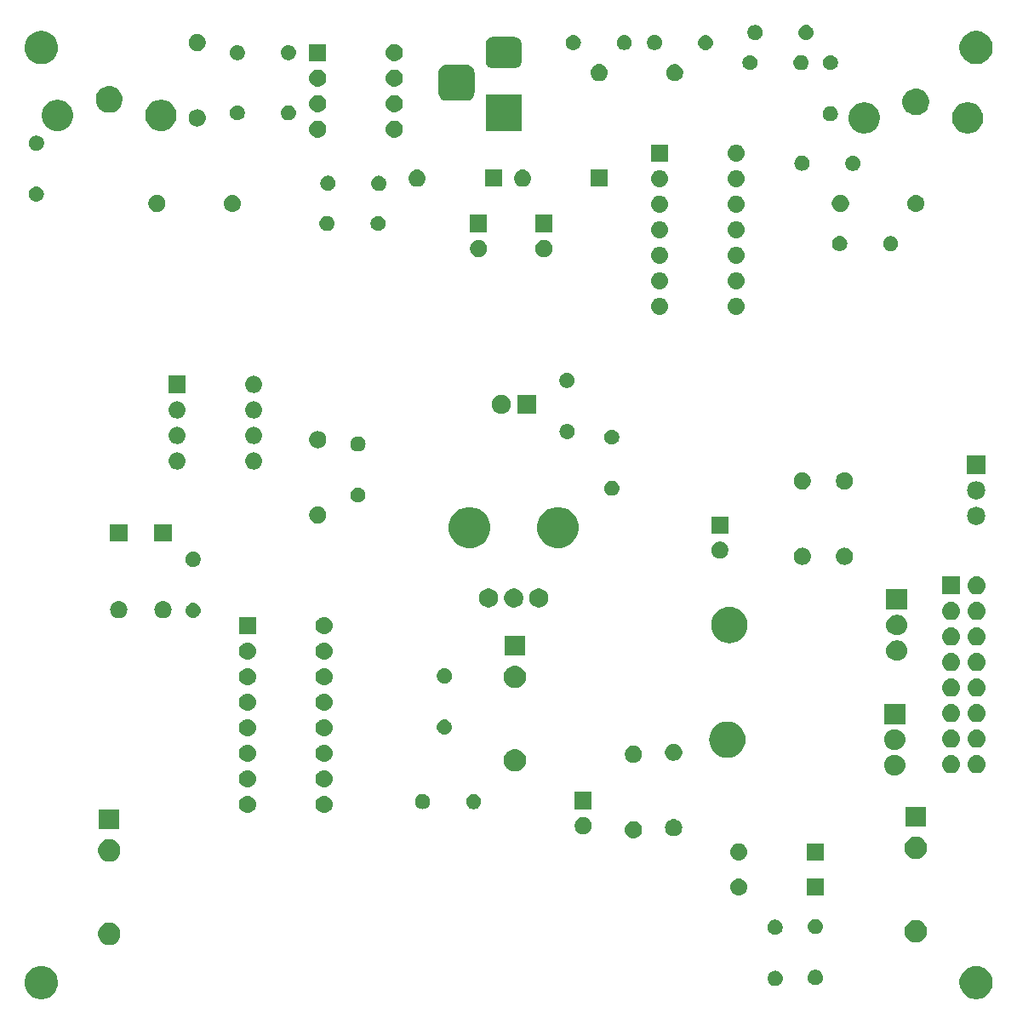
<source format=gbs>
G04 #@! TF.GenerationSoftware,KiCad,Pcbnew,(5.1.4-0-10_14)*
G04 #@! TF.CreationDate,2020-01-10T14:19:03+01:00*
G04 #@! TF.ProjectId,Sync-Ope-proto,53796e63-2d4f-4706-952d-70726f746f2e,0.1*
G04 #@! TF.SameCoordinates,Original*
G04 #@! TF.FileFunction,Soldermask,Bot*
G04 #@! TF.FilePolarity,Negative*
%FSLAX46Y46*%
G04 Gerber Fmt 4.6, Leading zero omitted, Abs format (unit mm)*
G04 Created by KiCad (PCBNEW (5.1.4-0-10_14)) date 2020-01-10 14:19:03*
%MOMM*%
%LPD*%
G04 APERTURE LIST*
%ADD10C,0.100000*%
G04 APERTURE END LIST*
D10*
G36*
X196875256Y-144891298D02*
G01*
X196981579Y-144912447D01*
X197282042Y-145036903D01*
X197552451Y-145217585D01*
X197782415Y-145447549D01*
X197963097Y-145717958D01*
X198049285Y-145926033D01*
X198087553Y-146018422D01*
X198151000Y-146337389D01*
X198151000Y-146662611D01*
X198119667Y-146820133D01*
X198087553Y-146981579D01*
X197963097Y-147282042D01*
X197782415Y-147552451D01*
X197552451Y-147782415D01*
X197282042Y-147963097D01*
X196981579Y-148087553D01*
X196875256Y-148108702D01*
X196662611Y-148151000D01*
X196337389Y-148151000D01*
X196124744Y-148108702D01*
X196018421Y-148087553D01*
X195717958Y-147963097D01*
X195447549Y-147782415D01*
X195217585Y-147552451D01*
X195036903Y-147282042D01*
X194912447Y-146981579D01*
X194880333Y-146820133D01*
X194849000Y-146662611D01*
X194849000Y-146337389D01*
X194912447Y-146018422D01*
X194950716Y-145926033D01*
X195036903Y-145717958D01*
X195217585Y-145447549D01*
X195447549Y-145217585D01*
X195717958Y-145036903D01*
X196018421Y-144912447D01*
X196124744Y-144891298D01*
X196337389Y-144849000D01*
X196662611Y-144849000D01*
X196875256Y-144891298D01*
X196875256Y-144891298D01*
G37*
G36*
X103875256Y-144891298D02*
G01*
X103981579Y-144912447D01*
X104282042Y-145036903D01*
X104552451Y-145217585D01*
X104782415Y-145447549D01*
X104963097Y-145717958D01*
X105049285Y-145926033D01*
X105087553Y-146018422D01*
X105151000Y-146337389D01*
X105151000Y-146662611D01*
X105119667Y-146820133D01*
X105087553Y-146981579D01*
X104963097Y-147282042D01*
X104782415Y-147552451D01*
X104552451Y-147782415D01*
X104282042Y-147963097D01*
X103981579Y-148087553D01*
X103875256Y-148108702D01*
X103662611Y-148151000D01*
X103337389Y-148151000D01*
X103124744Y-148108702D01*
X103018421Y-148087553D01*
X102717958Y-147963097D01*
X102447549Y-147782415D01*
X102217585Y-147552451D01*
X102036903Y-147282042D01*
X101912447Y-146981579D01*
X101880333Y-146820133D01*
X101849000Y-146662611D01*
X101849000Y-146337389D01*
X101912447Y-146018422D01*
X101950716Y-145926033D01*
X102036903Y-145717958D01*
X102217585Y-145447549D01*
X102447549Y-145217585D01*
X102717958Y-145036903D01*
X103018421Y-144912447D01*
X103124744Y-144891298D01*
X103337389Y-144849000D01*
X103662611Y-144849000D01*
X103875256Y-144891298D01*
X103875256Y-144891298D01*
G37*
G36*
X176573665Y-145332622D02*
G01*
X176647222Y-145339867D01*
X176788786Y-145382810D01*
X176919252Y-145452546D01*
X176949040Y-145476992D01*
X177033607Y-145546393D01*
X177103008Y-145630960D01*
X177127454Y-145660748D01*
X177197190Y-145791214D01*
X177240133Y-145932778D01*
X177254633Y-146080000D01*
X177240133Y-146227222D01*
X177197190Y-146368786D01*
X177127454Y-146499252D01*
X177103008Y-146529040D01*
X177033607Y-146613607D01*
X176970339Y-146665528D01*
X176919252Y-146707454D01*
X176788786Y-146777190D01*
X176647222Y-146820133D01*
X176573665Y-146827378D01*
X176536888Y-146831000D01*
X176463112Y-146831000D01*
X176426335Y-146827378D01*
X176352778Y-146820133D01*
X176211214Y-146777190D01*
X176080748Y-146707454D01*
X176029661Y-146665528D01*
X175966393Y-146613607D01*
X175896992Y-146529040D01*
X175872546Y-146499252D01*
X175802810Y-146368786D01*
X175759867Y-146227222D01*
X175745367Y-146080000D01*
X175759867Y-145932778D01*
X175802810Y-145791214D01*
X175872546Y-145660748D01*
X175896992Y-145630960D01*
X175966393Y-145546393D01*
X176050960Y-145476992D01*
X176080748Y-145452546D01*
X176211214Y-145382810D01*
X176352778Y-145339867D01*
X176426335Y-145332622D01*
X176463112Y-145329000D01*
X176536888Y-145329000D01*
X176573665Y-145332622D01*
X176573665Y-145332622D01*
G37*
G36*
X180719059Y-145277860D02*
G01*
X180842522Y-145329000D01*
X180855732Y-145334472D01*
X180978735Y-145416660D01*
X181083340Y-145521265D01*
X181165528Y-145644268D01*
X181165529Y-145644270D01*
X181196052Y-145717960D01*
X181222140Y-145780941D01*
X181251000Y-145926033D01*
X181251000Y-146073967D01*
X181222140Y-146219059D01*
X181165528Y-146355732D01*
X181083340Y-146478735D01*
X180978735Y-146583340D01*
X180855732Y-146665528D01*
X180855731Y-146665529D01*
X180855730Y-146665529D01*
X180719059Y-146722140D01*
X180573968Y-146751000D01*
X180426032Y-146751000D01*
X180280941Y-146722140D01*
X180144270Y-146665529D01*
X180144269Y-146665529D01*
X180144268Y-146665528D01*
X180021265Y-146583340D01*
X179916660Y-146478735D01*
X179834472Y-146355732D01*
X179777860Y-146219059D01*
X179749000Y-146073967D01*
X179749000Y-145926033D01*
X179777860Y-145780941D01*
X179803948Y-145717960D01*
X179834471Y-145644270D01*
X179834472Y-145644268D01*
X179916660Y-145521265D01*
X180021265Y-145416660D01*
X180144268Y-145334472D01*
X180157479Y-145329000D01*
X180280941Y-145277860D01*
X180426032Y-145249000D01*
X180573968Y-145249000D01*
X180719059Y-145277860D01*
X180719059Y-145277860D01*
G37*
G36*
X110503655Y-140562591D02*
G01*
X110575525Y-140576887D01*
X110778624Y-140661013D01*
X110961409Y-140783146D01*
X111116854Y-140938591D01*
X111238987Y-141121376D01*
X111323113Y-141324475D01*
X111323113Y-141324476D01*
X111360000Y-141509916D01*
X111366000Y-141540084D01*
X111366000Y-141759916D01*
X111323113Y-141975525D01*
X111238987Y-142178624D01*
X111116854Y-142361409D01*
X110961409Y-142516854D01*
X110778624Y-142638987D01*
X110575525Y-142723113D01*
X110503655Y-142737409D01*
X110359918Y-142766000D01*
X110140082Y-142766000D01*
X109996345Y-142737409D01*
X109924475Y-142723113D01*
X109721376Y-142638987D01*
X109538591Y-142516854D01*
X109383146Y-142361409D01*
X109261013Y-142178624D01*
X109176887Y-141975525D01*
X109134000Y-141759916D01*
X109134000Y-141540084D01*
X109140001Y-141509916D01*
X109176887Y-141324476D01*
X109176887Y-141324475D01*
X109261013Y-141121376D01*
X109383146Y-140938591D01*
X109538591Y-140783146D01*
X109721376Y-140661013D01*
X109924475Y-140576887D01*
X109996345Y-140562591D01*
X110140082Y-140534000D01*
X110359918Y-140534000D01*
X110503655Y-140562591D01*
X110503655Y-140562591D01*
G37*
G36*
X190753655Y-140312591D02*
G01*
X190825525Y-140326887D01*
X191028624Y-140411013D01*
X191211409Y-140533146D01*
X191366854Y-140688591D01*
X191488987Y-140871376D01*
X191572903Y-141073968D01*
X191573113Y-141074476D01*
X191616000Y-141290082D01*
X191616000Y-141509918D01*
X191608533Y-141547455D01*
X191573113Y-141725525D01*
X191488987Y-141928624D01*
X191366854Y-142111409D01*
X191211409Y-142266854D01*
X191028624Y-142388987D01*
X190825525Y-142473113D01*
X190753655Y-142487409D01*
X190609918Y-142516000D01*
X190390082Y-142516000D01*
X190246345Y-142487409D01*
X190174475Y-142473113D01*
X189971376Y-142388987D01*
X189788591Y-142266854D01*
X189633146Y-142111409D01*
X189511013Y-141928624D01*
X189426887Y-141725525D01*
X189391467Y-141547455D01*
X189384000Y-141509918D01*
X189384000Y-141290082D01*
X189426887Y-141074476D01*
X189427097Y-141073968D01*
X189511013Y-140871376D01*
X189633146Y-140688591D01*
X189788591Y-140533146D01*
X189971376Y-140411013D01*
X190174475Y-140326887D01*
X190246345Y-140312591D01*
X190390082Y-140284000D01*
X190609918Y-140284000D01*
X190753655Y-140312591D01*
X190753655Y-140312591D01*
G37*
G36*
X176719059Y-140277860D02*
G01*
X176837421Y-140326887D01*
X176855732Y-140334472D01*
X176978735Y-140416660D01*
X177083340Y-140521265D01*
X177165528Y-140644268D01*
X177165529Y-140644270D01*
X177222140Y-140780941D01*
X177240129Y-140871377D01*
X177251000Y-140926033D01*
X177251000Y-141073967D01*
X177222140Y-141219059D01*
X177165528Y-141355732D01*
X177083340Y-141478735D01*
X176978735Y-141583340D01*
X176855732Y-141665528D01*
X176855731Y-141665529D01*
X176855730Y-141665529D01*
X176719059Y-141722140D01*
X176573968Y-141751000D01*
X176426032Y-141751000D01*
X176280941Y-141722140D01*
X176144270Y-141665529D01*
X176144269Y-141665529D01*
X176144268Y-141665528D01*
X176021265Y-141583340D01*
X175916660Y-141478735D01*
X175834472Y-141355732D01*
X175777860Y-141219059D01*
X175749000Y-141073967D01*
X175749000Y-140926033D01*
X175759872Y-140871377D01*
X175777860Y-140780941D01*
X175834471Y-140644270D01*
X175834472Y-140644268D01*
X175916660Y-140521265D01*
X176021265Y-140416660D01*
X176144268Y-140334472D01*
X176162580Y-140326887D01*
X176280941Y-140277860D01*
X176426032Y-140249000D01*
X176573968Y-140249000D01*
X176719059Y-140277860D01*
X176719059Y-140277860D01*
G37*
G36*
X180573665Y-140172622D02*
G01*
X180647222Y-140179867D01*
X180788786Y-140222810D01*
X180919252Y-140292546D01*
X180949040Y-140316992D01*
X181033607Y-140386393D01*
X181103008Y-140470960D01*
X181127454Y-140500748D01*
X181197190Y-140631214D01*
X181240133Y-140772778D01*
X181254633Y-140920000D01*
X181240133Y-141067222D01*
X181197190Y-141208786D01*
X181127454Y-141339252D01*
X181113931Y-141355730D01*
X181033607Y-141453607D01*
X180964990Y-141509918D01*
X180919252Y-141547454D01*
X180788786Y-141617190D01*
X180647222Y-141660133D01*
X180592445Y-141665528D01*
X180536888Y-141671000D01*
X180463112Y-141671000D01*
X180407555Y-141665528D01*
X180352778Y-141660133D01*
X180211214Y-141617190D01*
X180080748Y-141547454D01*
X180035010Y-141509918D01*
X179966393Y-141453607D01*
X179886069Y-141355730D01*
X179872546Y-141339252D01*
X179802810Y-141208786D01*
X179759867Y-141067222D01*
X179745367Y-140920000D01*
X179759867Y-140772778D01*
X179802810Y-140631214D01*
X179872546Y-140500748D01*
X179896992Y-140470960D01*
X179966393Y-140386393D01*
X180050960Y-140316992D01*
X180080748Y-140292546D01*
X180211214Y-140222810D01*
X180352778Y-140179867D01*
X180426335Y-140172622D01*
X180463112Y-140169000D01*
X180536888Y-140169000D01*
X180573665Y-140172622D01*
X180573665Y-140172622D01*
G37*
G36*
X181351000Y-137851000D02*
G01*
X179649000Y-137851000D01*
X179649000Y-136149000D01*
X181351000Y-136149000D01*
X181351000Y-137851000D01*
X181351000Y-137851000D01*
G37*
G36*
X173046823Y-136161313D02*
G01*
X173207242Y-136209976D01*
X173339906Y-136280886D01*
X173355078Y-136288996D01*
X173484659Y-136395341D01*
X173591004Y-136524922D01*
X173591005Y-136524924D01*
X173670024Y-136672758D01*
X173718687Y-136833177D01*
X173735117Y-137000000D01*
X173718687Y-137166823D01*
X173670024Y-137327242D01*
X173599114Y-137459906D01*
X173591004Y-137475078D01*
X173484659Y-137604659D01*
X173355078Y-137711004D01*
X173355076Y-137711005D01*
X173207242Y-137790024D01*
X173046823Y-137838687D01*
X172921804Y-137851000D01*
X172838196Y-137851000D01*
X172713177Y-137838687D01*
X172552758Y-137790024D01*
X172404924Y-137711005D01*
X172404922Y-137711004D01*
X172275341Y-137604659D01*
X172168996Y-137475078D01*
X172160886Y-137459906D01*
X172089976Y-137327242D01*
X172041313Y-137166823D01*
X172024883Y-137000000D01*
X172041313Y-136833177D01*
X172089976Y-136672758D01*
X172168995Y-136524924D01*
X172168996Y-136524922D01*
X172275341Y-136395341D01*
X172404922Y-136288996D01*
X172420094Y-136280886D01*
X172552758Y-136209976D01*
X172713177Y-136161313D01*
X172838196Y-136149000D01*
X172921804Y-136149000D01*
X173046823Y-136161313D01*
X173046823Y-136161313D01*
G37*
G36*
X110503655Y-132262591D02*
G01*
X110575525Y-132276887D01*
X110778624Y-132361013D01*
X110961409Y-132483146D01*
X111116854Y-132638591D01*
X111238987Y-132821376D01*
X111323113Y-133024475D01*
X111323113Y-133024476D01*
X111360000Y-133209916D01*
X111366000Y-133240084D01*
X111366000Y-133459916D01*
X111323113Y-133675525D01*
X111238987Y-133878624D01*
X111116854Y-134061409D01*
X110961409Y-134216854D01*
X110778624Y-134338987D01*
X110575525Y-134423113D01*
X110503655Y-134437409D01*
X110359918Y-134466000D01*
X110140082Y-134466000D01*
X109996345Y-134437409D01*
X109924475Y-134423113D01*
X109721376Y-134338987D01*
X109538591Y-134216854D01*
X109383146Y-134061409D01*
X109261013Y-133878624D01*
X109176887Y-133675525D01*
X109134000Y-133459916D01*
X109134000Y-133240084D01*
X109140001Y-133209916D01*
X109176887Y-133024476D01*
X109176887Y-133024475D01*
X109261013Y-132821376D01*
X109383146Y-132638591D01*
X109538591Y-132483146D01*
X109721376Y-132361013D01*
X109924475Y-132276887D01*
X109996345Y-132262591D01*
X110140082Y-132234000D01*
X110359918Y-132234000D01*
X110503655Y-132262591D01*
X110503655Y-132262591D01*
G37*
G36*
X181351000Y-134351000D02*
G01*
X179649000Y-134351000D01*
X179649000Y-132649000D01*
X181351000Y-132649000D01*
X181351000Y-134351000D01*
X181351000Y-134351000D01*
G37*
G36*
X173046823Y-132661313D02*
G01*
X173207242Y-132709976D01*
X173327911Y-132774475D01*
X173355078Y-132788996D01*
X173484659Y-132895341D01*
X173591004Y-133024922D01*
X173591005Y-133024924D01*
X173670024Y-133172758D01*
X173718687Y-133333177D01*
X173735117Y-133500000D01*
X173718687Y-133666823D01*
X173670024Y-133827242D01*
X173599114Y-133959906D01*
X173591004Y-133975078D01*
X173484659Y-134104659D01*
X173355078Y-134211004D01*
X173355076Y-134211005D01*
X173207242Y-134290024D01*
X173046823Y-134338687D01*
X172921804Y-134351000D01*
X172838196Y-134351000D01*
X172713177Y-134338687D01*
X172552758Y-134290024D01*
X172404924Y-134211005D01*
X172404922Y-134211004D01*
X172275341Y-134104659D01*
X172168996Y-133975078D01*
X172160886Y-133959906D01*
X172089976Y-133827242D01*
X172041313Y-133666823D01*
X172024883Y-133500000D01*
X172041313Y-133333177D01*
X172089976Y-133172758D01*
X172168995Y-133024924D01*
X172168996Y-133024922D01*
X172275341Y-132895341D01*
X172404922Y-132788996D01*
X172432089Y-132774475D01*
X172552758Y-132709976D01*
X172713177Y-132661313D01*
X172838196Y-132649000D01*
X172921804Y-132649000D01*
X173046823Y-132661313D01*
X173046823Y-132661313D01*
G37*
G36*
X190745675Y-132011004D02*
G01*
X190825525Y-132026887D01*
X191028624Y-132111013D01*
X191211409Y-132233146D01*
X191366854Y-132388591D01*
X191488987Y-132571376D01*
X191573113Y-132774475D01*
X191573113Y-132774476D01*
X191616000Y-132990082D01*
X191616000Y-133209918D01*
X191591482Y-133333175D01*
X191573113Y-133425525D01*
X191488987Y-133628624D01*
X191366854Y-133811409D01*
X191211409Y-133966854D01*
X191028624Y-134088987D01*
X190825525Y-134173113D01*
X190753655Y-134187409D01*
X190609918Y-134216000D01*
X190390082Y-134216000D01*
X190246345Y-134187409D01*
X190174475Y-134173113D01*
X189971376Y-134088987D01*
X189788591Y-133966854D01*
X189633146Y-133811409D01*
X189511013Y-133628624D01*
X189426887Y-133425525D01*
X189408518Y-133333175D01*
X189384000Y-133209918D01*
X189384000Y-132990082D01*
X189426887Y-132774476D01*
X189426887Y-132774475D01*
X189511013Y-132571376D01*
X189633146Y-132388591D01*
X189788591Y-132233146D01*
X189971376Y-132111013D01*
X190174475Y-132026887D01*
X190254325Y-132011004D01*
X190390082Y-131984000D01*
X190609918Y-131984000D01*
X190745675Y-132011004D01*
X190745675Y-132011004D01*
G37*
G36*
X162566823Y-130461313D02*
G01*
X162727242Y-130509976D01*
X162859906Y-130580886D01*
X162875078Y-130588996D01*
X163004659Y-130695341D01*
X163111004Y-130824922D01*
X163111005Y-130824924D01*
X163190024Y-130972758D01*
X163238687Y-131133177D01*
X163255117Y-131300000D01*
X163238687Y-131466823D01*
X163190024Y-131627242D01*
X163141355Y-131718295D01*
X163111004Y-131775078D01*
X163004659Y-131904659D01*
X162875078Y-132011004D01*
X162875076Y-132011005D01*
X162727242Y-132090024D01*
X162566823Y-132138687D01*
X162441804Y-132151000D01*
X162358196Y-132151000D01*
X162233177Y-132138687D01*
X162072758Y-132090024D01*
X161924924Y-132011005D01*
X161924922Y-132011004D01*
X161795341Y-131904659D01*
X161688996Y-131775078D01*
X161658645Y-131718295D01*
X161609976Y-131627242D01*
X161561313Y-131466823D01*
X161544883Y-131300000D01*
X161561313Y-131133177D01*
X161609976Y-130972758D01*
X161688995Y-130824924D01*
X161688996Y-130824922D01*
X161795341Y-130695341D01*
X161924922Y-130588996D01*
X161940094Y-130580886D01*
X162072758Y-130509976D01*
X162233177Y-130461313D01*
X162358196Y-130449000D01*
X162441804Y-130449000D01*
X162566823Y-130461313D01*
X162566823Y-130461313D01*
G37*
G36*
X166566823Y-130261313D02*
G01*
X166727242Y-130309976D01*
X166816190Y-130357520D01*
X166875078Y-130388996D01*
X167004659Y-130495341D01*
X167111004Y-130624922D01*
X167111005Y-130624924D01*
X167190024Y-130772758D01*
X167238687Y-130933177D01*
X167255117Y-131100000D01*
X167238687Y-131266823D01*
X167190024Y-131427242D01*
X167168867Y-131466823D01*
X167111004Y-131575078D01*
X167004659Y-131704659D01*
X166875078Y-131811004D01*
X166875076Y-131811005D01*
X166727242Y-131890024D01*
X166566823Y-131938687D01*
X166441804Y-131951000D01*
X166358196Y-131951000D01*
X166233177Y-131938687D01*
X166072758Y-131890024D01*
X165924924Y-131811005D01*
X165924922Y-131811004D01*
X165795341Y-131704659D01*
X165688996Y-131575078D01*
X165631133Y-131466823D01*
X165609976Y-131427242D01*
X165561313Y-131266823D01*
X165544883Y-131100000D01*
X165561313Y-130933177D01*
X165609976Y-130772758D01*
X165688995Y-130624924D01*
X165688996Y-130624922D01*
X165795341Y-130495341D01*
X165924922Y-130388996D01*
X165983810Y-130357520D01*
X166072758Y-130309976D01*
X166233177Y-130261313D01*
X166358196Y-130249000D01*
X166441804Y-130249000D01*
X166566823Y-130261313D01*
X166566823Y-130261313D01*
G37*
G36*
X157648228Y-130081703D02*
G01*
X157803100Y-130145853D01*
X157942481Y-130238985D01*
X158061015Y-130357519D01*
X158154147Y-130496900D01*
X158218297Y-130651772D01*
X158251000Y-130816184D01*
X158251000Y-130983816D01*
X158218297Y-131148228D01*
X158154147Y-131303100D01*
X158061015Y-131442481D01*
X157942481Y-131561015D01*
X157803100Y-131654147D01*
X157648228Y-131718297D01*
X157483816Y-131751000D01*
X157316184Y-131751000D01*
X157151772Y-131718297D01*
X156996900Y-131654147D01*
X156857519Y-131561015D01*
X156738985Y-131442481D01*
X156645853Y-131303100D01*
X156581703Y-131148228D01*
X156549000Y-130983816D01*
X156549000Y-130816184D01*
X156581703Y-130651772D01*
X156645853Y-130496900D01*
X156738985Y-130357519D01*
X156857519Y-130238985D01*
X156996900Y-130145853D01*
X157151772Y-130081703D01*
X157316184Y-130049000D01*
X157483816Y-130049000D01*
X157648228Y-130081703D01*
X157648228Y-130081703D01*
G37*
G36*
X111266000Y-131216000D02*
G01*
X109234000Y-131216000D01*
X109234000Y-129284000D01*
X111266000Y-129284000D01*
X111266000Y-131216000D01*
X111266000Y-131216000D01*
G37*
G36*
X191516000Y-130966000D02*
G01*
X189484000Y-130966000D01*
X189484000Y-129034000D01*
X191516000Y-129034000D01*
X191516000Y-130966000D01*
X191516000Y-130966000D01*
G37*
G36*
X131786823Y-127941313D02*
G01*
X131947242Y-127989976D01*
X132005783Y-128021267D01*
X132095078Y-128068996D01*
X132224659Y-128175341D01*
X132331004Y-128304922D01*
X132331005Y-128304924D01*
X132410024Y-128452758D01*
X132458687Y-128613177D01*
X132475117Y-128780000D01*
X132458687Y-128946823D01*
X132410024Y-129107242D01*
X132378869Y-129165528D01*
X132331004Y-129255078D01*
X132224659Y-129384659D01*
X132095078Y-129491004D01*
X132095076Y-129491005D01*
X131947242Y-129570024D01*
X131786823Y-129618687D01*
X131661804Y-129631000D01*
X131578196Y-129631000D01*
X131453177Y-129618687D01*
X131292758Y-129570024D01*
X131144924Y-129491005D01*
X131144922Y-129491004D01*
X131015341Y-129384659D01*
X130908996Y-129255078D01*
X130861131Y-129165528D01*
X130829976Y-129107242D01*
X130781313Y-128946823D01*
X130764883Y-128780000D01*
X130781313Y-128613177D01*
X130829976Y-128452758D01*
X130908995Y-128304924D01*
X130908996Y-128304922D01*
X131015341Y-128175341D01*
X131144922Y-128068996D01*
X131234217Y-128021267D01*
X131292758Y-127989976D01*
X131453177Y-127941313D01*
X131578196Y-127929000D01*
X131661804Y-127929000D01*
X131786823Y-127941313D01*
X131786823Y-127941313D01*
G37*
G36*
X124166823Y-127941313D02*
G01*
X124327242Y-127989976D01*
X124385783Y-128021267D01*
X124475078Y-128068996D01*
X124604659Y-128175341D01*
X124711004Y-128304922D01*
X124711005Y-128304924D01*
X124790024Y-128452758D01*
X124838687Y-128613177D01*
X124855117Y-128780000D01*
X124838687Y-128946823D01*
X124790024Y-129107242D01*
X124758869Y-129165528D01*
X124711004Y-129255078D01*
X124604659Y-129384659D01*
X124475078Y-129491004D01*
X124475076Y-129491005D01*
X124327242Y-129570024D01*
X124166823Y-129618687D01*
X124041804Y-129631000D01*
X123958196Y-129631000D01*
X123833177Y-129618687D01*
X123672758Y-129570024D01*
X123524924Y-129491005D01*
X123524922Y-129491004D01*
X123395341Y-129384659D01*
X123288996Y-129255078D01*
X123241131Y-129165528D01*
X123209976Y-129107242D01*
X123161313Y-128946823D01*
X123144883Y-128780000D01*
X123161313Y-128613177D01*
X123209976Y-128452758D01*
X123288995Y-128304924D01*
X123288996Y-128304922D01*
X123395341Y-128175341D01*
X123524922Y-128068996D01*
X123614217Y-128021267D01*
X123672758Y-127989976D01*
X123833177Y-127941313D01*
X123958196Y-127929000D01*
X124041804Y-127929000D01*
X124166823Y-127941313D01*
X124166823Y-127941313D01*
G37*
G36*
X146719059Y-127777860D02*
G01*
X146779294Y-127802810D01*
X146855732Y-127834472D01*
X146978735Y-127916660D01*
X147083340Y-128021265D01*
X147165528Y-128144268D01*
X147222140Y-128280941D01*
X147251000Y-128426033D01*
X147251000Y-128573967D01*
X147222140Y-128719059D01*
X147165528Y-128855732D01*
X147083340Y-128978735D01*
X146978735Y-129083340D01*
X146855732Y-129165528D01*
X146855731Y-129165529D01*
X146855730Y-129165529D01*
X146719059Y-129222140D01*
X146573968Y-129251000D01*
X146426032Y-129251000D01*
X146280941Y-129222140D01*
X146144270Y-129165529D01*
X146144269Y-129165529D01*
X146144268Y-129165528D01*
X146021265Y-129083340D01*
X145916660Y-128978735D01*
X145834472Y-128855732D01*
X145777860Y-128719059D01*
X145749000Y-128573967D01*
X145749000Y-128426033D01*
X145777860Y-128280941D01*
X145834472Y-128144268D01*
X145916660Y-128021265D01*
X146021265Y-127916660D01*
X146144268Y-127834472D01*
X146220707Y-127802810D01*
X146280941Y-127777860D01*
X146426032Y-127749000D01*
X146573968Y-127749000D01*
X146719059Y-127777860D01*
X146719059Y-127777860D01*
G37*
G36*
X158251000Y-129251000D02*
G01*
X156549000Y-129251000D01*
X156549000Y-127549000D01*
X158251000Y-127549000D01*
X158251000Y-129251000D01*
X158251000Y-129251000D01*
G37*
G36*
X141493665Y-127752622D02*
G01*
X141567222Y-127759867D01*
X141708786Y-127802810D01*
X141839252Y-127872546D01*
X141869040Y-127896992D01*
X141953607Y-127966393D01*
X142023008Y-128050960D01*
X142047454Y-128080748D01*
X142117190Y-128211214D01*
X142160133Y-128352778D01*
X142174633Y-128500000D01*
X142160133Y-128647222D01*
X142117190Y-128788786D01*
X142047454Y-128919252D01*
X142024827Y-128946823D01*
X141953607Y-129033607D01*
X141893004Y-129083341D01*
X141839252Y-129127454D01*
X141708786Y-129197190D01*
X141567222Y-129240133D01*
X141493665Y-129247378D01*
X141456888Y-129251000D01*
X141383112Y-129251000D01*
X141346335Y-129247378D01*
X141272778Y-129240133D01*
X141131214Y-129197190D01*
X141000748Y-129127454D01*
X140946996Y-129083341D01*
X140886393Y-129033607D01*
X140815173Y-128946823D01*
X140792546Y-128919252D01*
X140722810Y-128788786D01*
X140679867Y-128647222D01*
X140665367Y-128500000D01*
X140679867Y-128352778D01*
X140722810Y-128211214D01*
X140792546Y-128080748D01*
X140816992Y-128050960D01*
X140886393Y-127966393D01*
X140970960Y-127896992D01*
X141000748Y-127872546D01*
X141131214Y-127802810D01*
X141272778Y-127759867D01*
X141346335Y-127752622D01*
X141383112Y-127749000D01*
X141456888Y-127749000D01*
X141493665Y-127752622D01*
X141493665Y-127752622D01*
G37*
G36*
X124166823Y-125401313D02*
G01*
X124327242Y-125449976D01*
X124450764Y-125516000D01*
X124475078Y-125528996D01*
X124604659Y-125635341D01*
X124711004Y-125764922D01*
X124711005Y-125764924D01*
X124790024Y-125912758D01*
X124838687Y-126073177D01*
X124855117Y-126240000D01*
X124838687Y-126406823D01*
X124790024Y-126567242D01*
X124719114Y-126699906D01*
X124711004Y-126715078D01*
X124604659Y-126844659D01*
X124475078Y-126951004D01*
X124475076Y-126951005D01*
X124327242Y-127030024D01*
X124166823Y-127078687D01*
X124041804Y-127091000D01*
X123958196Y-127091000D01*
X123833177Y-127078687D01*
X123672758Y-127030024D01*
X123524924Y-126951005D01*
X123524922Y-126951004D01*
X123395341Y-126844659D01*
X123288996Y-126715078D01*
X123280886Y-126699906D01*
X123209976Y-126567242D01*
X123161313Y-126406823D01*
X123144883Y-126240000D01*
X123161313Y-126073177D01*
X123209976Y-125912758D01*
X123288995Y-125764924D01*
X123288996Y-125764922D01*
X123395341Y-125635341D01*
X123524922Y-125528996D01*
X123549236Y-125516000D01*
X123672758Y-125449976D01*
X123833177Y-125401313D01*
X123958196Y-125389000D01*
X124041804Y-125389000D01*
X124166823Y-125401313D01*
X124166823Y-125401313D01*
G37*
G36*
X131786823Y-125401313D02*
G01*
X131947242Y-125449976D01*
X132070764Y-125516000D01*
X132095078Y-125528996D01*
X132224659Y-125635341D01*
X132331004Y-125764922D01*
X132331005Y-125764924D01*
X132410024Y-125912758D01*
X132458687Y-126073177D01*
X132475117Y-126240000D01*
X132458687Y-126406823D01*
X132410024Y-126567242D01*
X132339114Y-126699906D01*
X132331004Y-126715078D01*
X132224659Y-126844659D01*
X132095078Y-126951004D01*
X132095076Y-126951005D01*
X131947242Y-127030024D01*
X131786823Y-127078687D01*
X131661804Y-127091000D01*
X131578196Y-127091000D01*
X131453177Y-127078687D01*
X131292758Y-127030024D01*
X131144924Y-126951005D01*
X131144922Y-126951004D01*
X131015341Y-126844659D01*
X130908996Y-126715078D01*
X130900886Y-126699906D01*
X130829976Y-126567242D01*
X130781313Y-126406823D01*
X130764883Y-126240000D01*
X130781313Y-126073177D01*
X130829976Y-125912758D01*
X130908995Y-125764924D01*
X130908996Y-125764922D01*
X131015341Y-125635341D01*
X131144922Y-125528996D01*
X131169236Y-125516000D01*
X131292758Y-125449976D01*
X131453177Y-125401313D01*
X131578196Y-125389000D01*
X131661804Y-125389000D01*
X131786823Y-125401313D01*
X131786823Y-125401313D01*
G37*
G36*
X188545936Y-123881340D02*
G01*
X188644220Y-123891020D01*
X188833381Y-123948401D01*
X189007712Y-124041583D01*
X189160515Y-124166985D01*
X189285917Y-124319788D01*
X189379099Y-124494119D01*
X189436480Y-124683280D01*
X189455855Y-124880000D01*
X189436480Y-125076720D01*
X189379099Y-125265881D01*
X189285917Y-125440212D01*
X189160515Y-125593015D01*
X189007712Y-125718417D01*
X188833381Y-125811599D01*
X188644220Y-125868980D01*
X188545936Y-125878660D01*
X188496795Y-125883500D01*
X188303205Y-125883500D01*
X188254064Y-125878660D01*
X188155780Y-125868980D01*
X187966619Y-125811599D01*
X187792288Y-125718417D01*
X187639485Y-125593015D01*
X187514083Y-125440212D01*
X187420901Y-125265881D01*
X187363520Y-125076720D01*
X187344145Y-124880000D01*
X187363520Y-124683280D01*
X187420901Y-124494119D01*
X187514083Y-124319788D01*
X187639485Y-124166985D01*
X187792288Y-124041583D01*
X187966619Y-123948401D01*
X188155780Y-123891020D01*
X188254064Y-123881340D01*
X188303205Y-123876500D01*
X188496795Y-123876500D01*
X188545936Y-123881340D01*
X188545936Y-123881340D01*
G37*
G36*
X196650443Y-123885519D02*
G01*
X196716627Y-123892037D01*
X196886466Y-123943557D01*
X196886468Y-123943558D01*
X196895530Y-123948402D01*
X197042991Y-124027222D01*
X197068588Y-124048229D01*
X197180186Y-124139814D01*
X197263448Y-124241271D01*
X197292778Y-124277009D01*
X197376443Y-124433534D01*
X197427963Y-124603373D01*
X197445359Y-124780000D01*
X197427963Y-124956627D01*
X197376443Y-125126466D01*
X197292778Y-125282991D01*
X197263448Y-125318729D01*
X197180186Y-125420186D01*
X197115693Y-125473113D01*
X197042991Y-125532778D01*
X196886466Y-125616443D01*
X196716627Y-125667963D01*
X196650442Y-125674482D01*
X196584260Y-125681000D01*
X196495740Y-125681000D01*
X196429558Y-125674482D01*
X196363373Y-125667963D01*
X196193534Y-125616443D01*
X196037009Y-125532778D01*
X195964307Y-125473113D01*
X195899814Y-125420186D01*
X195816552Y-125318729D01*
X195787222Y-125282991D01*
X195703557Y-125126466D01*
X195652037Y-124956627D01*
X195634641Y-124780000D01*
X195652037Y-124603373D01*
X195703557Y-124433534D01*
X195787222Y-124277009D01*
X195816552Y-124241271D01*
X195899814Y-124139814D01*
X196011412Y-124048229D01*
X196037009Y-124027222D01*
X196184470Y-123948402D01*
X196193532Y-123943558D01*
X196193534Y-123943557D01*
X196363373Y-123892037D01*
X196429557Y-123885519D01*
X196495740Y-123879000D01*
X196584260Y-123879000D01*
X196650443Y-123885519D01*
X196650443Y-123885519D01*
G37*
G36*
X194110443Y-123885519D02*
G01*
X194176627Y-123892037D01*
X194346466Y-123943557D01*
X194346468Y-123943558D01*
X194355530Y-123948402D01*
X194502991Y-124027222D01*
X194528588Y-124048229D01*
X194640186Y-124139814D01*
X194723448Y-124241271D01*
X194752778Y-124277009D01*
X194836443Y-124433534D01*
X194887963Y-124603373D01*
X194905359Y-124780000D01*
X194887963Y-124956627D01*
X194836443Y-125126466D01*
X194752778Y-125282991D01*
X194723448Y-125318729D01*
X194640186Y-125420186D01*
X194575693Y-125473113D01*
X194502991Y-125532778D01*
X194346466Y-125616443D01*
X194176627Y-125667963D01*
X194110442Y-125674482D01*
X194044260Y-125681000D01*
X193955740Y-125681000D01*
X193889558Y-125674482D01*
X193823373Y-125667963D01*
X193653534Y-125616443D01*
X193497009Y-125532778D01*
X193424307Y-125473113D01*
X193359814Y-125420186D01*
X193276552Y-125318729D01*
X193247222Y-125282991D01*
X193163557Y-125126466D01*
X193112037Y-124956627D01*
X193094641Y-124780000D01*
X193112037Y-124603373D01*
X193163557Y-124433534D01*
X193247222Y-124277009D01*
X193276552Y-124241271D01*
X193359814Y-124139814D01*
X193471412Y-124048229D01*
X193497009Y-124027222D01*
X193644470Y-123948402D01*
X193653532Y-123943558D01*
X193653534Y-123943557D01*
X193823373Y-123892037D01*
X193889557Y-123885519D01*
X193955740Y-123879000D01*
X194044260Y-123879000D01*
X194110443Y-123885519D01*
X194110443Y-123885519D01*
G37*
G36*
X150853655Y-123312591D02*
G01*
X150925525Y-123326887D01*
X151128624Y-123411013D01*
X151311409Y-123533146D01*
X151466854Y-123688591D01*
X151588987Y-123871376D01*
X151673113Y-124074475D01*
X151673113Y-124074476D01*
X151716000Y-124290082D01*
X151716000Y-124509918D01*
X151697410Y-124603375D01*
X151673113Y-124725525D01*
X151588987Y-124928624D01*
X151466854Y-125111409D01*
X151311409Y-125266854D01*
X151128624Y-125388987D01*
X150925525Y-125473113D01*
X150853655Y-125487409D01*
X150709918Y-125516000D01*
X150490082Y-125516000D01*
X150346345Y-125487409D01*
X150274475Y-125473113D01*
X150071376Y-125388987D01*
X149888591Y-125266854D01*
X149733146Y-125111409D01*
X149611013Y-124928624D01*
X149526887Y-124725525D01*
X149502590Y-124603375D01*
X149484000Y-124509918D01*
X149484000Y-124290082D01*
X149526887Y-124074476D01*
X149526887Y-124074475D01*
X149611013Y-123871376D01*
X149733146Y-123688591D01*
X149888591Y-123533146D01*
X150071376Y-123411013D01*
X150274475Y-123326887D01*
X150346345Y-123312591D01*
X150490082Y-123284000D01*
X150709918Y-123284000D01*
X150853655Y-123312591D01*
X150853655Y-123312591D01*
G37*
G36*
X162648228Y-122981703D02*
G01*
X162803100Y-123045853D01*
X162942481Y-123138985D01*
X163061015Y-123257519D01*
X163154147Y-123396900D01*
X163218297Y-123551772D01*
X163251000Y-123716184D01*
X163251000Y-123883816D01*
X163218297Y-124048228D01*
X163154147Y-124203100D01*
X163061015Y-124342481D01*
X162942481Y-124461015D01*
X162803100Y-124554147D01*
X162648228Y-124618297D01*
X162483816Y-124651000D01*
X162316184Y-124651000D01*
X162151772Y-124618297D01*
X161996900Y-124554147D01*
X161857519Y-124461015D01*
X161738985Y-124342481D01*
X161645853Y-124203100D01*
X161581703Y-124048228D01*
X161549000Y-123883816D01*
X161549000Y-123716184D01*
X161581703Y-123551772D01*
X161645853Y-123396900D01*
X161738985Y-123257519D01*
X161857519Y-123138985D01*
X161996900Y-123045853D01*
X162151772Y-122981703D01*
X162316184Y-122949000D01*
X162483816Y-122949000D01*
X162648228Y-122981703D01*
X162648228Y-122981703D01*
G37*
G36*
X124166823Y-122861313D02*
G01*
X124327242Y-122909976D01*
X124459906Y-122980886D01*
X124475078Y-122988996D01*
X124604659Y-123095341D01*
X124711004Y-123224922D01*
X124711005Y-123224924D01*
X124790024Y-123372758D01*
X124838687Y-123533177D01*
X124855117Y-123700000D01*
X124838687Y-123866823D01*
X124790024Y-124027242D01*
X124743148Y-124114941D01*
X124711004Y-124175078D01*
X124604659Y-124304659D01*
X124475078Y-124411004D01*
X124475076Y-124411005D01*
X124327242Y-124490024D01*
X124166823Y-124538687D01*
X124041804Y-124551000D01*
X123958196Y-124551000D01*
X123833177Y-124538687D01*
X123672758Y-124490024D01*
X123524924Y-124411005D01*
X123524922Y-124411004D01*
X123395341Y-124304659D01*
X123288996Y-124175078D01*
X123256852Y-124114941D01*
X123209976Y-124027242D01*
X123161313Y-123866823D01*
X123144883Y-123700000D01*
X123161313Y-123533177D01*
X123209976Y-123372758D01*
X123288995Y-123224924D01*
X123288996Y-123224922D01*
X123395341Y-123095341D01*
X123524922Y-122988996D01*
X123540094Y-122980886D01*
X123672758Y-122909976D01*
X123833177Y-122861313D01*
X123958196Y-122849000D01*
X124041804Y-122849000D01*
X124166823Y-122861313D01*
X124166823Y-122861313D01*
G37*
G36*
X131786823Y-122861313D02*
G01*
X131947242Y-122909976D01*
X132079906Y-122980886D01*
X132095078Y-122988996D01*
X132224659Y-123095341D01*
X132331004Y-123224922D01*
X132331005Y-123224924D01*
X132410024Y-123372758D01*
X132458687Y-123533177D01*
X132475117Y-123700000D01*
X132458687Y-123866823D01*
X132410024Y-124027242D01*
X132363148Y-124114941D01*
X132331004Y-124175078D01*
X132224659Y-124304659D01*
X132095078Y-124411004D01*
X132095076Y-124411005D01*
X131947242Y-124490024D01*
X131786823Y-124538687D01*
X131661804Y-124551000D01*
X131578196Y-124551000D01*
X131453177Y-124538687D01*
X131292758Y-124490024D01*
X131144924Y-124411005D01*
X131144922Y-124411004D01*
X131015341Y-124304659D01*
X130908996Y-124175078D01*
X130876852Y-124114941D01*
X130829976Y-124027242D01*
X130781313Y-123866823D01*
X130764883Y-123700000D01*
X130781313Y-123533177D01*
X130829976Y-123372758D01*
X130908995Y-123224924D01*
X130908996Y-123224922D01*
X131015341Y-123095341D01*
X131144922Y-122988996D01*
X131160094Y-122980886D01*
X131292758Y-122909976D01*
X131453177Y-122861313D01*
X131578196Y-122849000D01*
X131661804Y-122849000D01*
X131786823Y-122861313D01*
X131786823Y-122861313D01*
G37*
G36*
X166648228Y-122781703D02*
G01*
X166803100Y-122845853D01*
X166942481Y-122938985D01*
X167061015Y-123057519D01*
X167154147Y-123196900D01*
X167218297Y-123351772D01*
X167251000Y-123516184D01*
X167251000Y-123683816D01*
X167218297Y-123848228D01*
X167154147Y-124003100D01*
X167061015Y-124142481D01*
X166942481Y-124261015D01*
X166803100Y-124354147D01*
X166648228Y-124418297D01*
X166483816Y-124451000D01*
X166316184Y-124451000D01*
X166151772Y-124418297D01*
X165996900Y-124354147D01*
X165857519Y-124261015D01*
X165738985Y-124142481D01*
X165645853Y-124003100D01*
X165581703Y-123848228D01*
X165549000Y-123683816D01*
X165549000Y-123516184D01*
X165581703Y-123351772D01*
X165645853Y-123196900D01*
X165738985Y-123057519D01*
X165857519Y-122938985D01*
X165996900Y-122845853D01*
X166151772Y-122781703D01*
X166316184Y-122749000D01*
X166483816Y-122749000D01*
X166648228Y-122781703D01*
X166648228Y-122781703D01*
G37*
G36*
X171903538Y-120546393D02*
G01*
X172093058Y-120565059D01*
X172432548Y-120668042D01*
X172432550Y-120668043D01*
X172745422Y-120835277D01*
X173019661Y-121060339D01*
X173244723Y-121334578D01*
X173326313Y-121487222D01*
X173411958Y-121647452D01*
X173514941Y-121986942D01*
X173549714Y-122340000D01*
X173514941Y-122693058D01*
X173411958Y-123032548D01*
X173411957Y-123032550D01*
X173244723Y-123345422D01*
X173019661Y-123619661D01*
X172745422Y-123844723D01*
X172449126Y-124003097D01*
X172432548Y-124011958D01*
X172093058Y-124114941D01*
X171916669Y-124132314D01*
X171828476Y-124141000D01*
X171651524Y-124141000D01*
X171563331Y-124132314D01*
X171386942Y-124114941D01*
X171047452Y-124011958D01*
X171030874Y-124003097D01*
X170734578Y-123844723D01*
X170460339Y-123619661D01*
X170235277Y-123345422D01*
X170068043Y-123032550D01*
X170068042Y-123032548D01*
X169965059Y-122693058D01*
X169930286Y-122340000D01*
X169965059Y-121986942D01*
X170068042Y-121647452D01*
X170153687Y-121487222D01*
X170235277Y-121334578D01*
X170460339Y-121060339D01*
X170734578Y-120835277D01*
X171047450Y-120668043D01*
X171047452Y-120668042D01*
X171386942Y-120565059D01*
X171576462Y-120546393D01*
X171651524Y-120539000D01*
X171828476Y-120539000D01*
X171903538Y-120546393D01*
X171903538Y-120546393D01*
G37*
G36*
X188545936Y-121341340D02*
G01*
X188644220Y-121351020D01*
X188833381Y-121408401D01*
X189007712Y-121501583D01*
X189160515Y-121626985D01*
X189285917Y-121779788D01*
X189379099Y-121954119D01*
X189436480Y-122143280D01*
X189455855Y-122340000D01*
X189436480Y-122536720D01*
X189379099Y-122725881D01*
X189285917Y-122900212D01*
X189160515Y-123053015D01*
X189007712Y-123178417D01*
X188833381Y-123271599D01*
X188644220Y-123328980D01*
X188545936Y-123338660D01*
X188496795Y-123343500D01*
X188303205Y-123343500D01*
X188254064Y-123338660D01*
X188155780Y-123328980D01*
X187966619Y-123271599D01*
X187792288Y-123178417D01*
X187639485Y-123053015D01*
X187514083Y-122900212D01*
X187420901Y-122725881D01*
X187363520Y-122536720D01*
X187344145Y-122340000D01*
X187363520Y-122143280D01*
X187420901Y-121954119D01*
X187514083Y-121779788D01*
X187639485Y-121626985D01*
X187792288Y-121501583D01*
X187966619Y-121408401D01*
X188155780Y-121351020D01*
X188254064Y-121341340D01*
X188303205Y-121336500D01*
X188496795Y-121336500D01*
X188545936Y-121341340D01*
X188545936Y-121341340D01*
G37*
G36*
X194110442Y-121345518D02*
G01*
X194176627Y-121352037D01*
X194346466Y-121403557D01*
X194346468Y-121403558D01*
X194355530Y-121408402D01*
X194502991Y-121487222D01*
X194538729Y-121516552D01*
X194640186Y-121599814D01*
X194723448Y-121701271D01*
X194752778Y-121737009D01*
X194836443Y-121893534D01*
X194887963Y-122063373D01*
X194905359Y-122240000D01*
X194887963Y-122416627D01*
X194836443Y-122586466D01*
X194752778Y-122742991D01*
X194723448Y-122778729D01*
X194640186Y-122880186D01*
X194538729Y-122963448D01*
X194502991Y-122992778D01*
X194346466Y-123076443D01*
X194176627Y-123127963D01*
X194110442Y-123134482D01*
X194044260Y-123141000D01*
X193955740Y-123141000D01*
X193889558Y-123134482D01*
X193823373Y-123127963D01*
X193653534Y-123076443D01*
X193497009Y-122992778D01*
X193461271Y-122963448D01*
X193359814Y-122880186D01*
X193276552Y-122778729D01*
X193247222Y-122742991D01*
X193163557Y-122586466D01*
X193112037Y-122416627D01*
X193094641Y-122240000D01*
X193112037Y-122063373D01*
X193163557Y-121893534D01*
X193247222Y-121737009D01*
X193276552Y-121701271D01*
X193359814Y-121599814D01*
X193461271Y-121516552D01*
X193497009Y-121487222D01*
X193644470Y-121408402D01*
X193653532Y-121403558D01*
X193653534Y-121403557D01*
X193823373Y-121352037D01*
X193889558Y-121345518D01*
X193955740Y-121339000D01*
X194044260Y-121339000D01*
X194110442Y-121345518D01*
X194110442Y-121345518D01*
G37*
G36*
X196650442Y-121345518D02*
G01*
X196716627Y-121352037D01*
X196886466Y-121403557D01*
X196886468Y-121403558D01*
X196895530Y-121408402D01*
X197042991Y-121487222D01*
X197078729Y-121516552D01*
X197180186Y-121599814D01*
X197263448Y-121701271D01*
X197292778Y-121737009D01*
X197376443Y-121893534D01*
X197427963Y-122063373D01*
X197445359Y-122240000D01*
X197427963Y-122416627D01*
X197376443Y-122586466D01*
X197292778Y-122742991D01*
X197263448Y-122778729D01*
X197180186Y-122880186D01*
X197078729Y-122963448D01*
X197042991Y-122992778D01*
X196886466Y-123076443D01*
X196716627Y-123127963D01*
X196650442Y-123134482D01*
X196584260Y-123141000D01*
X196495740Y-123141000D01*
X196429558Y-123134482D01*
X196363373Y-123127963D01*
X196193534Y-123076443D01*
X196037009Y-122992778D01*
X196001271Y-122963448D01*
X195899814Y-122880186D01*
X195816552Y-122778729D01*
X195787222Y-122742991D01*
X195703557Y-122586466D01*
X195652037Y-122416627D01*
X195634641Y-122240000D01*
X195652037Y-122063373D01*
X195703557Y-121893534D01*
X195787222Y-121737009D01*
X195816552Y-121701271D01*
X195899814Y-121599814D01*
X196001271Y-121516552D01*
X196037009Y-121487222D01*
X196184470Y-121408402D01*
X196193532Y-121403558D01*
X196193534Y-121403557D01*
X196363373Y-121352037D01*
X196429558Y-121345518D01*
X196495740Y-121339000D01*
X196584260Y-121339000D01*
X196650442Y-121345518D01*
X196650442Y-121345518D01*
G37*
G36*
X124166823Y-120321313D02*
G01*
X124327242Y-120369976D01*
X124459906Y-120440886D01*
X124475078Y-120448996D01*
X124604659Y-120555341D01*
X124711004Y-120684922D01*
X124711005Y-120684924D01*
X124790024Y-120832758D01*
X124790025Y-120832761D01*
X124799083Y-120862620D01*
X124838687Y-120993177D01*
X124855117Y-121160000D01*
X124838687Y-121326823D01*
X124790024Y-121487242D01*
X124729853Y-121599814D01*
X124711004Y-121635078D01*
X124604659Y-121764659D01*
X124475078Y-121871004D01*
X124475076Y-121871005D01*
X124327242Y-121950024D01*
X124166823Y-121998687D01*
X124041804Y-122011000D01*
X123958196Y-122011000D01*
X123833177Y-121998687D01*
X123672758Y-121950024D01*
X123524924Y-121871005D01*
X123524922Y-121871004D01*
X123395341Y-121764659D01*
X123288996Y-121635078D01*
X123270147Y-121599814D01*
X123209976Y-121487242D01*
X123161313Y-121326823D01*
X123144883Y-121160000D01*
X123161313Y-120993177D01*
X123200917Y-120862620D01*
X123209975Y-120832761D01*
X123209976Y-120832758D01*
X123288995Y-120684924D01*
X123288996Y-120684922D01*
X123395341Y-120555341D01*
X123524922Y-120448996D01*
X123540094Y-120440886D01*
X123672758Y-120369976D01*
X123833177Y-120321313D01*
X123958196Y-120309000D01*
X124041804Y-120309000D01*
X124166823Y-120321313D01*
X124166823Y-120321313D01*
G37*
G36*
X131786823Y-120321313D02*
G01*
X131947242Y-120369976D01*
X132079906Y-120440886D01*
X132095078Y-120448996D01*
X132224659Y-120555341D01*
X132331004Y-120684922D01*
X132331005Y-120684924D01*
X132410024Y-120832758D01*
X132410025Y-120832761D01*
X132419083Y-120862620D01*
X132458687Y-120993177D01*
X132475117Y-121160000D01*
X132458687Y-121326823D01*
X132410024Y-121487242D01*
X132349853Y-121599814D01*
X132331004Y-121635078D01*
X132224659Y-121764659D01*
X132095078Y-121871004D01*
X132095076Y-121871005D01*
X131947242Y-121950024D01*
X131786823Y-121998687D01*
X131661804Y-122011000D01*
X131578196Y-122011000D01*
X131453177Y-121998687D01*
X131292758Y-121950024D01*
X131144924Y-121871005D01*
X131144922Y-121871004D01*
X131015341Y-121764659D01*
X130908996Y-121635078D01*
X130890147Y-121599814D01*
X130829976Y-121487242D01*
X130781313Y-121326823D01*
X130764883Y-121160000D01*
X130781313Y-120993177D01*
X130820917Y-120862620D01*
X130829975Y-120832761D01*
X130829976Y-120832758D01*
X130908995Y-120684924D01*
X130908996Y-120684922D01*
X131015341Y-120555341D01*
X131144922Y-120448996D01*
X131160094Y-120440886D01*
X131292758Y-120369976D01*
X131453177Y-120321313D01*
X131578196Y-120309000D01*
X131661804Y-120309000D01*
X131786823Y-120321313D01*
X131786823Y-120321313D01*
G37*
G36*
X143673665Y-120332622D02*
G01*
X143747222Y-120339867D01*
X143888786Y-120382810D01*
X144019252Y-120452546D01*
X144049040Y-120476992D01*
X144133607Y-120546393D01*
X144203008Y-120630960D01*
X144227454Y-120660748D01*
X144297190Y-120791214D01*
X144340133Y-120932778D01*
X144354633Y-121080000D01*
X144340133Y-121227222D01*
X144297190Y-121368786D01*
X144227454Y-121499252D01*
X144203008Y-121529040D01*
X144133607Y-121613607D01*
X144049040Y-121683008D01*
X144019252Y-121707454D01*
X143888786Y-121777190D01*
X143747222Y-121820133D01*
X143673665Y-121827378D01*
X143636888Y-121831000D01*
X143563112Y-121831000D01*
X143526335Y-121827378D01*
X143452778Y-121820133D01*
X143311214Y-121777190D01*
X143180748Y-121707454D01*
X143150960Y-121683008D01*
X143066393Y-121613607D01*
X142996992Y-121529040D01*
X142972546Y-121499252D01*
X142902810Y-121368786D01*
X142859867Y-121227222D01*
X142845367Y-121080000D01*
X142859867Y-120932778D01*
X142902810Y-120791214D01*
X142972546Y-120660748D01*
X142996992Y-120630960D01*
X143066393Y-120546393D01*
X143150960Y-120476992D01*
X143180748Y-120452546D01*
X143311214Y-120382810D01*
X143452778Y-120339867D01*
X143526335Y-120332622D01*
X143563112Y-120329000D01*
X143636888Y-120329000D01*
X143673665Y-120332622D01*
X143673665Y-120332622D01*
G37*
G36*
X189451000Y-120803500D02*
G01*
X187349000Y-120803500D01*
X187349000Y-118796500D01*
X189451000Y-118796500D01*
X189451000Y-120803500D01*
X189451000Y-120803500D01*
G37*
G36*
X194110442Y-118805518D02*
G01*
X194176627Y-118812037D01*
X194346466Y-118863557D01*
X194502991Y-118947222D01*
X194503015Y-118947242D01*
X194640186Y-119059814D01*
X194723448Y-119161271D01*
X194752778Y-119197009D01*
X194836443Y-119353534D01*
X194887963Y-119523373D01*
X194905359Y-119700000D01*
X194887963Y-119876627D01*
X194836443Y-120046466D01*
X194752778Y-120202991D01*
X194723448Y-120238729D01*
X194640186Y-120340186D01*
X194538729Y-120423448D01*
X194502991Y-120452778D01*
X194346466Y-120536443D01*
X194176627Y-120587963D01*
X194110443Y-120594481D01*
X194044260Y-120601000D01*
X193955740Y-120601000D01*
X193889557Y-120594481D01*
X193823373Y-120587963D01*
X193653534Y-120536443D01*
X193497009Y-120452778D01*
X193461271Y-120423448D01*
X193359814Y-120340186D01*
X193276552Y-120238729D01*
X193247222Y-120202991D01*
X193163557Y-120046466D01*
X193112037Y-119876627D01*
X193094641Y-119700000D01*
X193112037Y-119523373D01*
X193163557Y-119353534D01*
X193247222Y-119197009D01*
X193276552Y-119161271D01*
X193359814Y-119059814D01*
X193496985Y-118947242D01*
X193497009Y-118947222D01*
X193653534Y-118863557D01*
X193823373Y-118812037D01*
X193889558Y-118805518D01*
X193955740Y-118799000D01*
X194044260Y-118799000D01*
X194110442Y-118805518D01*
X194110442Y-118805518D01*
G37*
G36*
X196650442Y-118805518D02*
G01*
X196716627Y-118812037D01*
X196886466Y-118863557D01*
X197042991Y-118947222D01*
X197043015Y-118947242D01*
X197180186Y-119059814D01*
X197263448Y-119161271D01*
X197292778Y-119197009D01*
X197376443Y-119353534D01*
X197427963Y-119523373D01*
X197445359Y-119700000D01*
X197427963Y-119876627D01*
X197376443Y-120046466D01*
X197292778Y-120202991D01*
X197263448Y-120238729D01*
X197180186Y-120340186D01*
X197078729Y-120423448D01*
X197042991Y-120452778D01*
X196886466Y-120536443D01*
X196716627Y-120587963D01*
X196650443Y-120594481D01*
X196584260Y-120601000D01*
X196495740Y-120601000D01*
X196429557Y-120594481D01*
X196363373Y-120587963D01*
X196193534Y-120536443D01*
X196037009Y-120452778D01*
X196001271Y-120423448D01*
X195899814Y-120340186D01*
X195816552Y-120238729D01*
X195787222Y-120202991D01*
X195703557Y-120046466D01*
X195652037Y-119876627D01*
X195634641Y-119700000D01*
X195652037Y-119523373D01*
X195703557Y-119353534D01*
X195787222Y-119197009D01*
X195816552Y-119161271D01*
X195899814Y-119059814D01*
X196036985Y-118947242D01*
X196037009Y-118947222D01*
X196193534Y-118863557D01*
X196363373Y-118812037D01*
X196429558Y-118805518D01*
X196495740Y-118799000D01*
X196584260Y-118799000D01*
X196650442Y-118805518D01*
X196650442Y-118805518D01*
G37*
G36*
X124166823Y-117781313D02*
G01*
X124327242Y-117829976D01*
X124459906Y-117900886D01*
X124475078Y-117908996D01*
X124604659Y-118015341D01*
X124711004Y-118144922D01*
X124711005Y-118144924D01*
X124790024Y-118292758D01*
X124838687Y-118453177D01*
X124855117Y-118620000D01*
X124838687Y-118786823D01*
X124790024Y-118947242D01*
X124729853Y-119059814D01*
X124711004Y-119095078D01*
X124604659Y-119224659D01*
X124475078Y-119331004D01*
X124475076Y-119331005D01*
X124327242Y-119410024D01*
X124166823Y-119458687D01*
X124041804Y-119471000D01*
X123958196Y-119471000D01*
X123833177Y-119458687D01*
X123672758Y-119410024D01*
X123524924Y-119331005D01*
X123524922Y-119331004D01*
X123395341Y-119224659D01*
X123288996Y-119095078D01*
X123270147Y-119059814D01*
X123209976Y-118947242D01*
X123161313Y-118786823D01*
X123144883Y-118620000D01*
X123161313Y-118453177D01*
X123209976Y-118292758D01*
X123288995Y-118144924D01*
X123288996Y-118144922D01*
X123395341Y-118015341D01*
X123524922Y-117908996D01*
X123540094Y-117900886D01*
X123672758Y-117829976D01*
X123833177Y-117781313D01*
X123958196Y-117769000D01*
X124041804Y-117769000D01*
X124166823Y-117781313D01*
X124166823Y-117781313D01*
G37*
G36*
X131786823Y-117781313D02*
G01*
X131947242Y-117829976D01*
X132079906Y-117900886D01*
X132095078Y-117908996D01*
X132224659Y-118015341D01*
X132331004Y-118144922D01*
X132331005Y-118144924D01*
X132410024Y-118292758D01*
X132458687Y-118453177D01*
X132475117Y-118620000D01*
X132458687Y-118786823D01*
X132410024Y-118947242D01*
X132349853Y-119059814D01*
X132331004Y-119095078D01*
X132224659Y-119224659D01*
X132095078Y-119331004D01*
X132095076Y-119331005D01*
X131947242Y-119410024D01*
X131786823Y-119458687D01*
X131661804Y-119471000D01*
X131578196Y-119471000D01*
X131453177Y-119458687D01*
X131292758Y-119410024D01*
X131144924Y-119331005D01*
X131144922Y-119331004D01*
X131015341Y-119224659D01*
X130908996Y-119095078D01*
X130890147Y-119059814D01*
X130829976Y-118947242D01*
X130781313Y-118786823D01*
X130764883Y-118620000D01*
X130781313Y-118453177D01*
X130829976Y-118292758D01*
X130908995Y-118144924D01*
X130908996Y-118144922D01*
X131015341Y-118015341D01*
X131144922Y-117908996D01*
X131160094Y-117900886D01*
X131292758Y-117829976D01*
X131453177Y-117781313D01*
X131578196Y-117769000D01*
X131661804Y-117769000D01*
X131786823Y-117781313D01*
X131786823Y-117781313D01*
G37*
G36*
X196650443Y-116265519D02*
G01*
X196716627Y-116272037D01*
X196886466Y-116323557D01*
X197042991Y-116407222D01*
X197043015Y-116407242D01*
X197180186Y-116519814D01*
X197232320Y-116583341D01*
X197292778Y-116657009D01*
X197376443Y-116813534D01*
X197427963Y-116983373D01*
X197445359Y-117160000D01*
X197427963Y-117336627D01*
X197376443Y-117506466D01*
X197292778Y-117662991D01*
X197263448Y-117698729D01*
X197180186Y-117800186D01*
X197078729Y-117883448D01*
X197042991Y-117912778D01*
X196886466Y-117996443D01*
X196716627Y-118047963D01*
X196650443Y-118054481D01*
X196584260Y-118061000D01*
X196495740Y-118061000D01*
X196429557Y-118054481D01*
X196363373Y-118047963D01*
X196193534Y-117996443D01*
X196037009Y-117912778D01*
X196001271Y-117883448D01*
X195899814Y-117800186D01*
X195816552Y-117698729D01*
X195787222Y-117662991D01*
X195703557Y-117506466D01*
X195652037Y-117336627D01*
X195634641Y-117160000D01*
X195652037Y-116983373D01*
X195703557Y-116813534D01*
X195787222Y-116657009D01*
X195847680Y-116583341D01*
X195899814Y-116519814D01*
X196036985Y-116407242D01*
X196037009Y-116407222D01*
X196193534Y-116323557D01*
X196363373Y-116272037D01*
X196429557Y-116265519D01*
X196495740Y-116259000D01*
X196584260Y-116259000D01*
X196650443Y-116265519D01*
X196650443Y-116265519D01*
G37*
G36*
X194110443Y-116265519D02*
G01*
X194176627Y-116272037D01*
X194346466Y-116323557D01*
X194502991Y-116407222D01*
X194503015Y-116407242D01*
X194640186Y-116519814D01*
X194692320Y-116583341D01*
X194752778Y-116657009D01*
X194836443Y-116813534D01*
X194887963Y-116983373D01*
X194905359Y-117160000D01*
X194887963Y-117336627D01*
X194836443Y-117506466D01*
X194752778Y-117662991D01*
X194723448Y-117698729D01*
X194640186Y-117800186D01*
X194538729Y-117883448D01*
X194502991Y-117912778D01*
X194346466Y-117996443D01*
X194176627Y-118047963D01*
X194110443Y-118054481D01*
X194044260Y-118061000D01*
X193955740Y-118061000D01*
X193889557Y-118054481D01*
X193823373Y-118047963D01*
X193653534Y-117996443D01*
X193497009Y-117912778D01*
X193461271Y-117883448D01*
X193359814Y-117800186D01*
X193276552Y-117698729D01*
X193247222Y-117662991D01*
X193163557Y-117506466D01*
X193112037Y-117336627D01*
X193094641Y-117160000D01*
X193112037Y-116983373D01*
X193163557Y-116813534D01*
X193247222Y-116657009D01*
X193307680Y-116583341D01*
X193359814Y-116519814D01*
X193496985Y-116407242D01*
X193497009Y-116407222D01*
X193653534Y-116323557D01*
X193823373Y-116272037D01*
X193889557Y-116265519D01*
X193955740Y-116259000D01*
X194044260Y-116259000D01*
X194110443Y-116265519D01*
X194110443Y-116265519D01*
G37*
G36*
X150853655Y-115012591D02*
G01*
X150925525Y-115026887D01*
X151128624Y-115111013D01*
X151311409Y-115233146D01*
X151466854Y-115388591D01*
X151588987Y-115571376D01*
X151673113Y-115774475D01*
X151673113Y-115774476D01*
X151716000Y-115990082D01*
X151716000Y-116209918D01*
X151693396Y-116323557D01*
X151673113Y-116425525D01*
X151588987Y-116628624D01*
X151466854Y-116811409D01*
X151311409Y-116966854D01*
X151128624Y-117088987D01*
X150925525Y-117173113D01*
X150853655Y-117187409D01*
X150709918Y-117216000D01*
X150490082Y-117216000D01*
X150346345Y-117187409D01*
X150274475Y-117173113D01*
X150071376Y-117088987D01*
X149888591Y-116966854D01*
X149733146Y-116811409D01*
X149611013Y-116628624D01*
X149526887Y-116425525D01*
X149506604Y-116323557D01*
X149484000Y-116209918D01*
X149484000Y-115990082D01*
X149526887Y-115774476D01*
X149526887Y-115774475D01*
X149611013Y-115571376D01*
X149733146Y-115388591D01*
X149888591Y-115233146D01*
X150071376Y-115111013D01*
X150274475Y-115026887D01*
X150346345Y-115012591D01*
X150490082Y-114984000D01*
X150709918Y-114984000D01*
X150853655Y-115012591D01*
X150853655Y-115012591D01*
G37*
G36*
X124166823Y-115241313D02*
G01*
X124327242Y-115289976D01*
X124410486Y-115334471D01*
X124475078Y-115368996D01*
X124604659Y-115475341D01*
X124711004Y-115604922D01*
X124711005Y-115604924D01*
X124790024Y-115752758D01*
X124838687Y-115913177D01*
X124855117Y-116080000D01*
X124838687Y-116246823D01*
X124790024Y-116407242D01*
X124751811Y-116478733D01*
X124711004Y-116555078D01*
X124604659Y-116684659D01*
X124475078Y-116791004D01*
X124475076Y-116791005D01*
X124327242Y-116870024D01*
X124166823Y-116918687D01*
X124041804Y-116931000D01*
X123958196Y-116931000D01*
X123833177Y-116918687D01*
X123672758Y-116870024D01*
X123524924Y-116791005D01*
X123524922Y-116791004D01*
X123395341Y-116684659D01*
X123288996Y-116555078D01*
X123248189Y-116478733D01*
X123209976Y-116407242D01*
X123161313Y-116246823D01*
X123144883Y-116080000D01*
X123161313Y-115913177D01*
X123209976Y-115752758D01*
X123288995Y-115604924D01*
X123288996Y-115604922D01*
X123395341Y-115475341D01*
X123524922Y-115368996D01*
X123589514Y-115334471D01*
X123672758Y-115289976D01*
X123833177Y-115241313D01*
X123958196Y-115229000D01*
X124041804Y-115229000D01*
X124166823Y-115241313D01*
X124166823Y-115241313D01*
G37*
G36*
X131786823Y-115241313D02*
G01*
X131947242Y-115289976D01*
X132030486Y-115334471D01*
X132095078Y-115368996D01*
X132224659Y-115475341D01*
X132331004Y-115604922D01*
X132331005Y-115604924D01*
X132410024Y-115752758D01*
X132458687Y-115913177D01*
X132475117Y-116080000D01*
X132458687Y-116246823D01*
X132410024Y-116407242D01*
X132371811Y-116478733D01*
X132331004Y-116555078D01*
X132224659Y-116684659D01*
X132095078Y-116791004D01*
X132095076Y-116791005D01*
X131947242Y-116870024D01*
X131786823Y-116918687D01*
X131661804Y-116931000D01*
X131578196Y-116931000D01*
X131453177Y-116918687D01*
X131292758Y-116870024D01*
X131144924Y-116791005D01*
X131144922Y-116791004D01*
X131015341Y-116684659D01*
X130908996Y-116555078D01*
X130868189Y-116478733D01*
X130829976Y-116407242D01*
X130781313Y-116246823D01*
X130764883Y-116080000D01*
X130781313Y-115913177D01*
X130829976Y-115752758D01*
X130908995Y-115604924D01*
X130908996Y-115604922D01*
X131015341Y-115475341D01*
X131144922Y-115368996D01*
X131209514Y-115334471D01*
X131292758Y-115289976D01*
X131453177Y-115241313D01*
X131578196Y-115229000D01*
X131661804Y-115229000D01*
X131786823Y-115241313D01*
X131786823Y-115241313D01*
G37*
G36*
X143819059Y-115277860D02*
G01*
X143955732Y-115334472D01*
X144078735Y-115416660D01*
X144183340Y-115521265D01*
X144239239Y-115604924D01*
X144265529Y-115644270D01*
X144322140Y-115780941D01*
X144348443Y-115913175D01*
X144351000Y-115926033D01*
X144351000Y-116073967D01*
X144322140Y-116219059D01*
X144265528Y-116355732D01*
X144183340Y-116478735D01*
X144078735Y-116583340D01*
X143955732Y-116665528D01*
X143955731Y-116665529D01*
X143955730Y-116665529D01*
X143819059Y-116722140D01*
X143673968Y-116751000D01*
X143526032Y-116751000D01*
X143380941Y-116722140D01*
X143244270Y-116665529D01*
X143244269Y-116665529D01*
X143244268Y-116665528D01*
X143121265Y-116583340D01*
X143016660Y-116478735D01*
X142934472Y-116355732D01*
X142877860Y-116219059D01*
X142849000Y-116073967D01*
X142849000Y-115926033D01*
X142851558Y-115913175D01*
X142877860Y-115780941D01*
X142934471Y-115644270D01*
X142960761Y-115604924D01*
X143016660Y-115521265D01*
X143121265Y-115416660D01*
X143244268Y-115334472D01*
X143380941Y-115277860D01*
X143526032Y-115249000D01*
X143673968Y-115249000D01*
X143819059Y-115277860D01*
X143819059Y-115277860D01*
G37*
G36*
X194110443Y-113725519D02*
G01*
X194176627Y-113732037D01*
X194346466Y-113783557D01*
X194502991Y-113867222D01*
X194503015Y-113867242D01*
X194640186Y-113979814D01*
X194723448Y-114081271D01*
X194752778Y-114117009D01*
X194836443Y-114273534D01*
X194887963Y-114443373D01*
X194905359Y-114620000D01*
X194887963Y-114796627D01*
X194836443Y-114966466D01*
X194752778Y-115122991D01*
X194723448Y-115158729D01*
X194640186Y-115260186D01*
X194549668Y-115334471D01*
X194502991Y-115372778D01*
X194346466Y-115456443D01*
X194176627Y-115507963D01*
X194110442Y-115514482D01*
X194044260Y-115521000D01*
X193955740Y-115521000D01*
X193889558Y-115514482D01*
X193823373Y-115507963D01*
X193653534Y-115456443D01*
X193497009Y-115372778D01*
X193450332Y-115334471D01*
X193359814Y-115260186D01*
X193276552Y-115158729D01*
X193247222Y-115122991D01*
X193163557Y-114966466D01*
X193112037Y-114796627D01*
X193094641Y-114620000D01*
X193112037Y-114443373D01*
X193163557Y-114273534D01*
X193247222Y-114117009D01*
X193276552Y-114081271D01*
X193359814Y-113979814D01*
X193496985Y-113867242D01*
X193497009Y-113867222D01*
X193653534Y-113783557D01*
X193823373Y-113732037D01*
X193889557Y-113725519D01*
X193955740Y-113719000D01*
X194044260Y-113719000D01*
X194110443Y-113725519D01*
X194110443Y-113725519D01*
G37*
G36*
X196650443Y-113725519D02*
G01*
X196716627Y-113732037D01*
X196886466Y-113783557D01*
X197042991Y-113867222D01*
X197043015Y-113867242D01*
X197180186Y-113979814D01*
X197263448Y-114081271D01*
X197292778Y-114117009D01*
X197376443Y-114273534D01*
X197427963Y-114443373D01*
X197445359Y-114620000D01*
X197427963Y-114796627D01*
X197376443Y-114966466D01*
X197292778Y-115122991D01*
X197263448Y-115158729D01*
X197180186Y-115260186D01*
X197089668Y-115334471D01*
X197042991Y-115372778D01*
X196886466Y-115456443D01*
X196716627Y-115507963D01*
X196650442Y-115514482D01*
X196584260Y-115521000D01*
X196495740Y-115521000D01*
X196429558Y-115514482D01*
X196363373Y-115507963D01*
X196193534Y-115456443D01*
X196037009Y-115372778D01*
X195990332Y-115334471D01*
X195899814Y-115260186D01*
X195816552Y-115158729D01*
X195787222Y-115122991D01*
X195703557Y-114966466D01*
X195652037Y-114796627D01*
X195634641Y-114620000D01*
X195652037Y-114443373D01*
X195703557Y-114273534D01*
X195787222Y-114117009D01*
X195816552Y-114081271D01*
X195899814Y-113979814D01*
X196036985Y-113867242D01*
X196037009Y-113867222D01*
X196193534Y-113783557D01*
X196363373Y-113732037D01*
X196429557Y-113725519D01*
X196495740Y-113719000D01*
X196584260Y-113719000D01*
X196650443Y-113725519D01*
X196650443Y-113725519D01*
G37*
G36*
X188745936Y-112481340D02*
G01*
X188844220Y-112491020D01*
X189033381Y-112548401D01*
X189207712Y-112641583D01*
X189360515Y-112766985D01*
X189485917Y-112919788D01*
X189579099Y-113094119D01*
X189636480Y-113283280D01*
X189655855Y-113480000D01*
X189636480Y-113676720D01*
X189579099Y-113865881D01*
X189485917Y-114040212D01*
X189360515Y-114193015D01*
X189207712Y-114318417D01*
X189033381Y-114411599D01*
X188844220Y-114468980D01*
X188745936Y-114478660D01*
X188696795Y-114483500D01*
X188503205Y-114483500D01*
X188454064Y-114478660D01*
X188355780Y-114468980D01*
X188166619Y-114411599D01*
X187992288Y-114318417D01*
X187839485Y-114193015D01*
X187714083Y-114040212D01*
X187620901Y-113865881D01*
X187563520Y-113676720D01*
X187544145Y-113480000D01*
X187563520Y-113283280D01*
X187620901Y-113094119D01*
X187714083Y-112919788D01*
X187839485Y-112766985D01*
X187992288Y-112641583D01*
X188166619Y-112548401D01*
X188355780Y-112491020D01*
X188454064Y-112481340D01*
X188503205Y-112476500D01*
X188696795Y-112476500D01*
X188745936Y-112481340D01*
X188745936Y-112481340D01*
G37*
G36*
X131786823Y-112701313D02*
G01*
X131947242Y-112749976D01*
X132079906Y-112820886D01*
X132095078Y-112828996D01*
X132224659Y-112935341D01*
X132331004Y-113064922D01*
X132331005Y-113064924D01*
X132410024Y-113212758D01*
X132458687Y-113373177D01*
X132475117Y-113540000D01*
X132458687Y-113706823D01*
X132410024Y-113867242D01*
X132357237Y-113966000D01*
X132331004Y-114015078D01*
X132224659Y-114144659D01*
X132095078Y-114251004D01*
X132095076Y-114251005D01*
X131947242Y-114330024D01*
X131786823Y-114378687D01*
X131661804Y-114391000D01*
X131578196Y-114391000D01*
X131453177Y-114378687D01*
X131292758Y-114330024D01*
X131144924Y-114251005D01*
X131144922Y-114251004D01*
X131015341Y-114144659D01*
X130908996Y-114015078D01*
X130882763Y-113966000D01*
X130829976Y-113867242D01*
X130781313Y-113706823D01*
X130764883Y-113540000D01*
X130781313Y-113373177D01*
X130829976Y-113212758D01*
X130908995Y-113064924D01*
X130908996Y-113064922D01*
X131015341Y-112935341D01*
X131144922Y-112828996D01*
X131160094Y-112820886D01*
X131292758Y-112749976D01*
X131453177Y-112701313D01*
X131578196Y-112689000D01*
X131661804Y-112689000D01*
X131786823Y-112701313D01*
X131786823Y-112701313D01*
G37*
G36*
X124166823Y-112701313D02*
G01*
X124327242Y-112749976D01*
X124459906Y-112820886D01*
X124475078Y-112828996D01*
X124604659Y-112935341D01*
X124711004Y-113064922D01*
X124711005Y-113064924D01*
X124790024Y-113212758D01*
X124838687Y-113373177D01*
X124855117Y-113540000D01*
X124838687Y-113706823D01*
X124790024Y-113867242D01*
X124737237Y-113966000D01*
X124711004Y-114015078D01*
X124604659Y-114144659D01*
X124475078Y-114251004D01*
X124475076Y-114251005D01*
X124327242Y-114330024D01*
X124166823Y-114378687D01*
X124041804Y-114391000D01*
X123958196Y-114391000D01*
X123833177Y-114378687D01*
X123672758Y-114330024D01*
X123524924Y-114251005D01*
X123524922Y-114251004D01*
X123395341Y-114144659D01*
X123288996Y-114015078D01*
X123262763Y-113966000D01*
X123209976Y-113867242D01*
X123161313Y-113706823D01*
X123144883Y-113540000D01*
X123161313Y-113373177D01*
X123209976Y-113212758D01*
X123288995Y-113064924D01*
X123288996Y-113064922D01*
X123395341Y-112935341D01*
X123524922Y-112828996D01*
X123540094Y-112820886D01*
X123672758Y-112749976D01*
X123833177Y-112701313D01*
X123958196Y-112689000D01*
X124041804Y-112689000D01*
X124166823Y-112701313D01*
X124166823Y-112701313D01*
G37*
G36*
X151616000Y-113966000D02*
G01*
X149584000Y-113966000D01*
X149584000Y-112034000D01*
X151616000Y-112034000D01*
X151616000Y-113966000D01*
X151616000Y-113966000D01*
G37*
G36*
X194110443Y-111185519D02*
G01*
X194176627Y-111192037D01*
X194346466Y-111243557D01*
X194502991Y-111327222D01*
X194503015Y-111327242D01*
X194640186Y-111439814D01*
X194723448Y-111541271D01*
X194752778Y-111577009D01*
X194836443Y-111733534D01*
X194887963Y-111903373D01*
X194905359Y-112080000D01*
X194887963Y-112256627D01*
X194836443Y-112426466D01*
X194752778Y-112582991D01*
X194729006Y-112611957D01*
X194640186Y-112720186D01*
X194538729Y-112803448D01*
X194502991Y-112832778D01*
X194346466Y-112916443D01*
X194176627Y-112967963D01*
X194110443Y-112974481D01*
X194044260Y-112981000D01*
X193955740Y-112981000D01*
X193889557Y-112974481D01*
X193823373Y-112967963D01*
X193653534Y-112916443D01*
X193497009Y-112832778D01*
X193461271Y-112803448D01*
X193359814Y-112720186D01*
X193270994Y-112611957D01*
X193247222Y-112582991D01*
X193163557Y-112426466D01*
X193112037Y-112256627D01*
X193094641Y-112080000D01*
X193112037Y-111903373D01*
X193163557Y-111733534D01*
X193247222Y-111577009D01*
X193276552Y-111541271D01*
X193359814Y-111439814D01*
X193496985Y-111327242D01*
X193497009Y-111327222D01*
X193653534Y-111243557D01*
X193823373Y-111192037D01*
X193889557Y-111185519D01*
X193955740Y-111179000D01*
X194044260Y-111179000D01*
X194110443Y-111185519D01*
X194110443Y-111185519D01*
G37*
G36*
X196650443Y-111185519D02*
G01*
X196716627Y-111192037D01*
X196886466Y-111243557D01*
X197042991Y-111327222D01*
X197043015Y-111327242D01*
X197180186Y-111439814D01*
X197263448Y-111541271D01*
X197292778Y-111577009D01*
X197376443Y-111733534D01*
X197427963Y-111903373D01*
X197445359Y-112080000D01*
X197427963Y-112256627D01*
X197376443Y-112426466D01*
X197292778Y-112582991D01*
X197269006Y-112611957D01*
X197180186Y-112720186D01*
X197078729Y-112803448D01*
X197042991Y-112832778D01*
X196886466Y-112916443D01*
X196716627Y-112967963D01*
X196650443Y-112974481D01*
X196584260Y-112981000D01*
X196495740Y-112981000D01*
X196429557Y-112974481D01*
X196363373Y-112967963D01*
X196193534Y-112916443D01*
X196037009Y-112832778D01*
X196001271Y-112803448D01*
X195899814Y-112720186D01*
X195810994Y-112611957D01*
X195787222Y-112582991D01*
X195703557Y-112426466D01*
X195652037Y-112256627D01*
X195634641Y-112080000D01*
X195652037Y-111903373D01*
X195703557Y-111733534D01*
X195787222Y-111577009D01*
X195816552Y-111541271D01*
X195899814Y-111439814D01*
X196036985Y-111327242D01*
X196037009Y-111327222D01*
X196193534Y-111243557D01*
X196363373Y-111192037D01*
X196429557Y-111185519D01*
X196495740Y-111179000D01*
X196584260Y-111179000D01*
X196650443Y-111185519D01*
X196650443Y-111185519D01*
G37*
G36*
X172116669Y-109147686D02*
G01*
X172293058Y-109165059D01*
X172632548Y-109268042D01*
X172632550Y-109268043D01*
X172945422Y-109435277D01*
X173219661Y-109660339D01*
X173444723Y-109934578D01*
X173591926Y-110209975D01*
X173611958Y-110247452D01*
X173714941Y-110586942D01*
X173749714Y-110940000D01*
X173714941Y-111293058D01*
X173628805Y-111577011D01*
X173611957Y-111632550D01*
X173444723Y-111945422D01*
X173219661Y-112219661D01*
X172945422Y-112444723D01*
X172686745Y-112582989D01*
X172632548Y-112611958D01*
X172293058Y-112714941D01*
X172116669Y-112732314D01*
X172028476Y-112741000D01*
X171851524Y-112741000D01*
X171763331Y-112732314D01*
X171586942Y-112714941D01*
X171247452Y-112611958D01*
X171193255Y-112582989D01*
X170934578Y-112444723D01*
X170660339Y-112219661D01*
X170435277Y-111945422D01*
X170268043Y-111632550D01*
X170251195Y-111577011D01*
X170165059Y-111293058D01*
X170130286Y-110940000D01*
X170165059Y-110586942D01*
X170268042Y-110247452D01*
X170288074Y-110209975D01*
X170435277Y-109934578D01*
X170660339Y-109660339D01*
X170934578Y-109435277D01*
X171247450Y-109268043D01*
X171247452Y-109268042D01*
X171586942Y-109165059D01*
X171763331Y-109147686D01*
X171851524Y-109139000D01*
X172028476Y-109139000D01*
X172116669Y-109147686D01*
X172116669Y-109147686D01*
G37*
G36*
X188745936Y-109941340D02*
G01*
X188844220Y-109951020D01*
X189033381Y-110008401D01*
X189207712Y-110101583D01*
X189360515Y-110226985D01*
X189485917Y-110379788D01*
X189579099Y-110554119D01*
X189636480Y-110743280D01*
X189655855Y-110940000D01*
X189636480Y-111136720D01*
X189579099Y-111325881D01*
X189485917Y-111500212D01*
X189360515Y-111653015D01*
X189207712Y-111778417D01*
X189033381Y-111871599D01*
X188844220Y-111928980D01*
X188745936Y-111938660D01*
X188696795Y-111943500D01*
X188503205Y-111943500D01*
X188454064Y-111938660D01*
X188355780Y-111928980D01*
X188166619Y-111871599D01*
X187992288Y-111778417D01*
X187839485Y-111653015D01*
X187714083Y-111500212D01*
X187620901Y-111325881D01*
X187563520Y-111136720D01*
X187544145Y-110940000D01*
X187563520Y-110743280D01*
X187620901Y-110554119D01*
X187714083Y-110379788D01*
X187839485Y-110226985D01*
X187992288Y-110101583D01*
X188166619Y-110008401D01*
X188355780Y-109951020D01*
X188454064Y-109941340D01*
X188503205Y-109936500D01*
X188696795Y-109936500D01*
X188745936Y-109941340D01*
X188745936Y-109941340D01*
G37*
G36*
X131786823Y-110161313D02*
G01*
X131947242Y-110209976D01*
X132061410Y-110271000D01*
X132095078Y-110288996D01*
X132224659Y-110395341D01*
X132331004Y-110524922D01*
X132331005Y-110524924D01*
X132410024Y-110672758D01*
X132458687Y-110833177D01*
X132475117Y-111000000D01*
X132458687Y-111166823D01*
X132410024Y-111327242D01*
X132349853Y-111439814D01*
X132331004Y-111475078D01*
X132224659Y-111604659D01*
X132095078Y-111711004D01*
X132095076Y-111711005D01*
X131947242Y-111790024D01*
X131786823Y-111838687D01*
X131661804Y-111851000D01*
X131578196Y-111851000D01*
X131453177Y-111838687D01*
X131292758Y-111790024D01*
X131144924Y-111711005D01*
X131144922Y-111711004D01*
X131015341Y-111604659D01*
X130908996Y-111475078D01*
X130890147Y-111439814D01*
X130829976Y-111327242D01*
X130781313Y-111166823D01*
X130764883Y-111000000D01*
X130781313Y-110833177D01*
X130829976Y-110672758D01*
X130908995Y-110524924D01*
X130908996Y-110524922D01*
X131015341Y-110395341D01*
X131144922Y-110288996D01*
X131178590Y-110271000D01*
X131292758Y-110209976D01*
X131453177Y-110161313D01*
X131578196Y-110149000D01*
X131661804Y-110149000D01*
X131786823Y-110161313D01*
X131786823Y-110161313D01*
G37*
G36*
X124851000Y-111851000D02*
G01*
X123149000Y-111851000D01*
X123149000Y-110149000D01*
X124851000Y-110149000D01*
X124851000Y-111851000D01*
X124851000Y-111851000D01*
G37*
G36*
X194110442Y-108645518D02*
G01*
X194176627Y-108652037D01*
X194346466Y-108703557D01*
X194502991Y-108787222D01*
X194537254Y-108815341D01*
X194640186Y-108899814D01*
X194713124Y-108988691D01*
X194752778Y-109037009D01*
X194836443Y-109193534D01*
X194887963Y-109363373D01*
X194905359Y-109540000D01*
X194887963Y-109716627D01*
X194836443Y-109886466D01*
X194752778Y-110042991D01*
X194723448Y-110078729D01*
X194640186Y-110180186D01*
X194558223Y-110247450D01*
X194502991Y-110292778D01*
X194346466Y-110376443D01*
X194176627Y-110427963D01*
X194110443Y-110434481D01*
X194044260Y-110441000D01*
X193955740Y-110441000D01*
X193889557Y-110434481D01*
X193823373Y-110427963D01*
X193653534Y-110376443D01*
X193497009Y-110292778D01*
X193441777Y-110247450D01*
X193359814Y-110180186D01*
X193276552Y-110078729D01*
X193247222Y-110042991D01*
X193163557Y-109886466D01*
X193112037Y-109716627D01*
X193094641Y-109540000D01*
X193112037Y-109363373D01*
X193163557Y-109193534D01*
X193247222Y-109037009D01*
X193286876Y-108988691D01*
X193359814Y-108899814D01*
X193462746Y-108815341D01*
X193497009Y-108787222D01*
X193653534Y-108703557D01*
X193823373Y-108652037D01*
X193889558Y-108645518D01*
X193955740Y-108639000D01*
X194044260Y-108639000D01*
X194110442Y-108645518D01*
X194110442Y-108645518D01*
G37*
G36*
X196650442Y-108645518D02*
G01*
X196716627Y-108652037D01*
X196886466Y-108703557D01*
X197042991Y-108787222D01*
X197077254Y-108815341D01*
X197180186Y-108899814D01*
X197253124Y-108988691D01*
X197292778Y-109037009D01*
X197376443Y-109193534D01*
X197427963Y-109363373D01*
X197445359Y-109540000D01*
X197427963Y-109716627D01*
X197376443Y-109886466D01*
X197292778Y-110042991D01*
X197263448Y-110078729D01*
X197180186Y-110180186D01*
X197098223Y-110247450D01*
X197042991Y-110292778D01*
X196886466Y-110376443D01*
X196716627Y-110427963D01*
X196650443Y-110434481D01*
X196584260Y-110441000D01*
X196495740Y-110441000D01*
X196429557Y-110434481D01*
X196363373Y-110427963D01*
X196193534Y-110376443D01*
X196037009Y-110292778D01*
X195981777Y-110247450D01*
X195899814Y-110180186D01*
X195816552Y-110078729D01*
X195787222Y-110042991D01*
X195703557Y-109886466D01*
X195652037Y-109716627D01*
X195634641Y-109540000D01*
X195652037Y-109363373D01*
X195703557Y-109193534D01*
X195787222Y-109037009D01*
X195826876Y-108988691D01*
X195899814Y-108899814D01*
X196002746Y-108815341D01*
X196037009Y-108787222D01*
X196193534Y-108703557D01*
X196363373Y-108652037D01*
X196429558Y-108645518D01*
X196495740Y-108639000D01*
X196584260Y-108639000D01*
X196650442Y-108645518D01*
X196650442Y-108645518D01*
G37*
G36*
X111366823Y-108581313D02*
G01*
X111527242Y-108629976D01*
X111659119Y-108700466D01*
X111675078Y-108708996D01*
X111804659Y-108815341D01*
X111911004Y-108944922D01*
X111911005Y-108944924D01*
X111990024Y-109092758D01*
X111990025Y-109092761D01*
X111999083Y-109122620D01*
X112038687Y-109253177D01*
X112055117Y-109420000D01*
X112038687Y-109586823D01*
X111990024Y-109747242D01*
X111978508Y-109768786D01*
X111911004Y-109895078D01*
X111804659Y-110024659D01*
X111675078Y-110131004D01*
X111675076Y-110131005D01*
X111527242Y-110210024D01*
X111366823Y-110258687D01*
X111241804Y-110271000D01*
X111158196Y-110271000D01*
X111033177Y-110258687D01*
X110872758Y-110210024D01*
X110724924Y-110131005D01*
X110724922Y-110131004D01*
X110595341Y-110024659D01*
X110488996Y-109895078D01*
X110421492Y-109768786D01*
X110409976Y-109747242D01*
X110361313Y-109586823D01*
X110344883Y-109420000D01*
X110361313Y-109253177D01*
X110400917Y-109122620D01*
X110409975Y-109092761D01*
X110409976Y-109092758D01*
X110488995Y-108944924D01*
X110488996Y-108944922D01*
X110595341Y-108815341D01*
X110724922Y-108708996D01*
X110740881Y-108700466D01*
X110872758Y-108629976D01*
X111033177Y-108581313D01*
X111158196Y-108569000D01*
X111241804Y-108569000D01*
X111366823Y-108581313D01*
X111366823Y-108581313D01*
G37*
G36*
X115766823Y-108581313D02*
G01*
X115927242Y-108629976D01*
X116059119Y-108700466D01*
X116075078Y-108708996D01*
X116204659Y-108815341D01*
X116311004Y-108944922D01*
X116311005Y-108944924D01*
X116390024Y-109092758D01*
X116390025Y-109092761D01*
X116399083Y-109122620D01*
X116438687Y-109253177D01*
X116455117Y-109420000D01*
X116438687Y-109586823D01*
X116390024Y-109747242D01*
X116378508Y-109768786D01*
X116311004Y-109895078D01*
X116204659Y-110024659D01*
X116075078Y-110131004D01*
X116075076Y-110131005D01*
X115927242Y-110210024D01*
X115766823Y-110258687D01*
X115641804Y-110271000D01*
X115558196Y-110271000D01*
X115433177Y-110258687D01*
X115272758Y-110210024D01*
X115124924Y-110131005D01*
X115124922Y-110131004D01*
X114995341Y-110024659D01*
X114888996Y-109895078D01*
X114821492Y-109768786D01*
X114809976Y-109747242D01*
X114761313Y-109586823D01*
X114744883Y-109420000D01*
X114761313Y-109253177D01*
X114800917Y-109122620D01*
X114809975Y-109092761D01*
X114809976Y-109092758D01*
X114888995Y-108944924D01*
X114888996Y-108944922D01*
X114995341Y-108815341D01*
X115124922Y-108708996D01*
X115140881Y-108700466D01*
X115272758Y-108629976D01*
X115433177Y-108581313D01*
X115558196Y-108569000D01*
X115641804Y-108569000D01*
X115766823Y-108581313D01*
X115766823Y-108581313D01*
G37*
G36*
X118673665Y-108732622D02*
G01*
X118747222Y-108739867D01*
X118888786Y-108782810D01*
X119019252Y-108852546D01*
X119023737Y-108856227D01*
X119133607Y-108946393D01*
X119203008Y-109030960D01*
X119227454Y-109060748D01*
X119297190Y-109191214D01*
X119340133Y-109332778D01*
X119354633Y-109480000D01*
X119340133Y-109627222D01*
X119297190Y-109768786D01*
X119227454Y-109899252D01*
X119203008Y-109929040D01*
X119133607Y-110013607D01*
X119049040Y-110083008D01*
X119019252Y-110107454D01*
X118888786Y-110177190D01*
X118747222Y-110220133D01*
X118677652Y-110226985D01*
X118636888Y-110231000D01*
X118563112Y-110231000D01*
X118522348Y-110226985D01*
X118452778Y-110220133D01*
X118311214Y-110177190D01*
X118180748Y-110107454D01*
X118150960Y-110083008D01*
X118066393Y-110013607D01*
X117996992Y-109929040D01*
X117972546Y-109899252D01*
X117902810Y-109768786D01*
X117859867Y-109627222D01*
X117845367Y-109480000D01*
X117859867Y-109332778D01*
X117902810Y-109191214D01*
X117972546Y-109060748D01*
X117996992Y-109030960D01*
X118066393Y-108946393D01*
X118176263Y-108856227D01*
X118180748Y-108852546D01*
X118311214Y-108782810D01*
X118452778Y-108739867D01*
X118526335Y-108732622D01*
X118563112Y-108729000D01*
X118636888Y-108729000D01*
X118673665Y-108732622D01*
X118673665Y-108732622D01*
G37*
G36*
X189651000Y-109403500D02*
G01*
X187549000Y-109403500D01*
X187549000Y-107396500D01*
X189651000Y-107396500D01*
X189651000Y-109403500D01*
X189651000Y-109403500D01*
G37*
G36*
X153277395Y-107335546D02*
G01*
X153450466Y-107407234D01*
X153450467Y-107407235D01*
X153606227Y-107511310D01*
X153738690Y-107643773D01*
X153738691Y-107643775D01*
X153842766Y-107799534D01*
X153914454Y-107972605D01*
X153951000Y-108156333D01*
X153951000Y-108343667D01*
X153914454Y-108527395D01*
X153842766Y-108700466D01*
X153840700Y-108703558D01*
X153738690Y-108856227D01*
X153606227Y-108988690D01*
X153533912Y-109037009D01*
X153450466Y-109092766D01*
X153277395Y-109164454D01*
X153093667Y-109201000D01*
X152906333Y-109201000D01*
X152722605Y-109164454D01*
X152549534Y-109092766D01*
X152466088Y-109037009D01*
X152393773Y-108988690D01*
X152261310Y-108856227D01*
X152159300Y-108703558D01*
X152157234Y-108700466D01*
X152085546Y-108527395D01*
X152049000Y-108343667D01*
X152049000Y-108156333D01*
X152085546Y-107972605D01*
X152157234Y-107799534D01*
X152261309Y-107643775D01*
X152261310Y-107643773D01*
X152393773Y-107511310D01*
X152549533Y-107407235D01*
X152549534Y-107407234D01*
X152722605Y-107335546D01*
X152906333Y-107299000D01*
X153093667Y-107299000D01*
X153277395Y-107335546D01*
X153277395Y-107335546D01*
G37*
G36*
X150777395Y-107335546D02*
G01*
X150950466Y-107407234D01*
X150950467Y-107407235D01*
X151106227Y-107511310D01*
X151238690Y-107643773D01*
X151238691Y-107643775D01*
X151342766Y-107799534D01*
X151414454Y-107972605D01*
X151451000Y-108156333D01*
X151451000Y-108343667D01*
X151414454Y-108527395D01*
X151342766Y-108700466D01*
X151340700Y-108703558D01*
X151238690Y-108856227D01*
X151106227Y-108988690D01*
X151033912Y-109037009D01*
X150950466Y-109092766D01*
X150777395Y-109164454D01*
X150593667Y-109201000D01*
X150406333Y-109201000D01*
X150222605Y-109164454D01*
X150049534Y-109092766D01*
X149966088Y-109037009D01*
X149893773Y-108988690D01*
X149761310Y-108856227D01*
X149659300Y-108703558D01*
X149657234Y-108700466D01*
X149585546Y-108527395D01*
X149549000Y-108343667D01*
X149549000Y-108156333D01*
X149585546Y-107972605D01*
X149657234Y-107799534D01*
X149761309Y-107643775D01*
X149761310Y-107643773D01*
X149893773Y-107511310D01*
X150049533Y-107407235D01*
X150049534Y-107407234D01*
X150222605Y-107335546D01*
X150406333Y-107299000D01*
X150593667Y-107299000D01*
X150777395Y-107335546D01*
X150777395Y-107335546D01*
G37*
G36*
X148277395Y-107335546D02*
G01*
X148450466Y-107407234D01*
X148450467Y-107407235D01*
X148606227Y-107511310D01*
X148738690Y-107643773D01*
X148738691Y-107643775D01*
X148842766Y-107799534D01*
X148914454Y-107972605D01*
X148951000Y-108156333D01*
X148951000Y-108343667D01*
X148914454Y-108527395D01*
X148842766Y-108700466D01*
X148840700Y-108703558D01*
X148738690Y-108856227D01*
X148606227Y-108988690D01*
X148533912Y-109037009D01*
X148450466Y-109092766D01*
X148277395Y-109164454D01*
X148093667Y-109201000D01*
X147906333Y-109201000D01*
X147722605Y-109164454D01*
X147549534Y-109092766D01*
X147466088Y-109037009D01*
X147393773Y-108988690D01*
X147261310Y-108856227D01*
X147159300Y-108703558D01*
X147157234Y-108700466D01*
X147085546Y-108527395D01*
X147049000Y-108343667D01*
X147049000Y-108156333D01*
X147085546Y-107972605D01*
X147157234Y-107799534D01*
X147261309Y-107643775D01*
X147261310Y-107643773D01*
X147393773Y-107511310D01*
X147549533Y-107407235D01*
X147549534Y-107407234D01*
X147722605Y-107335546D01*
X147906333Y-107299000D01*
X148093667Y-107299000D01*
X148277395Y-107335546D01*
X148277395Y-107335546D01*
G37*
G36*
X196650442Y-106105518D02*
G01*
X196716627Y-106112037D01*
X196886466Y-106163557D01*
X197042991Y-106247222D01*
X197078729Y-106276552D01*
X197180186Y-106359814D01*
X197263448Y-106461271D01*
X197292778Y-106497009D01*
X197376443Y-106653534D01*
X197427963Y-106823373D01*
X197445359Y-107000000D01*
X197427963Y-107176627D01*
X197376443Y-107346466D01*
X197292778Y-107502991D01*
X197263448Y-107538729D01*
X197180186Y-107640186D01*
X197078729Y-107723448D01*
X197042991Y-107752778D01*
X196886466Y-107836443D01*
X196716627Y-107887963D01*
X196650442Y-107894482D01*
X196584260Y-107901000D01*
X196495740Y-107901000D01*
X196429558Y-107894482D01*
X196363373Y-107887963D01*
X196193534Y-107836443D01*
X196037009Y-107752778D01*
X196001271Y-107723448D01*
X195899814Y-107640186D01*
X195816552Y-107538729D01*
X195787222Y-107502991D01*
X195703557Y-107346466D01*
X195652037Y-107176627D01*
X195634641Y-107000000D01*
X195652037Y-106823373D01*
X195703557Y-106653534D01*
X195787222Y-106497009D01*
X195816552Y-106461271D01*
X195899814Y-106359814D01*
X196001271Y-106276552D01*
X196037009Y-106247222D01*
X196193534Y-106163557D01*
X196363373Y-106112037D01*
X196429558Y-106105518D01*
X196495740Y-106099000D01*
X196584260Y-106099000D01*
X196650442Y-106105518D01*
X196650442Y-106105518D01*
G37*
G36*
X194901000Y-107901000D02*
G01*
X193099000Y-107901000D01*
X193099000Y-106099000D01*
X194901000Y-106099000D01*
X194901000Y-107901000D01*
X194901000Y-107901000D01*
G37*
G36*
X118819059Y-103677860D02*
G01*
X118955732Y-103734472D01*
X119078735Y-103816660D01*
X119183340Y-103921265D01*
X119183341Y-103921267D01*
X119265529Y-104044270D01*
X119322140Y-104180941D01*
X119336702Y-104254148D01*
X119351000Y-104326033D01*
X119351000Y-104473967D01*
X119322140Y-104619059D01*
X119265528Y-104755732D01*
X119183340Y-104878735D01*
X119078735Y-104983340D01*
X118955732Y-105065528D01*
X118955731Y-105065529D01*
X118955730Y-105065529D01*
X118819059Y-105122140D01*
X118673968Y-105151000D01*
X118526032Y-105151000D01*
X118380941Y-105122140D01*
X118244270Y-105065529D01*
X118244269Y-105065529D01*
X118244268Y-105065528D01*
X118121265Y-104983340D01*
X118016660Y-104878735D01*
X117934472Y-104755732D01*
X117877860Y-104619059D01*
X117849000Y-104473967D01*
X117849000Y-104326033D01*
X117863299Y-104254148D01*
X117877860Y-104180941D01*
X117934471Y-104044270D01*
X118016659Y-103921267D01*
X118016660Y-103921265D01*
X118121265Y-103816660D01*
X118244268Y-103734472D01*
X118380941Y-103677860D01*
X118526032Y-103649000D01*
X118673968Y-103649000D01*
X118819059Y-103677860D01*
X118819059Y-103677860D01*
G37*
G36*
X179366823Y-103261313D02*
G01*
X179527242Y-103309976D01*
X179659906Y-103380886D01*
X179675078Y-103388996D01*
X179804659Y-103495341D01*
X179911004Y-103624922D01*
X179911005Y-103624924D01*
X179990024Y-103772758D01*
X180038687Y-103933177D01*
X180055117Y-104100000D01*
X180038687Y-104266823D01*
X179990024Y-104427242D01*
X179965049Y-104473967D01*
X179911004Y-104575078D01*
X179804659Y-104704659D01*
X179675078Y-104811004D01*
X179675076Y-104811005D01*
X179527242Y-104890024D01*
X179366823Y-104938687D01*
X179241804Y-104951000D01*
X179158196Y-104951000D01*
X179033177Y-104938687D01*
X178872758Y-104890024D01*
X178724924Y-104811005D01*
X178724922Y-104811004D01*
X178595341Y-104704659D01*
X178488996Y-104575078D01*
X178434951Y-104473967D01*
X178409976Y-104427242D01*
X178361313Y-104266823D01*
X178344883Y-104100000D01*
X178361313Y-103933177D01*
X178409976Y-103772758D01*
X178488995Y-103624924D01*
X178488996Y-103624922D01*
X178595341Y-103495341D01*
X178724922Y-103388996D01*
X178740094Y-103380886D01*
X178872758Y-103309976D01*
X179033177Y-103261313D01*
X179158196Y-103249000D01*
X179241804Y-103249000D01*
X179366823Y-103261313D01*
X179366823Y-103261313D01*
G37*
G36*
X183566823Y-103261313D02*
G01*
X183727242Y-103309976D01*
X183859906Y-103380886D01*
X183875078Y-103388996D01*
X184004659Y-103495341D01*
X184111004Y-103624922D01*
X184111005Y-103624924D01*
X184190024Y-103772758D01*
X184238687Y-103933177D01*
X184255117Y-104100000D01*
X184238687Y-104266823D01*
X184190024Y-104427242D01*
X184165049Y-104473967D01*
X184111004Y-104575078D01*
X184004659Y-104704659D01*
X183875078Y-104811004D01*
X183875076Y-104811005D01*
X183727242Y-104890024D01*
X183566823Y-104938687D01*
X183441804Y-104951000D01*
X183358196Y-104951000D01*
X183233177Y-104938687D01*
X183072758Y-104890024D01*
X182924924Y-104811005D01*
X182924922Y-104811004D01*
X182795341Y-104704659D01*
X182688996Y-104575078D01*
X182634951Y-104473967D01*
X182609976Y-104427242D01*
X182561313Y-104266823D01*
X182544883Y-104100000D01*
X182561313Y-103933177D01*
X182609976Y-103772758D01*
X182688995Y-103624924D01*
X182688996Y-103624922D01*
X182795341Y-103495341D01*
X182924922Y-103388996D01*
X182940094Y-103380886D01*
X183072758Y-103309976D01*
X183233177Y-103261313D01*
X183358196Y-103249000D01*
X183441804Y-103249000D01*
X183566823Y-103261313D01*
X183566823Y-103261313D01*
G37*
G36*
X171248228Y-102681703D02*
G01*
X171403100Y-102745853D01*
X171542481Y-102838985D01*
X171661015Y-102957519D01*
X171754147Y-103096900D01*
X171818297Y-103251772D01*
X171851000Y-103416184D01*
X171851000Y-103583816D01*
X171818297Y-103748228D01*
X171754147Y-103903100D01*
X171661015Y-104042481D01*
X171542481Y-104161015D01*
X171403100Y-104254147D01*
X171248228Y-104318297D01*
X171083816Y-104351000D01*
X170916184Y-104351000D01*
X170751772Y-104318297D01*
X170596900Y-104254147D01*
X170457519Y-104161015D01*
X170338985Y-104042481D01*
X170245853Y-103903100D01*
X170181703Y-103748228D01*
X170149000Y-103583816D01*
X170149000Y-103416184D01*
X170181703Y-103251772D01*
X170245853Y-103096900D01*
X170338985Y-102957519D01*
X170457519Y-102838985D01*
X170596900Y-102745853D01*
X170751772Y-102681703D01*
X170916184Y-102649000D01*
X171083816Y-102649000D01*
X171248228Y-102681703D01*
X171248228Y-102681703D01*
G37*
G36*
X155498254Y-99277818D02*
G01*
X155871511Y-99432426D01*
X155871513Y-99432427D01*
X156207436Y-99656884D01*
X156493116Y-99942564D01*
X156702967Y-100256627D01*
X156717574Y-100278489D01*
X156872182Y-100651746D01*
X156951000Y-101047993D01*
X156951000Y-101452007D01*
X156872182Y-101848254D01*
X156717574Y-102221511D01*
X156717573Y-102221513D01*
X156493116Y-102557436D01*
X156207436Y-102843116D01*
X155871513Y-103067573D01*
X155871512Y-103067574D01*
X155871511Y-103067574D01*
X155498254Y-103222182D01*
X155102007Y-103301000D01*
X154697993Y-103301000D01*
X154301746Y-103222182D01*
X153928489Y-103067574D01*
X153928488Y-103067574D01*
X153928487Y-103067573D01*
X153592564Y-102843116D01*
X153306884Y-102557436D01*
X153082427Y-102221513D01*
X153082426Y-102221511D01*
X152927818Y-101848254D01*
X152849000Y-101452007D01*
X152849000Y-101047993D01*
X152927818Y-100651746D01*
X153082426Y-100278489D01*
X153097034Y-100256627D01*
X153306884Y-99942564D01*
X153592564Y-99656884D01*
X153928487Y-99432427D01*
X153928489Y-99432426D01*
X154301746Y-99277818D01*
X154697993Y-99199000D01*
X155102007Y-99199000D01*
X155498254Y-99277818D01*
X155498254Y-99277818D01*
G37*
G36*
X146698254Y-99277818D02*
G01*
X147071511Y-99432426D01*
X147071513Y-99432427D01*
X147407436Y-99656884D01*
X147693116Y-99942564D01*
X147902967Y-100256627D01*
X147917574Y-100278489D01*
X148072182Y-100651746D01*
X148151000Y-101047993D01*
X148151000Y-101452007D01*
X148072182Y-101848254D01*
X147917574Y-102221511D01*
X147917573Y-102221513D01*
X147693116Y-102557436D01*
X147407436Y-102843116D01*
X147071513Y-103067573D01*
X147071512Y-103067574D01*
X147071511Y-103067574D01*
X146698254Y-103222182D01*
X146302007Y-103301000D01*
X145897993Y-103301000D01*
X145501746Y-103222182D01*
X145128489Y-103067574D01*
X145128488Y-103067574D01*
X145128487Y-103067573D01*
X144792564Y-102843116D01*
X144506884Y-102557436D01*
X144282427Y-102221513D01*
X144282426Y-102221511D01*
X144127818Y-101848254D01*
X144049000Y-101452007D01*
X144049000Y-101047993D01*
X144127818Y-100651746D01*
X144282426Y-100278489D01*
X144297034Y-100256627D01*
X144506884Y-99942564D01*
X144792564Y-99656884D01*
X145128487Y-99432427D01*
X145128489Y-99432426D01*
X145501746Y-99277818D01*
X145897993Y-99199000D01*
X146302007Y-99199000D01*
X146698254Y-99277818D01*
X146698254Y-99277818D01*
G37*
G36*
X116451000Y-102651000D02*
G01*
X114749000Y-102651000D01*
X114749000Y-100949000D01*
X116451000Y-100949000D01*
X116451000Y-102651000D01*
X116451000Y-102651000D01*
G37*
G36*
X112051000Y-102651000D02*
G01*
X110349000Y-102651000D01*
X110349000Y-100949000D01*
X112051000Y-100949000D01*
X112051000Y-102651000D01*
X112051000Y-102651000D01*
G37*
G36*
X171851000Y-101851000D02*
G01*
X170149000Y-101851000D01*
X170149000Y-100149000D01*
X171851000Y-100149000D01*
X171851000Y-101851000D01*
X171851000Y-101851000D01*
G37*
G36*
X196610442Y-99185518D02*
G01*
X196676627Y-99192037D01*
X196846466Y-99243557D01*
X196846468Y-99243558D01*
X196910563Y-99277818D01*
X197002991Y-99327222D01*
X197017324Y-99338985D01*
X197140186Y-99439814D01*
X197223448Y-99541271D01*
X197252778Y-99577009D01*
X197336443Y-99733534D01*
X197387963Y-99903373D01*
X197405359Y-100080000D01*
X197387963Y-100256627D01*
X197336443Y-100426466D01*
X197252778Y-100582991D01*
X197223448Y-100618729D01*
X197140186Y-100720186D01*
X197038729Y-100803448D01*
X197002991Y-100832778D01*
X196846466Y-100916443D01*
X196676627Y-100967963D01*
X196610442Y-100974482D01*
X196544260Y-100981000D01*
X196455740Y-100981000D01*
X196389558Y-100974482D01*
X196323373Y-100967963D01*
X196153534Y-100916443D01*
X195997009Y-100832778D01*
X195961271Y-100803448D01*
X195859814Y-100720186D01*
X195776552Y-100618729D01*
X195747222Y-100582991D01*
X195663557Y-100426466D01*
X195612037Y-100256627D01*
X195594641Y-100080000D01*
X195612037Y-99903373D01*
X195663557Y-99733534D01*
X195747222Y-99577009D01*
X195776552Y-99541271D01*
X195859814Y-99439814D01*
X195982676Y-99338985D01*
X195997009Y-99327222D01*
X196089437Y-99277818D01*
X196153532Y-99243558D01*
X196153534Y-99243557D01*
X196323373Y-99192037D01*
X196389558Y-99185518D01*
X196455740Y-99179000D01*
X196544260Y-99179000D01*
X196610442Y-99185518D01*
X196610442Y-99185518D01*
G37*
G36*
X131248228Y-99181703D02*
G01*
X131403100Y-99245853D01*
X131542481Y-99338985D01*
X131661015Y-99457519D01*
X131754147Y-99596900D01*
X131818297Y-99751772D01*
X131851000Y-99916184D01*
X131851000Y-100083816D01*
X131818297Y-100248228D01*
X131754147Y-100403100D01*
X131661015Y-100542481D01*
X131542481Y-100661015D01*
X131403100Y-100754147D01*
X131248228Y-100818297D01*
X131083816Y-100851000D01*
X130916184Y-100851000D01*
X130751772Y-100818297D01*
X130596900Y-100754147D01*
X130457519Y-100661015D01*
X130338985Y-100542481D01*
X130245853Y-100403100D01*
X130181703Y-100248228D01*
X130149000Y-100083816D01*
X130149000Y-99916184D01*
X130181703Y-99751772D01*
X130245853Y-99596900D01*
X130338985Y-99457519D01*
X130457519Y-99338985D01*
X130596900Y-99245853D01*
X130751772Y-99181703D01*
X130916184Y-99149000D01*
X131083816Y-99149000D01*
X131248228Y-99181703D01*
X131248228Y-99181703D01*
G37*
G36*
X135134372Y-97261015D02*
G01*
X135219059Y-97277860D01*
X135355732Y-97334472D01*
X135478735Y-97416660D01*
X135583340Y-97521265D01*
X135665528Y-97644268D01*
X135665529Y-97644270D01*
X135722140Y-97780941D01*
X135751000Y-97926032D01*
X135751000Y-98073968D01*
X135722140Y-98219059D01*
X135691605Y-98292778D01*
X135665528Y-98355732D01*
X135583340Y-98478735D01*
X135478735Y-98583340D01*
X135355732Y-98665528D01*
X135355731Y-98665529D01*
X135355730Y-98665529D01*
X135219059Y-98722140D01*
X135073968Y-98751000D01*
X134926032Y-98751000D01*
X134780941Y-98722140D01*
X134644270Y-98665529D01*
X134644269Y-98665529D01*
X134644268Y-98665528D01*
X134521265Y-98583340D01*
X134416660Y-98478735D01*
X134334472Y-98355732D01*
X134308396Y-98292778D01*
X134277860Y-98219059D01*
X134249000Y-98073968D01*
X134249000Y-97926032D01*
X134277860Y-97780941D01*
X134334471Y-97644270D01*
X134334472Y-97644268D01*
X134416660Y-97521265D01*
X134521265Y-97416660D01*
X134644268Y-97334472D01*
X134780941Y-97277860D01*
X134865628Y-97261015D01*
X134926032Y-97249000D01*
X135073968Y-97249000D01*
X135134372Y-97261015D01*
X135134372Y-97261015D01*
G37*
G36*
X196610442Y-96645518D02*
G01*
X196676627Y-96652037D01*
X196846466Y-96703557D01*
X197002991Y-96787222D01*
X197038729Y-96816552D01*
X197140186Y-96899814D01*
X197223448Y-97001271D01*
X197252778Y-97037009D01*
X197336443Y-97193534D01*
X197387963Y-97363373D01*
X197405359Y-97540000D01*
X197387963Y-97716627D01*
X197336443Y-97886466D01*
X197252778Y-98042991D01*
X197230503Y-98070133D01*
X197140186Y-98180186D01*
X197038729Y-98263448D01*
X197002991Y-98292778D01*
X196846466Y-98376443D01*
X196676627Y-98427963D01*
X196610442Y-98434482D01*
X196544260Y-98441000D01*
X196455740Y-98441000D01*
X196389557Y-98434481D01*
X196323373Y-98427963D01*
X196153534Y-98376443D01*
X195997009Y-98292778D01*
X195961271Y-98263448D01*
X195859814Y-98180186D01*
X195769497Y-98070133D01*
X195747222Y-98042991D01*
X195663557Y-97886466D01*
X195612037Y-97716627D01*
X195594641Y-97540000D01*
X195612037Y-97363373D01*
X195663557Y-97193534D01*
X195747222Y-97037009D01*
X195776552Y-97001271D01*
X195859814Y-96899814D01*
X195961271Y-96816552D01*
X195997009Y-96787222D01*
X196153534Y-96703557D01*
X196323373Y-96652037D01*
X196389558Y-96645518D01*
X196455740Y-96639000D01*
X196544260Y-96639000D01*
X196610442Y-96645518D01*
X196610442Y-96645518D01*
G37*
G36*
X160323665Y-96582622D02*
G01*
X160397222Y-96589867D01*
X160538786Y-96632810D01*
X160669252Y-96702546D01*
X160699040Y-96726992D01*
X160783607Y-96796393D01*
X160853008Y-96880960D01*
X160877454Y-96910748D01*
X160947190Y-97041214D01*
X160990133Y-97182778D01*
X161004633Y-97330000D01*
X160990133Y-97477222D01*
X160976772Y-97521267D01*
X160947189Y-97618788D01*
X160933568Y-97644270D01*
X160877454Y-97749252D01*
X160853008Y-97779040D01*
X160783607Y-97863607D01*
X160707540Y-97926032D01*
X160669252Y-97957454D01*
X160538786Y-98027190D01*
X160397222Y-98070133D01*
X160323665Y-98077378D01*
X160286888Y-98081000D01*
X160213112Y-98081000D01*
X160176335Y-98077378D01*
X160102778Y-98070133D01*
X159961214Y-98027190D01*
X159830748Y-97957454D01*
X159792460Y-97926032D01*
X159716393Y-97863607D01*
X159646992Y-97779040D01*
X159622546Y-97749252D01*
X159566432Y-97644270D01*
X159552811Y-97618788D01*
X159523228Y-97521267D01*
X159509867Y-97477222D01*
X159495367Y-97330000D01*
X159509867Y-97182778D01*
X159552810Y-97041214D01*
X159622546Y-96910748D01*
X159646992Y-96880960D01*
X159716393Y-96796393D01*
X159800960Y-96726992D01*
X159830748Y-96702546D01*
X159961214Y-96632810D01*
X160102778Y-96589867D01*
X160176335Y-96582622D01*
X160213112Y-96579000D01*
X160286888Y-96579000D01*
X160323665Y-96582622D01*
X160323665Y-96582622D01*
G37*
G36*
X183648228Y-95781703D02*
G01*
X183803100Y-95845853D01*
X183942481Y-95938985D01*
X184061015Y-96057519D01*
X184154147Y-96196900D01*
X184218297Y-96351772D01*
X184251000Y-96516184D01*
X184251000Y-96683816D01*
X184218297Y-96848228D01*
X184154147Y-97003100D01*
X184061015Y-97142481D01*
X183942481Y-97261015D01*
X183803100Y-97354147D01*
X183648228Y-97418297D01*
X183483816Y-97451000D01*
X183316184Y-97451000D01*
X183151772Y-97418297D01*
X182996900Y-97354147D01*
X182857519Y-97261015D01*
X182738985Y-97142481D01*
X182645853Y-97003100D01*
X182581703Y-96848228D01*
X182549000Y-96683816D01*
X182549000Y-96516184D01*
X182581703Y-96351772D01*
X182645853Y-96196900D01*
X182738985Y-96057519D01*
X182857519Y-95938985D01*
X182996900Y-95845853D01*
X183151772Y-95781703D01*
X183316184Y-95749000D01*
X183483816Y-95749000D01*
X183648228Y-95781703D01*
X183648228Y-95781703D01*
G37*
G36*
X179448228Y-95781703D02*
G01*
X179603100Y-95845853D01*
X179742481Y-95938985D01*
X179861015Y-96057519D01*
X179954147Y-96196900D01*
X180018297Y-96351772D01*
X180051000Y-96516184D01*
X180051000Y-96683816D01*
X180018297Y-96848228D01*
X179954147Y-97003100D01*
X179861015Y-97142481D01*
X179742481Y-97261015D01*
X179603100Y-97354147D01*
X179448228Y-97418297D01*
X179283816Y-97451000D01*
X179116184Y-97451000D01*
X178951772Y-97418297D01*
X178796900Y-97354147D01*
X178657519Y-97261015D01*
X178538985Y-97142481D01*
X178445853Y-97003100D01*
X178381703Y-96848228D01*
X178349000Y-96683816D01*
X178349000Y-96516184D01*
X178381703Y-96351772D01*
X178445853Y-96196900D01*
X178538985Y-96057519D01*
X178657519Y-95938985D01*
X178796900Y-95845853D01*
X178951772Y-95781703D01*
X179116184Y-95749000D01*
X179283816Y-95749000D01*
X179448228Y-95781703D01*
X179448228Y-95781703D01*
G37*
G36*
X197401000Y-95901000D02*
G01*
X195599000Y-95901000D01*
X195599000Y-94099000D01*
X197401000Y-94099000D01*
X197401000Y-95901000D01*
X197401000Y-95901000D01*
G37*
G36*
X124786823Y-93781313D02*
G01*
X124947242Y-93829976D01*
X125079906Y-93900886D01*
X125095078Y-93908996D01*
X125224659Y-94015341D01*
X125331004Y-94144922D01*
X125331005Y-94144924D01*
X125410024Y-94292758D01*
X125458687Y-94453177D01*
X125475117Y-94620000D01*
X125458687Y-94786823D01*
X125410024Y-94947242D01*
X125339114Y-95079906D01*
X125331004Y-95095078D01*
X125224659Y-95224659D01*
X125095078Y-95331004D01*
X125095076Y-95331005D01*
X124947242Y-95410024D01*
X124786823Y-95458687D01*
X124661804Y-95471000D01*
X124578196Y-95471000D01*
X124453177Y-95458687D01*
X124292758Y-95410024D01*
X124144924Y-95331005D01*
X124144922Y-95331004D01*
X124015341Y-95224659D01*
X123908996Y-95095078D01*
X123900886Y-95079906D01*
X123829976Y-94947242D01*
X123781313Y-94786823D01*
X123764883Y-94620000D01*
X123781313Y-94453177D01*
X123829976Y-94292758D01*
X123908995Y-94144924D01*
X123908996Y-94144922D01*
X124015341Y-94015341D01*
X124144922Y-93908996D01*
X124160094Y-93900886D01*
X124292758Y-93829976D01*
X124453177Y-93781313D01*
X124578196Y-93769000D01*
X124661804Y-93769000D01*
X124786823Y-93781313D01*
X124786823Y-93781313D01*
G37*
G36*
X117166823Y-93781313D02*
G01*
X117327242Y-93829976D01*
X117459906Y-93900886D01*
X117475078Y-93908996D01*
X117604659Y-94015341D01*
X117711004Y-94144922D01*
X117711005Y-94144924D01*
X117790024Y-94292758D01*
X117838687Y-94453177D01*
X117855117Y-94620000D01*
X117838687Y-94786823D01*
X117790024Y-94947242D01*
X117719114Y-95079906D01*
X117711004Y-95095078D01*
X117604659Y-95224659D01*
X117475078Y-95331004D01*
X117475076Y-95331005D01*
X117327242Y-95410024D01*
X117166823Y-95458687D01*
X117041804Y-95471000D01*
X116958196Y-95471000D01*
X116833177Y-95458687D01*
X116672758Y-95410024D01*
X116524924Y-95331005D01*
X116524922Y-95331004D01*
X116395341Y-95224659D01*
X116288996Y-95095078D01*
X116280886Y-95079906D01*
X116209976Y-94947242D01*
X116161313Y-94786823D01*
X116144883Y-94620000D01*
X116161313Y-94453177D01*
X116209976Y-94292758D01*
X116288995Y-94144924D01*
X116288996Y-94144922D01*
X116395341Y-94015341D01*
X116524922Y-93908996D01*
X116540094Y-93900886D01*
X116672758Y-93829976D01*
X116833177Y-93781313D01*
X116958196Y-93769000D01*
X117041804Y-93769000D01*
X117166823Y-93781313D01*
X117166823Y-93781313D01*
G37*
G36*
X135073665Y-92172622D02*
G01*
X135147222Y-92179867D01*
X135288786Y-92222810D01*
X135419252Y-92292546D01*
X135449040Y-92316992D01*
X135533607Y-92386393D01*
X135603008Y-92470960D01*
X135627454Y-92500748D01*
X135627455Y-92500750D01*
X135683570Y-92605732D01*
X135697190Y-92631214D01*
X135740133Y-92772778D01*
X135754633Y-92920000D01*
X135740133Y-93067222D01*
X135697190Y-93208786D01*
X135697189Y-93208788D01*
X135696004Y-93211005D01*
X135627454Y-93339252D01*
X135603008Y-93369040D01*
X135533607Y-93453607D01*
X135449040Y-93523008D01*
X135419252Y-93547454D01*
X135288786Y-93617190D01*
X135147222Y-93660133D01*
X135073665Y-93667378D01*
X135036888Y-93671000D01*
X134963112Y-93671000D01*
X134926335Y-93667378D01*
X134852778Y-93660133D01*
X134711214Y-93617190D01*
X134580748Y-93547454D01*
X134550960Y-93523008D01*
X134466393Y-93453607D01*
X134396992Y-93369040D01*
X134372546Y-93339252D01*
X134303996Y-93211005D01*
X134302811Y-93208788D01*
X134302810Y-93208786D01*
X134259867Y-93067222D01*
X134245367Y-92920000D01*
X134259867Y-92772778D01*
X134302810Y-92631214D01*
X134316431Y-92605732D01*
X134372545Y-92500750D01*
X134372546Y-92500748D01*
X134396992Y-92470960D01*
X134466393Y-92386393D01*
X134550960Y-92316992D01*
X134580748Y-92292546D01*
X134711214Y-92222810D01*
X134852778Y-92179867D01*
X134926335Y-92172622D01*
X134963112Y-92169000D01*
X135036888Y-92169000D01*
X135073665Y-92172622D01*
X135073665Y-92172622D01*
G37*
G36*
X131166823Y-91661313D02*
G01*
X131327242Y-91709976D01*
X131441909Y-91771267D01*
X131475078Y-91788996D01*
X131604659Y-91895341D01*
X131711004Y-92024922D01*
X131711005Y-92024924D01*
X131790024Y-92172758D01*
X131790025Y-92172761D01*
X131792181Y-92179867D01*
X131838687Y-92333177D01*
X131855117Y-92500000D01*
X131838687Y-92666823D01*
X131790024Y-92827242D01*
X131740444Y-92920000D01*
X131711004Y-92975078D01*
X131604659Y-93104659D01*
X131475078Y-93211004D01*
X131475076Y-93211005D01*
X131327242Y-93290024D01*
X131166823Y-93338687D01*
X131041804Y-93351000D01*
X130958196Y-93351000D01*
X130833177Y-93338687D01*
X130672758Y-93290024D01*
X130524924Y-93211005D01*
X130524922Y-93211004D01*
X130395341Y-93104659D01*
X130288996Y-92975078D01*
X130259556Y-92920000D01*
X130209976Y-92827242D01*
X130161313Y-92666823D01*
X130144883Y-92500000D01*
X130161313Y-92333177D01*
X130207819Y-92179867D01*
X130209975Y-92172761D01*
X130209976Y-92172758D01*
X130288995Y-92024924D01*
X130288996Y-92024922D01*
X130395341Y-91895341D01*
X130524922Y-91788996D01*
X130558091Y-91771267D01*
X130672758Y-91709976D01*
X130833177Y-91661313D01*
X130958196Y-91649000D01*
X131041804Y-91649000D01*
X131166823Y-91661313D01*
X131166823Y-91661313D01*
G37*
G36*
X160469059Y-91527860D02*
G01*
X160605732Y-91584472D01*
X160728735Y-91666660D01*
X160833340Y-91771265D01*
X160845187Y-91788996D01*
X160915529Y-91894270D01*
X160972140Y-92030941D01*
X161001000Y-92176032D01*
X161001000Y-92323968D01*
X160972140Y-92469059D01*
X160936511Y-92555076D01*
X160915528Y-92605732D01*
X160833340Y-92728735D01*
X160728735Y-92833340D01*
X160605732Y-92915528D01*
X160605731Y-92915529D01*
X160605730Y-92915529D01*
X160469059Y-92972140D01*
X160323968Y-93001000D01*
X160176032Y-93001000D01*
X160030941Y-92972140D01*
X159894270Y-92915529D01*
X159894269Y-92915529D01*
X159894268Y-92915528D01*
X159771265Y-92833340D01*
X159666660Y-92728735D01*
X159584472Y-92605732D01*
X159563490Y-92555076D01*
X159527860Y-92469059D01*
X159499000Y-92323968D01*
X159499000Y-92176032D01*
X159527860Y-92030941D01*
X159584471Y-91894270D01*
X159654813Y-91788996D01*
X159666660Y-91771265D01*
X159771265Y-91666660D01*
X159894268Y-91584472D01*
X160030941Y-91527860D01*
X160176032Y-91499000D01*
X160323968Y-91499000D01*
X160469059Y-91527860D01*
X160469059Y-91527860D01*
G37*
G36*
X117166823Y-91241313D02*
G01*
X117327242Y-91289976D01*
X117459906Y-91360886D01*
X117475078Y-91368996D01*
X117604659Y-91475341D01*
X117711004Y-91604922D01*
X117711005Y-91604924D01*
X117790024Y-91752758D01*
X117838687Y-91913177D01*
X117855117Y-92080000D01*
X117838687Y-92246823D01*
X117790024Y-92407242D01*
X117777325Y-92431000D01*
X117711004Y-92555078D01*
X117604659Y-92684659D01*
X117475078Y-92791004D01*
X117475076Y-92791005D01*
X117327242Y-92870024D01*
X117166823Y-92918687D01*
X117041804Y-92931000D01*
X116958196Y-92931000D01*
X116833177Y-92918687D01*
X116672758Y-92870024D01*
X116524924Y-92791005D01*
X116524922Y-92791004D01*
X116395341Y-92684659D01*
X116288996Y-92555078D01*
X116222675Y-92431000D01*
X116209976Y-92407242D01*
X116161313Y-92246823D01*
X116144883Y-92080000D01*
X116161313Y-91913177D01*
X116209976Y-91752758D01*
X116288995Y-91604924D01*
X116288996Y-91604922D01*
X116395341Y-91475341D01*
X116524922Y-91368996D01*
X116540094Y-91360886D01*
X116672758Y-91289976D01*
X116833177Y-91241313D01*
X116958196Y-91229000D01*
X117041804Y-91229000D01*
X117166823Y-91241313D01*
X117166823Y-91241313D01*
G37*
G36*
X124786823Y-91241313D02*
G01*
X124947242Y-91289976D01*
X125079906Y-91360886D01*
X125095078Y-91368996D01*
X125224659Y-91475341D01*
X125331004Y-91604922D01*
X125331005Y-91604924D01*
X125410024Y-91752758D01*
X125458687Y-91913177D01*
X125475117Y-92080000D01*
X125458687Y-92246823D01*
X125410024Y-92407242D01*
X125397325Y-92431000D01*
X125331004Y-92555078D01*
X125224659Y-92684659D01*
X125095078Y-92791004D01*
X125095076Y-92791005D01*
X124947242Y-92870024D01*
X124786823Y-92918687D01*
X124661804Y-92931000D01*
X124578196Y-92931000D01*
X124453177Y-92918687D01*
X124292758Y-92870024D01*
X124144924Y-92791005D01*
X124144922Y-92791004D01*
X124015341Y-92684659D01*
X123908996Y-92555078D01*
X123842675Y-92431000D01*
X123829976Y-92407242D01*
X123781313Y-92246823D01*
X123764883Y-92080000D01*
X123781313Y-91913177D01*
X123829976Y-91752758D01*
X123908995Y-91604924D01*
X123908996Y-91604922D01*
X124015341Y-91475341D01*
X124144922Y-91368996D01*
X124160094Y-91360886D01*
X124292758Y-91289976D01*
X124453177Y-91241313D01*
X124578196Y-91229000D01*
X124661804Y-91229000D01*
X124786823Y-91241313D01*
X124786823Y-91241313D01*
G37*
G36*
X155873665Y-90932622D02*
G01*
X155947222Y-90939867D01*
X156088786Y-90982810D01*
X156219252Y-91052546D01*
X156249040Y-91076992D01*
X156333607Y-91146393D01*
X156401399Y-91229000D01*
X156427454Y-91260748D01*
X156497190Y-91391214D01*
X156540133Y-91532778D01*
X156554633Y-91680000D01*
X156540133Y-91827222D01*
X156497190Y-91968786D01*
X156427454Y-92099252D01*
X156403008Y-92129040D01*
X156333607Y-92213607D01*
X156249040Y-92283008D01*
X156219252Y-92307454D01*
X156088786Y-92377190D01*
X155947222Y-92420133D01*
X155873665Y-92427378D01*
X155836888Y-92431000D01*
X155763112Y-92431000D01*
X155726335Y-92427378D01*
X155652778Y-92420133D01*
X155511214Y-92377190D01*
X155380748Y-92307454D01*
X155350960Y-92283008D01*
X155266393Y-92213607D01*
X155196992Y-92129040D01*
X155172546Y-92099252D01*
X155102810Y-91968786D01*
X155059867Y-91827222D01*
X155045367Y-91680000D01*
X155059867Y-91532778D01*
X155102810Y-91391214D01*
X155172546Y-91260748D01*
X155198601Y-91229000D01*
X155266393Y-91146393D01*
X155350960Y-91076992D01*
X155380748Y-91052546D01*
X155511214Y-90982810D01*
X155652778Y-90939867D01*
X155726335Y-90932622D01*
X155763112Y-90929000D01*
X155836888Y-90929000D01*
X155873665Y-90932622D01*
X155873665Y-90932622D01*
G37*
G36*
X124786823Y-88701313D02*
G01*
X124947242Y-88749976D01*
X125079906Y-88820886D01*
X125095078Y-88828996D01*
X125224659Y-88935341D01*
X125331004Y-89064922D01*
X125331005Y-89064924D01*
X125410024Y-89212758D01*
X125458687Y-89373177D01*
X125475117Y-89540000D01*
X125458687Y-89706823D01*
X125410024Y-89867242D01*
X125365254Y-89951000D01*
X125331004Y-90015078D01*
X125224659Y-90144659D01*
X125095078Y-90251004D01*
X125095076Y-90251005D01*
X124947242Y-90330024D01*
X124786823Y-90378687D01*
X124661804Y-90391000D01*
X124578196Y-90391000D01*
X124453177Y-90378687D01*
X124292758Y-90330024D01*
X124144924Y-90251005D01*
X124144922Y-90251004D01*
X124015341Y-90144659D01*
X123908996Y-90015078D01*
X123874746Y-89951000D01*
X123829976Y-89867242D01*
X123781313Y-89706823D01*
X123764883Y-89540000D01*
X123781313Y-89373177D01*
X123829976Y-89212758D01*
X123908995Y-89064924D01*
X123908996Y-89064922D01*
X124015341Y-88935341D01*
X124144922Y-88828996D01*
X124160094Y-88820886D01*
X124292758Y-88749976D01*
X124453177Y-88701313D01*
X124578196Y-88689000D01*
X124661804Y-88689000D01*
X124786823Y-88701313D01*
X124786823Y-88701313D01*
G37*
G36*
X117166823Y-88701313D02*
G01*
X117327242Y-88749976D01*
X117459906Y-88820886D01*
X117475078Y-88828996D01*
X117604659Y-88935341D01*
X117711004Y-89064922D01*
X117711005Y-89064924D01*
X117790024Y-89212758D01*
X117838687Y-89373177D01*
X117855117Y-89540000D01*
X117838687Y-89706823D01*
X117790024Y-89867242D01*
X117745254Y-89951000D01*
X117711004Y-90015078D01*
X117604659Y-90144659D01*
X117475078Y-90251004D01*
X117475076Y-90251005D01*
X117327242Y-90330024D01*
X117166823Y-90378687D01*
X117041804Y-90391000D01*
X116958196Y-90391000D01*
X116833177Y-90378687D01*
X116672758Y-90330024D01*
X116524924Y-90251005D01*
X116524922Y-90251004D01*
X116395341Y-90144659D01*
X116288996Y-90015078D01*
X116254746Y-89951000D01*
X116209976Y-89867242D01*
X116161313Y-89706823D01*
X116144883Y-89540000D01*
X116161313Y-89373177D01*
X116209976Y-89212758D01*
X116288995Y-89064924D01*
X116288996Y-89064922D01*
X116395341Y-88935341D01*
X116524922Y-88828996D01*
X116540094Y-88820886D01*
X116672758Y-88749976D01*
X116833177Y-88701313D01*
X116958196Y-88689000D01*
X117041804Y-88689000D01*
X117166823Y-88701313D01*
X117166823Y-88701313D01*
G37*
G36*
X152751000Y-89951000D02*
G01*
X150849000Y-89951000D01*
X150849000Y-88049000D01*
X152751000Y-88049000D01*
X152751000Y-89951000D01*
X152751000Y-89951000D01*
G37*
G36*
X149537395Y-88085546D02*
G01*
X149710466Y-88157234D01*
X149710467Y-88157235D01*
X149866227Y-88261310D01*
X149998690Y-88393773D01*
X149998691Y-88393775D01*
X150102766Y-88549534D01*
X150174454Y-88722605D01*
X150211000Y-88906333D01*
X150211000Y-89093667D01*
X150174454Y-89277395D01*
X150102766Y-89450466D01*
X150102765Y-89450467D01*
X149998690Y-89606227D01*
X149866227Y-89738690D01*
X149787818Y-89791081D01*
X149710466Y-89842766D01*
X149537395Y-89914454D01*
X149353667Y-89951000D01*
X149166333Y-89951000D01*
X148982605Y-89914454D01*
X148809534Y-89842766D01*
X148732182Y-89791081D01*
X148653773Y-89738690D01*
X148521310Y-89606227D01*
X148417235Y-89450467D01*
X148417234Y-89450466D01*
X148345546Y-89277395D01*
X148309000Y-89093667D01*
X148309000Y-88906333D01*
X148345546Y-88722605D01*
X148417234Y-88549534D01*
X148521309Y-88393775D01*
X148521310Y-88393773D01*
X148653773Y-88261310D01*
X148809533Y-88157235D01*
X148809534Y-88157234D01*
X148982605Y-88085546D01*
X149166333Y-88049000D01*
X149353667Y-88049000D01*
X149537395Y-88085546D01*
X149537395Y-88085546D01*
G37*
G36*
X124786823Y-86161313D02*
G01*
X124947242Y-86209976D01*
X125011401Y-86244270D01*
X125095078Y-86288996D01*
X125224659Y-86395341D01*
X125331004Y-86524922D01*
X125331005Y-86524924D01*
X125410024Y-86672758D01*
X125458687Y-86833177D01*
X125475117Y-87000000D01*
X125458687Y-87166823D01*
X125410024Y-87327242D01*
X125397325Y-87351000D01*
X125331004Y-87475078D01*
X125224659Y-87604659D01*
X125095078Y-87711004D01*
X125095076Y-87711005D01*
X124947242Y-87790024D01*
X124786823Y-87838687D01*
X124661804Y-87851000D01*
X124578196Y-87851000D01*
X124453177Y-87838687D01*
X124292758Y-87790024D01*
X124144924Y-87711005D01*
X124144922Y-87711004D01*
X124015341Y-87604659D01*
X123908996Y-87475078D01*
X123842675Y-87351000D01*
X123829976Y-87327242D01*
X123781313Y-87166823D01*
X123764883Y-87000000D01*
X123781313Y-86833177D01*
X123829976Y-86672758D01*
X123908995Y-86524924D01*
X123908996Y-86524922D01*
X124015341Y-86395341D01*
X124144922Y-86288996D01*
X124228599Y-86244270D01*
X124292758Y-86209976D01*
X124453177Y-86161313D01*
X124578196Y-86149000D01*
X124661804Y-86149000D01*
X124786823Y-86161313D01*
X124786823Y-86161313D01*
G37*
G36*
X117851000Y-87851000D02*
G01*
X116149000Y-87851000D01*
X116149000Y-86149000D01*
X117851000Y-86149000D01*
X117851000Y-87851000D01*
X117851000Y-87851000D01*
G37*
G36*
X156019059Y-85877860D02*
G01*
X156155732Y-85934472D01*
X156278735Y-86016660D01*
X156383340Y-86121265D01*
X156465528Y-86244268D01*
X156465529Y-86244270D01*
X156522140Y-86380941D01*
X156550780Y-86524924D01*
X156551000Y-86526033D01*
X156551000Y-86673967D01*
X156522140Y-86819059D01*
X156465528Y-86955732D01*
X156383340Y-87078735D01*
X156278735Y-87183340D01*
X156155732Y-87265528D01*
X156155731Y-87265529D01*
X156155730Y-87265529D01*
X156019059Y-87322140D01*
X155873968Y-87351000D01*
X155726032Y-87351000D01*
X155580941Y-87322140D01*
X155444270Y-87265529D01*
X155444269Y-87265529D01*
X155444268Y-87265528D01*
X155321265Y-87183340D01*
X155216660Y-87078735D01*
X155134472Y-86955732D01*
X155077860Y-86819059D01*
X155049000Y-86673967D01*
X155049000Y-86526033D01*
X155049221Y-86524924D01*
X155077860Y-86380941D01*
X155134471Y-86244270D01*
X155134472Y-86244268D01*
X155216660Y-86121265D01*
X155321265Y-86016660D01*
X155444268Y-85934472D01*
X155580941Y-85877860D01*
X155726032Y-85849000D01*
X155873968Y-85849000D01*
X156019059Y-85877860D01*
X156019059Y-85877860D01*
G37*
G36*
X172786823Y-78401313D02*
G01*
X172947242Y-78449976D01*
X173079906Y-78520886D01*
X173095078Y-78528996D01*
X173224659Y-78635341D01*
X173331004Y-78764922D01*
X173331005Y-78764924D01*
X173410024Y-78912758D01*
X173458687Y-79073177D01*
X173475117Y-79240000D01*
X173458687Y-79406823D01*
X173410024Y-79567242D01*
X173339114Y-79699906D01*
X173331004Y-79715078D01*
X173224659Y-79844659D01*
X173095078Y-79951004D01*
X173095076Y-79951005D01*
X172947242Y-80030024D01*
X172786823Y-80078687D01*
X172661804Y-80091000D01*
X172578196Y-80091000D01*
X172453177Y-80078687D01*
X172292758Y-80030024D01*
X172144924Y-79951005D01*
X172144922Y-79951004D01*
X172015341Y-79844659D01*
X171908996Y-79715078D01*
X171900886Y-79699906D01*
X171829976Y-79567242D01*
X171781313Y-79406823D01*
X171764883Y-79240000D01*
X171781313Y-79073177D01*
X171829976Y-78912758D01*
X171908995Y-78764924D01*
X171908996Y-78764922D01*
X172015341Y-78635341D01*
X172144922Y-78528996D01*
X172160094Y-78520886D01*
X172292758Y-78449976D01*
X172453177Y-78401313D01*
X172578196Y-78389000D01*
X172661804Y-78389000D01*
X172786823Y-78401313D01*
X172786823Y-78401313D01*
G37*
G36*
X165166823Y-78401313D02*
G01*
X165327242Y-78449976D01*
X165459906Y-78520886D01*
X165475078Y-78528996D01*
X165604659Y-78635341D01*
X165711004Y-78764922D01*
X165711005Y-78764924D01*
X165790024Y-78912758D01*
X165838687Y-79073177D01*
X165855117Y-79240000D01*
X165838687Y-79406823D01*
X165790024Y-79567242D01*
X165719114Y-79699906D01*
X165711004Y-79715078D01*
X165604659Y-79844659D01*
X165475078Y-79951004D01*
X165475076Y-79951005D01*
X165327242Y-80030024D01*
X165166823Y-80078687D01*
X165041804Y-80091000D01*
X164958196Y-80091000D01*
X164833177Y-80078687D01*
X164672758Y-80030024D01*
X164524924Y-79951005D01*
X164524922Y-79951004D01*
X164395341Y-79844659D01*
X164288996Y-79715078D01*
X164280886Y-79699906D01*
X164209976Y-79567242D01*
X164161313Y-79406823D01*
X164144883Y-79240000D01*
X164161313Y-79073177D01*
X164209976Y-78912758D01*
X164288995Y-78764924D01*
X164288996Y-78764922D01*
X164395341Y-78635341D01*
X164524922Y-78528996D01*
X164540094Y-78520886D01*
X164672758Y-78449976D01*
X164833177Y-78401313D01*
X164958196Y-78389000D01*
X165041804Y-78389000D01*
X165166823Y-78401313D01*
X165166823Y-78401313D01*
G37*
G36*
X172786823Y-75861313D02*
G01*
X172947242Y-75909976D01*
X173079906Y-75980886D01*
X173095078Y-75988996D01*
X173224659Y-76095341D01*
X173331004Y-76224922D01*
X173331005Y-76224924D01*
X173410024Y-76372758D01*
X173458687Y-76533177D01*
X173475117Y-76700000D01*
X173458687Y-76866823D01*
X173410024Y-77027242D01*
X173339114Y-77159906D01*
X173331004Y-77175078D01*
X173224659Y-77304659D01*
X173095078Y-77411004D01*
X173095076Y-77411005D01*
X172947242Y-77490024D01*
X172786823Y-77538687D01*
X172661804Y-77551000D01*
X172578196Y-77551000D01*
X172453177Y-77538687D01*
X172292758Y-77490024D01*
X172144924Y-77411005D01*
X172144922Y-77411004D01*
X172015341Y-77304659D01*
X171908996Y-77175078D01*
X171900886Y-77159906D01*
X171829976Y-77027242D01*
X171781313Y-76866823D01*
X171764883Y-76700000D01*
X171781313Y-76533177D01*
X171829976Y-76372758D01*
X171908995Y-76224924D01*
X171908996Y-76224922D01*
X172015341Y-76095341D01*
X172144922Y-75988996D01*
X172160094Y-75980886D01*
X172292758Y-75909976D01*
X172453177Y-75861313D01*
X172578196Y-75849000D01*
X172661804Y-75849000D01*
X172786823Y-75861313D01*
X172786823Y-75861313D01*
G37*
G36*
X165166823Y-75861313D02*
G01*
X165327242Y-75909976D01*
X165459906Y-75980886D01*
X165475078Y-75988996D01*
X165604659Y-76095341D01*
X165711004Y-76224922D01*
X165711005Y-76224924D01*
X165790024Y-76372758D01*
X165838687Y-76533177D01*
X165855117Y-76700000D01*
X165838687Y-76866823D01*
X165790024Y-77027242D01*
X165719114Y-77159906D01*
X165711004Y-77175078D01*
X165604659Y-77304659D01*
X165475078Y-77411004D01*
X165475076Y-77411005D01*
X165327242Y-77490024D01*
X165166823Y-77538687D01*
X165041804Y-77551000D01*
X164958196Y-77551000D01*
X164833177Y-77538687D01*
X164672758Y-77490024D01*
X164524924Y-77411005D01*
X164524922Y-77411004D01*
X164395341Y-77304659D01*
X164288996Y-77175078D01*
X164280886Y-77159906D01*
X164209976Y-77027242D01*
X164161313Y-76866823D01*
X164144883Y-76700000D01*
X164161313Y-76533177D01*
X164209976Y-76372758D01*
X164288995Y-76224924D01*
X164288996Y-76224922D01*
X164395341Y-76095341D01*
X164524922Y-75988996D01*
X164540094Y-75980886D01*
X164672758Y-75909976D01*
X164833177Y-75861313D01*
X164958196Y-75849000D01*
X165041804Y-75849000D01*
X165166823Y-75861313D01*
X165166823Y-75861313D01*
G37*
G36*
X172786823Y-73321313D02*
G01*
X172947242Y-73369976D01*
X173079906Y-73440886D01*
X173095078Y-73448996D01*
X173224659Y-73555341D01*
X173331004Y-73684922D01*
X173331005Y-73684924D01*
X173410024Y-73832758D01*
X173458687Y-73993177D01*
X173475117Y-74160000D01*
X173458687Y-74326823D01*
X173410024Y-74487242D01*
X173339114Y-74619906D01*
X173331004Y-74635078D01*
X173224659Y-74764659D01*
X173095078Y-74871004D01*
X173095076Y-74871005D01*
X172947242Y-74950024D01*
X172786823Y-74998687D01*
X172661804Y-75011000D01*
X172578196Y-75011000D01*
X172453177Y-74998687D01*
X172292758Y-74950024D01*
X172144924Y-74871005D01*
X172144922Y-74871004D01*
X172015341Y-74764659D01*
X171908996Y-74635078D01*
X171900886Y-74619906D01*
X171829976Y-74487242D01*
X171781313Y-74326823D01*
X171764883Y-74160000D01*
X171781313Y-73993177D01*
X171829976Y-73832758D01*
X171908995Y-73684924D01*
X171908996Y-73684922D01*
X172015341Y-73555341D01*
X172144922Y-73448996D01*
X172160094Y-73440886D01*
X172292758Y-73369976D01*
X172453177Y-73321313D01*
X172578196Y-73309000D01*
X172661804Y-73309000D01*
X172786823Y-73321313D01*
X172786823Y-73321313D01*
G37*
G36*
X165166823Y-73321313D02*
G01*
X165327242Y-73369976D01*
X165459906Y-73440886D01*
X165475078Y-73448996D01*
X165604659Y-73555341D01*
X165711004Y-73684922D01*
X165711005Y-73684924D01*
X165790024Y-73832758D01*
X165838687Y-73993177D01*
X165855117Y-74160000D01*
X165838687Y-74326823D01*
X165790024Y-74487242D01*
X165719114Y-74619906D01*
X165711004Y-74635078D01*
X165604659Y-74764659D01*
X165475078Y-74871004D01*
X165475076Y-74871005D01*
X165327242Y-74950024D01*
X165166823Y-74998687D01*
X165041804Y-75011000D01*
X164958196Y-75011000D01*
X164833177Y-74998687D01*
X164672758Y-74950024D01*
X164524924Y-74871005D01*
X164524922Y-74871004D01*
X164395341Y-74764659D01*
X164288996Y-74635078D01*
X164280886Y-74619906D01*
X164209976Y-74487242D01*
X164161313Y-74326823D01*
X164144883Y-74160000D01*
X164161313Y-73993177D01*
X164209976Y-73832758D01*
X164288995Y-73684924D01*
X164288996Y-73684922D01*
X164395341Y-73555341D01*
X164524922Y-73448996D01*
X164540094Y-73440886D01*
X164672758Y-73369976D01*
X164833177Y-73321313D01*
X164958196Y-73309000D01*
X165041804Y-73309000D01*
X165166823Y-73321313D01*
X165166823Y-73321313D01*
G37*
G36*
X153748228Y-72681703D02*
G01*
X153903100Y-72745853D01*
X154042481Y-72838985D01*
X154161015Y-72957519D01*
X154254147Y-73096900D01*
X154318297Y-73251772D01*
X154351000Y-73416184D01*
X154351000Y-73583816D01*
X154318297Y-73748228D01*
X154254147Y-73903100D01*
X154161015Y-74042481D01*
X154042481Y-74161015D01*
X153903100Y-74254147D01*
X153748228Y-74318297D01*
X153583816Y-74351000D01*
X153416184Y-74351000D01*
X153251772Y-74318297D01*
X153096900Y-74254147D01*
X152957519Y-74161015D01*
X152838985Y-74042481D01*
X152745853Y-73903100D01*
X152681703Y-73748228D01*
X152649000Y-73583816D01*
X152649000Y-73416184D01*
X152681703Y-73251772D01*
X152745853Y-73096900D01*
X152838985Y-72957519D01*
X152957519Y-72838985D01*
X153096900Y-72745853D01*
X153251772Y-72681703D01*
X153416184Y-72649000D01*
X153583816Y-72649000D01*
X153748228Y-72681703D01*
X153748228Y-72681703D01*
G37*
G36*
X147248228Y-72681703D02*
G01*
X147403100Y-72745853D01*
X147542481Y-72838985D01*
X147661015Y-72957519D01*
X147754147Y-73096900D01*
X147818297Y-73251772D01*
X147851000Y-73416184D01*
X147851000Y-73583816D01*
X147818297Y-73748228D01*
X147754147Y-73903100D01*
X147661015Y-74042481D01*
X147542481Y-74161015D01*
X147403100Y-74254147D01*
X147248228Y-74318297D01*
X147083816Y-74351000D01*
X146916184Y-74351000D01*
X146751772Y-74318297D01*
X146596900Y-74254147D01*
X146457519Y-74161015D01*
X146338985Y-74042481D01*
X146245853Y-73903100D01*
X146181703Y-73748228D01*
X146149000Y-73583816D01*
X146149000Y-73416184D01*
X146181703Y-73251772D01*
X146245853Y-73096900D01*
X146338985Y-72957519D01*
X146457519Y-72838985D01*
X146596900Y-72745853D01*
X146751772Y-72681703D01*
X146916184Y-72649000D01*
X147083816Y-72649000D01*
X147248228Y-72681703D01*
X147248228Y-72681703D01*
G37*
G36*
X182993665Y-72252622D02*
G01*
X183067222Y-72259867D01*
X183208786Y-72302810D01*
X183339252Y-72372546D01*
X183369040Y-72396992D01*
X183453607Y-72466393D01*
X183523008Y-72550960D01*
X183547454Y-72580748D01*
X183617190Y-72711214D01*
X183660133Y-72852778D01*
X183674633Y-73000000D01*
X183660133Y-73147222D01*
X183617190Y-73288786D01*
X183547454Y-73419252D01*
X183523045Y-73448995D01*
X183453607Y-73533607D01*
X183369040Y-73603008D01*
X183339252Y-73627454D01*
X183208786Y-73697190D01*
X183067222Y-73740133D01*
X182993665Y-73747378D01*
X182956888Y-73751000D01*
X182883112Y-73751000D01*
X182846335Y-73747378D01*
X182772778Y-73740133D01*
X182631214Y-73697190D01*
X182500748Y-73627454D01*
X182470960Y-73603008D01*
X182386393Y-73533607D01*
X182316955Y-73448995D01*
X182292546Y-73419252D01*
X182222810Y-73288786D01*
X182179867Y-73147222D01*
X182165367Y-73000000D01*
X182179867Y-72852778D01*
X182222810Y-72711214D01*
X182292546Y-72580748D01*
X182316992Y-72550960D01*
X182386393Y-72466393D01*
X182470960Y-72396992D01*
X182500748Y-72372546D01*
X182631214Y-72302810D01*
X182772778Y-72259867D01*
X182846335Y-72252622D01*
X182883112Y-72249000D01*
X182956888Y-72249000D01*
X182993665Y-72252622D01*
X182993665Y-72252622D01*
G37*
G36*
X188219059Y-72277860D02*
G01*
X188279294Y-72302810D01*
X188355732Y-72334472D01*
X188478735Y-72416660D01*
X188583340Y-72521265D01*
X188665528Y-72644268D01*
X188665529Y-72644270D01*
X188722140Y-72780941D01*
X188751000Y-72926032D01*
X188751000Y-73073968D01*
X188722140Y-73219059D01*
X188679785Y-73321314D01*
X188665528Y-73355732D01*
X188583340Y-73478735D01*
X188478735Y-73583340D01*
X188355732Y-73665528D01*
X188355731Y-73665529D01*
X188355730Y-73665529D01*
X188219059Y-73722140D01*
X188073968Y-73751000D01*
X187926032Y-73751000D01*
X187780941Y-73722140D01*
X187644270Y-73665529D01*
X187644269Y-73665529D01*
X187644268Y-73665528D01*
X187521265Y-73583340D01*
X187416660Y-73478735D01*
X187334472Y-73355732D01*
X187320216Y-73321314D01*
X187277860Y-73219059D01*
X187249000Y-73073968D01*
X187249000Y-72926032D01*
X187277860Y-72780941D01*
X187334471Y-72644270D01*
X187334472Y-72644268D01*
X187416660Y-72521265D01*
X187521265Y-72416660D01*
X187644268Y-72334472D01*
X187720707Y-72302810D01*
X187780941Y-72277860D01*
X187926032Y-72249000D01*
X188073968Y-72249000D01*
X188219059Y-72277860D01*
X188219059Y-72277860D01*
G37*
G36*
X165166823Y-70781313D02*
G01*
X165327242Y-70829976D01*
X165459906Y-70900886D01*
X165475078Y-70908996D01*
X165604659Y-71015341D01*
X165711004Y-71144922D01*
X165711005Y-71144924D01*
X165790024Y-71292758D01*
X165838687Y-71453177D01*
X165855117Y-71620000D01*
X165838687Y-71786823D01*
X165790024Y-71947242D01*
X165719114Y-72079906D01*
X165711004Y-72095078D01*
X165604659Y-72224659D01*
X165475078Y-72331004D01*
X165475076Y-72331005D01*
X165327242Y-72410024D01*
X165166823Y-72458687D01*
X165041804Y-72471000D01*
X164958196Y-72471000D01*
X164833177Y-72458687D01*
X164672758Y-72410024D01*
X164524924Y-72331005D01*
X164524922Y-72331004D01*
X164395341Y-72224659D01*
X164288996Y-72095078D01*
X164280886Y-72079906D01*
X164209976Y-71947242D01*
X164161313Y-71786823D01*
X164144883Y-71620000D01*
X164161313Y-71453177D01*
X164209976Y-71292758D01*
X164288995Y-71144924D01*
X164288996Y-71144922D01*
X164395341Y-71015341D01*
X164524922Y-70908996D01*
X164540094Y-70900886D01*
X164672758Y-70829976D01*
X164833177Y-70781313D01*
X164958196Y-70769000D01*
X165041804Y-70769000D01*
X165166823Y-70781313D01*
X165166823Y-70781313D01*
G37*
G36*
X172786823Y-70781313D02*
G01*
X172947242Y-70829976D01*
X173079906Y-70900886D01*
X173095078Y-70908996D01*
X173224659Y-71015341D01*
X173331004Y-71144922D01*
X173331005Y-71144924D01*
X173410024Y-71292758D01*
X173458687Y-71453177D01*
X173475117Y-71620000D01*
X173458687Y-71786823D01*
X173410024Y-71947242D01*
X173339114Y-72079906D01*
X173331004Y-72095078D01*
X173224659Y-72224659D01*
X173095078Y-72331004D01*
X173095076Y-72331005D01*
X172947242Y-72410024D01*
X172786823Y-72458687D01*
X172661804Y-72471000D01*
X172578196Y-72471000D01*
X172453177Y-72458687D01*
X172292758Y-72410024D01*
X172144924Y-72331005D01*
X172144922Y-72331004D01*
X172015341Y-72224659D01*
X171908996Y-72095078D01*
X171900886Y-72079906D01*
X171829976Y-71947242D01*
X171781313Y-71786823D01*
X171764883Y-71620000D01*
X171781313Y-71453177D01*
X171829976Y-71292758D01*
X171908995Y-71144924D01*
X171908996Y-71144922D01*
X172015341Y-71015341D01*
X172144922Y-70908996D01*
X172160094Y-70900886D01*
X172292758Y-70829976D01*
X172453177Y-70781313D01*
X172578196Y-70769000D01*
X172661804Y-70769000D01*
X172786823Y-70781313D01*
X172786823Y-70781313D01*
G37*
G36*
X154351000Y-71851000D02*
G01*
X152649000Y-71851000D01*
X152649000Y-70149000D01*
X154351000Y-70149000D01*
X154351000Y-71851000D01*
X154351000Y-71851000D01*
G37*
G36*
X147851000Y-71851000D02*
G01*
X146149000Y-71851000D01*
X146149000Y-70149000D01*
X147851000Y-70149000D01*
X147851000Y-71851000D01*
X147851000Y-71851000D01*
G37*
G36*
X137219059Y-70277860D02*
G01*
X137279294Y-70302810D01*
X137355732Y-70334472D01*
X137478735Y-70416660D01*
X137583340Y-70521265D01*
X137665528Y-70644268D01*
X137665529Y-70644270D01*
X137722140Y-70780941D01*
X137751000Y-70926032D01*
X137751000Y-71073968D01*
X137736886Y-71144924D01*
X137722140Y-71219059D01*
X137665528Y-71355732D01*
X137583340Y-71478735D01*
X137478735Y-71583340D01*
X137355732Y-71665528D01*
X137355731Y-71665529D01*
X137355730Y-71665529D01*
X137219059Y-71722140D01*
X137073968Y-71751000D01*
X136926032Y-71751000D01*
X136780941Y-71722140D01*
X136644270Y-71665529D01*
X136644269Y-71665529D01*
X136644268Y-71665528D01*
X136521265Y-71583340D01*
X136416660Y-71478735D01*
X136334472Y-71355732D01*
X136277860Y-71219059D01*
X136263114Y-71144924D01*
X136249000Y-71073968D01*
X136249000Y-70926032D01*
X136277860Y-70780941D01*
X136334471Y-70644270D01*
X136334472Y-70644268D01*
X136416660Y-70521265D01*
X136521265Y-70416660D01*
X136644268Y-70334472D01*
X136720707Y-70302810D01*
X136780941Y-70277860D01*
X136926032Y-70249000D01*
X137073968Y-70249000D01*
X137219059Y-70277860D01*
X137219059Y-70277860D01*
G37*
G36*
X131993665Y-70252622D02*
G01*
X132067222Y-70259867D01*
X132208786Y-70302810D01*
X132339252Y-70372546D01*
X132369040Y-70396992D01*
X132453607Y-70466393D01*
X132523008Y-70550960D01*
X132547454Y-70580748D01*
X132617190Y-70711214D01*
X132660133Y-70852778D01*
X132674633Y-71000000D01*
X132660133Y-71147222D01*
X132617190Y-71288786D01*
X132547454Y-71419252D01*
X132523008Y-71449040D01*
X132453607Y-71533607D01*
X132393004Y-71583341D01*
X132339252Y-71627454D01*
X132208786Y-71697190D01*
X132067222Y-71740133D01*
X131993665Y-71747378D01*
X131956888Y-71751000D01*
X131883112Y-71751000D01*
X131846335Y-71747378D01*
X131772778Y-71740133D01*
X131631214Y-71697190D01*
X131500748Y-71627454D01*
X131446996Y-71583341D01*
X131386393Y-71533607D01*
X131316992Y-71449040D01*
X131292546Y-71419252D01*
X131222810Y-71288786D01*
X131179867Y-71147222D01*
X131165367Y-71000000D01*
X131179867Y-70852778D01*
X131222810Y-70711214D01*
X131292546Y-70580748D01*
X131316992Y-70550960D01*
X131386393Y-70466393D01*
X131470960Y-70396992D01*
X131500748Y-70372546D01*
X131631214Y-70302810D01*
X131772778Y-70259867D01*
X131846335Y-70252622D01*
X131883112Y-70249000D01*
X131956888Y-70249000D01*
X131993665Y-70252622D01*
X131993665Y-70252622D01*
G37*
G36*
X172786823Y-68241313D02*
G01*
X172917380Y-68280917D01*
X172944012Y-68288996D01*
X172947242Y-68289976D01*
X173038931Y-68338985D01*
X173095078Y-68368996D01*
X173224659Y-68475341D01*
X173331004Y-68604922D01*
X173331005Y-68604924D01*
X173410024Y-68752758D01*
X173458687Y-68913177D01*
X173475117Y-69080000D01*
X173458687Y-69246823D01*
X173458260Y-69248229D01*
X173411281Y-69403100D01*
X173410024Y-69407242D01*
X173373766Y-69475076D01*
X173331004Y-69555078D01*
X173224659Y-69684659D01*
X173095078Y-69791004D01*
X173095076Y-69791005D01*
X172947242Y-69870024D01*
X172786823Y-69918687D01*
X172661804Y-69931000D01*
X172578196Y-69931000D01*
X172453177Y-69918687D01*
X172292758Y-69870024D01*
X172144924Y-69791005D01*
X172144922Y-69791004D01*
X172015341Y-69684659D01*
X171908996Y-69555078D01*
X171866234Y-69475076D01*
X171829976Y-69407242D01*
X171828720Y-69403100D01*
X171781740Y-69248229D01*
X171781313Y-69246823D01*
X171764883Y-69080000D01*
X171781313Y-68913177D01*
X171829976Y-68752758D01*
X171908995Y-68604924D01*
X171908996Y-68604922D01*
X172015341Y-68475341D01*
X172144922Y-68368996D01*
X172201069Y-68338985D01*
X172292758Y-68289976D01*
X172295989Y-68288996D01*
X172322620Y-68280917D01*
X172453177Y-68241313D01*
X172578196Y-68229000D01*
X172661804Y-68229000D01*
X172786823Y-68241313D01*
X172786823Y-68241313D01*
G37*
G36*
X165166823Y-68241313D02*
G01*
X165297380Y-68280917D01*
X165324012Y-68288996D01*
X165327242Y-68289976D01*
X165418931Y-68338985D01*
X165475078Y-68368996D01*
X165604659Y-68475341D01*
X165711004Y-68604922D01*
X165711005Y-68604924D01*
X165790024Y-68752758D01*
X165838687Y-68913177D01*
X165855117Y-69080000D01*
X165838687Y-69246823D01*
X165838260Y-69248229D01*
X165791281Y-69403100D01*
X165790024Y-69407242D01*
X165753766Y-69475076D01*
X165711004Y-69555078D01*
X165604659Y-69684659D01*
X165475078Y-69791004D01*
X165475076Y-69791005D01*
X165327242Y-69870024D01*
X165166823Y-69918687D01*
X165041804Y-69931000D01*
X164958196Y-69931000D01*
X164833177Y-69918687D01*
X164672758Y-69870024D01*
X164524924Y-69791005D01*
X164524922Y-69791004D01*
X164395341Y-69684659D01*
X164288996Y-69555078D01*
X164246234Y-69475076D01*
X164209976Y-69407242D01*
X164208720Y-69403100D01*
X164161740Y-69248229D01*
X164161313Y-69246823D01*
X164144883Y-69080000D01*
X164161313Y-68913177D01*
X164209976Y-68752758D01*
X164288995Y-68604924D01*
X164288996Y-68604922D01*
X164395341Y-68475341D01*
X164524922Y-68368996D01*
X164581069Y-68338985D01*
X164672758Y-68289976D01*
X164675989Y-68288996D01*
X164702620Y-68280917D01*
X164833177Y-68241313D01*
X164958196Y-68229000D01*
X165041804Y-68229000D01*
X165166823Y-68241313D01*
X165166823Y-68241313D01*
G37*
G36*
X115248228Y-68181703D02*
G01*
X115403100Y-68245853D01*
X115542481Y-68338985D01*
X115661015Y-68457519D01*
X115754147Y-68596900D01*
X115818297Y-68751772D01*
X115851000Y-68916184D01*
X115851000Y-69083816D01*
X115818297Y-69248228D01*
X115754147Y-69403100D01*
X115661015Y-69542481D01*
X115542481Y-69661015D01*
X115403100Y-69754147D01*
X115248228Y-69818297D01*
X115083816Y-69851000D01*
X114916184Y-69851000D01*
X114751772Y-69818297D01*
X114596900Y-69754147D01*
X114457519Y-69661015D01*
X114338985Y-69542481D01*
X114245853Y-69403100D01*
X114181703Y-69248228D01*
X114149000Y-69083816D01*
X114149000Y-68916184D01*
X114181703Y-68751772D01*
X114245853Y-68596900D01*
X114338985Y-68457519D01*
X114457519Y-68338985D01*
X114596900Y-68245853D01*
X114751772Y-68181703D01*
X114916184Y-68149000D01*
X115083816Y-68149000D01*
X115248228Y-68181703D01*
X115248228Y-68181703D01*
G37*
G36*
X122666823Y-68161313D02*
G01*
X122827242Y-68209976D01*
X122862833Y-68229000D01*
X122975078Y-68288996D01*
X123104659Y-68395341D01*
X123211004Y-68524922D01*
X123211005Y-68524924D01*
X123290024Y-68672758D01*
X123338687Y-68833177D01*
X123355117Y-69000000D01*
X123338687Y-69166823D01*
X123290024Y-69327242D01*
X123247263Y-69407242D01*
X123211004Y-69475078D01*
X123104659Y-69604659D01*
X122975078Y-69711004D01*
X122975076Y-69711005D01*
X122827242Y-69790024D01*
X122827239Y-69790025D01*
X122824008Y-69791005D01*
X122666823Y-69838687D01*
X122541804Y-69851000D01*
X122458196Y-69851000D01*
X122333177Y-69838687D01*
X122175992Y-69791005D01*
X122172761Y-69790025D01*
X122172758Y-69790024D01*
X122024924Y-69711005D01*
X122024922Y-69711004D01*
X121895341Y-69604659D01*
X121788996Y-69475078D01*
X121752737Y-69407242D01*
X121709976Y-69327242D01*
X121661313Y-69166823D01*
X121644883Y-69000000D01*
X121661313Y-68833177D01*
X121709976Y-68672758D01*
X121788995Y-68524924D01*
X121788996Y-68524922D01*
X121895341Y-68395341D01*
X122024922Y-68288996D01*
X122137167Y-68229000D01*
X122172758Y-68209976D01*
X122333177Y-68161313D01*
X122458196Y-68149000D01*
X122541804Y-68149000D01*
X122666823Y-68161313D01*
X122666823Y-68161313D01*
G37*
G36*
X190666823Y-68161313D02*
G01*
X190827242Y-68209976D01*
X190862833Y-68229000D01*
X190975078Y-68288996D01*
X191104659Y-68395341D01*
X191211004Y-68524922D01*
X191211005Y-68524924D01*
X191290024Y-68672758D01*
X191338687Y-68833177D01*
X191355117Y-69000000D01*
X191338687Y-69166823D01*
X191290024Y-69327242D01*
X191247263Y-69407242D01*
X191211004Y-69475078D01*
X191104659Y-69604659D01*
X190975078Y-69711004D01*
X190975076Y-69711005D01*
X190827242Y-69790024D01*
X190827239Y-69790025D01*
X190824008Y-69791005D01*
X190666823Y-69838687D01*
X190541804Y-69851000D01*
X190458196Y-69851000D01*
X190333177Y-69838687D01*
X190175992Y-69791005D01*
X190172761Y-69790025D01*
X190172758Y-69790024D01*
X190024924Y-69711005D01*
X190024922Y-69711004D01*
X189895341Y-69604659D01*
X189788996Y-69475078D01*
X189752737Y-69407242D01*
X189709976Y-69327242D01*
X189661313Y-69166823D01*
X189644883Y-69000000D01*
X189661313Y-68833177D01*
X189709976Y-68672758D01*
X189788995Y-68524924D01*
X189788996Y-68524922D01*
X189895341Y-68395341D01*
X190024922Y-68288996D01*
X190137167Y-68229000D01*
X190172758Y-68209976D01*
X190333177Y-68161313D01*
X190458196Y-68149000D01*
X190541804Y-68149000D01*
X190666823Y-68161313D01*
X190666823Y-68161313D01*
G37*
G36*
X183248228Y-68181703D02*
G01*
X183403100Y-68245853D01*
X183542481Y-68338985D01*
X183661015Y-68457519D01*
X183754147Y-68596900D01*
X183818297Y-68751772D01*
X183851000Y-68916184D01*
X183851000Y-69083816D01*
X183818297Y-69248228D01*
X183754147Y-69403100D01*
X183661015Y-69542481D01*
X183542481Y-69661015D01*
X183403100Y-69754147D01*
X183248228Y-69818297D01*
X183083816Y-69851000D01*
X182916184Y-69851000D01*
X182751772Y-69818297D01*
X182596900Y-69754147D01*
X182457519Y-69661015D01*
X182338985Y-69542481D01*
X182245853Y-69403100D01*
X182181703Y-69248228D01*
X182149000Y-69083816D01*
X182149000Y-68916184D01*
X182181703Y-68751772D01*
X182245853Y-68596900D01*
X182338985Y-68457519D01*
X182457519Y-68338985D01*
X182596900Y-68245853D01*
X182751772Y-68181703D01*
X182916184Y-68149000D01*
X183083816Y-68149000D01*
X183248228Y-68181703D01*
X183248228Y-68181703D01*
G37*
G36*
X103073665Y-67332622D02*
G01*
X103147222Y-67339867D01*
X103288786Y-67382810D01*
X103419252Y-67452546D01*
X103449040Y-67476992D01*
X103533607Y-67546393D01*
X103600130Y-67627454D01*
X103627454Y-67660748D01*
X103697190Y-67791214D01*
X103740133Y-67932778D01*
X103754633Y-68080000D01*
X103740133Y-68227222D01*
X103697190Y-68368786D01*
X103627454Y-68499252D01*
X103603008Y-68529040D01*
X103533607Y-68613607D01*
X103449040Y-68683008D01*
X103419252Y-68707454D01*
X103288786Y-68777190D01*
X103147222Y-68820133D01*
X103073665Y-68827378D01*
X103036888Y-68831000D01*
X102963112Y-68831000D01*
X102926335Y-68827378D01*
X102852778Y-68820133D01*
X102711214Y-68777190D01*
X102580748Y-68707454D01*
X102550960Y-68683008D01*
X102466393Y-68613607D01*
X102396992Y-68529040D01*
X102372546Y-68499252D01*
X102302810Y-68368786D01*
X102259867Y-68227222D01*
X102245367Y-68080000D01*
X102259867Y-67932778D01*
X102302810Y-67791214D01*
X102372546Y-67660748D01*
X102399870Y-67627454D01*
X102466393Y-67546393D01*
X102550960Y-67476992D01*
X102580748Y-67452546D01*
X102711214Y-67382810D01*
X102852778Y-67339867D01*
X102926335Y-67332622D01*
X102963112Y-67329000D01*
X103036888Y-67329000D01*
X103073665Y-67332622D01*
X103073665Y-67332622D01*
G37*
G36*
X132219059Y-66277860D02*
G01*
X132279294Y-66302810D01*
X132355732Y-66334472D01*
X132478735Y-66416660D01*
X132583340Y-66521265D01*
X132665528Y-66644268D01*
X132665529Y-66644270D01*
X132722140Y-66780941D01*
X132751000Y-66926032D01*
X132751000Y-67073968D01*
X132722140Y-67219059D01*
X132708908Y-67251005D01*
X132665528Y-67355732D01*
X132583340Y-67478735D01*
X132478735Y-67583340D01*
X132355732Y-67665528D01*
X132355731Y-67665529D01*
X132355730Y-67665529D01*
X132219059Y-67722140D01*
X132073968Y-67751000D01*
X131926032Y-67751000D01*
X131780941Y-67722140D01*
X131644270Y-67665529D01*
X131644269Y-67665529D01*
X131644268Y-67665528D01*
X131521265Y-67583340D01*
X131416660Y-67478735D01*
X131334472Y-67355732D01*
X131291093Y-67251005D01*
X131277860Y-67219059D01*
X131249000Y-67073968D01*
X131249000Y-66926032D01*
X131277860Y-66780941D01*
X131334471Y-66644270D01*
X131334472Y-66644268D01*
X131416660Y-66521265D01*
X131521265Y-66416660D01*
X131644268Y-66334472D01*
X131720707Y-66302810D01*
X131780941Y-66277860D01*
X131926032Y-66249000D01*
X132073968Y-66249000D01*
X132219059Y-66277860D01*
X132219059Y-66277860D01*
G37*
G36*
X137153665Y-66252622D02*
G01*
X137227222Y-66259867D01*
X137368786Y-66302810D01*
X137499252Y-66372546D01*
X137529040Y-66396992D01*
X137613607Y-66466393D01*
X137674013Y-66540000D01*
X137707454Y-66580748D01*
X137777190Y-66711214D01*
X137820133Y-66852778D01*
X137834633Y-67000000D01*
X137820133Y-67147222D01*
X137777190Y-67288786D01*
X137707454Y-67419252D01*
X137683008Y-67449040D01*
X137613607Y-67533607D01*
X137553004Y-67583341D01*
X137499252Y-67627454D01*
X137368786Y-67697190D01*
X137227222Y-67740133D01*
X137153665Y-67747378D01*
X137116888Y-67751000D01*
X137043112Y-67751000D01*
X137006335Y-67747378D01*
X136932778Y-67740133D01*
X136791214Y-67697190D01*
X136660748Y-67627454D01*
X136606996Y-67583341D01*
X136546393Y-67533607D01*
X136476992Y-67449040D01*
X136452546Y-67419252D01*
X136382810Y-67288786D01*
X136339867Y-67147222D01*
X136325367Y-67000000D01*
X136339867Y-66852778D01*
X136382810Y-66711214D01*
X136452546Y-66580748D01*
X136485987Y-66540000D01*
X136546393Y-66466393D01*
X136630960Y-66396992D01*
X136660748Y-66372546D01*
X136791214Y-66302810D01*
X136932778Y-66259867D01*
X137006335Y-66252622D01*
X137043112Y-66249000D01*
X137116888Y-66249000D01*
X137153665Y-66252622D01*
X137153665Y-66252622D01*
G37*
G36*
X165166823Y-65701313D02*
G01*
X165327242Y-65749976D01*
X165400241Y-65788995D01*
X165475078Y-65828996D01*
X165604659Y-65935341D01*
X165711004Y-66064922D01*
X165711005Y-66064924D01*
X165790024Y-66212758D01*
X165838687Y-66373177D01*
X165855117Y-66540000D01*
X165838687Y-66706823D01*
X165790024Y-66867242D01*
X165732385Y-66975076D01*
X165711004Y-67015078D01*
X165604659Y-67144659D01*
X165475078Y-67251004D01*
X165475076Y-67251005D01*
X165327242Y-67330024D01*
X165166823Y-67378687D01*
X165041804Y-67391000D01*
X164958196Y-67391000D01*
X164833177Y-67378687D01*
X164672758Y-67330024D01*
X164524924Y-67251005D01*
X164524922Y-67251004D01*
X164395341Y-67144659D01*
X164288996Y-67015078D01*
X164267615Y-66975076D01*
X164209976Y-66867242D01*
X164161313Y-66706823D01*
X164144883Y-66540000D01*
X164161313Y-66373177D01*
X164209976Y-66212758D01*
X164288995Y-66064924D01*
X164288996Y-66064922D01*
X164395341Y-65935341D01*
X164524922Y-65828996D01*
X164599759Y-65788995D01*
X164672758Y-65749976D01*
X164833177Y-65701313D01*
X164958196Y-65689000D01*
X165041804Y-65689000D01*
X165166823Y-65701313D01*
X165166823Y-65701313D01*
G37*
G36*
X172786823Y-65701313D02*
G01*
X172947242Y-65749976D01*
X173020241Y-65788995D01*
X173095078Y-65828996D01*
X173224659Y-65935341D01*
X173331004Y-66064922D01*
X173331005Y-66064924D01*
X173410024Y-66212758D01*
X173458687Y-66373177D01*
X173475117Y-66540000D01*
X173458687Y-66706823D01*
X173410024Y-66867242D01*
X173352385Y-66975076D01*
X173331004Y-67015078D01*
X173224659Y-67144659D01*
X173095078Y-67251004D01*
X173095076Y-67251005D01*
X172947242Y-67330024D01*
X172786823Y-67378687D01*
X172661804Y-67391000D01*
X172578196Y-67391000D01*
X172453177Y-67378687D01*
X172292758Y-67330024D01*
X172144924Y-67251005D01*
X172144922Y-67251004D01*
X172015341Y-67144659D01*
X171908996Y-67015078D01*
X171887615Y-66975076D01*
X171829976Y-66867242D01*
X171781313Y-66706823D01*
X171764883Y-66540000D01*
X171781313Y-66373177D01*
X171829976Y-66212758D01*
X171908995Y-66064924D01*
X171908996Y-66064922D01*
X172015341Y-65935341D01*
X172144922Y-65828996D01*
X172219759Y-65788995D01*
X172292758Y-65749976D01*
X172453177Y-65701313D01*
X172578196Y-65689000D01*
X172661804Y-65689000D01*
X172786823Y-65701313D01*
X172786823Y-65701313D01*
G37*
G36*
X141046823Y-65661313D02*
G01*
X141207242Y-65709976D01*
X141283992Y-65751000D01*
X141355078Y-65788996D01*
X141484659Y-65895341D01*
X141591004Y-66024922D01*
X141591005Y-66024924D01*
X141670024Y-66172758D01*
X141718687Y-66333177D01*
X141735117Y-66500000D01*
X141718687Y-66666823D01*
X141670024Y-66827242D01*
X141617219Y-66926033D01*
X141591004Y-66975078D01*
X141484659Y-67104659D01*
X141355078Y-67211004D01*
X141355076Y-67211005D01*
X141207242Y-67290024D01*
X141046823Y-67338687D01*
X140921804Y-67351000D01*
X140838196Y-67351000D01*
X140713177Y-67338687D01*
X140552758Y-67290024D01*
X140404924Y-67211005D01*
X140404922Y-67211004D01*
X140275341Y-67104659D01*
X140168996Y-66975078D01*
X140142781Y-66926033D01*
X140089976Y-66827242D01*
X140041313Y-66666823D01*
X140024883Y-66500000D01*
X140041313Y-66333177D01*
X140089976Y-66172758D01*
X140168995Y-66024924D01*
X140168996Y-66024922D01*
X140275341Y-65895341D01*
X140404922Y-65788996D01*
X140476008Y-65751000D01*
X140552758Y-65709976D01*
X140713177Y-65661313D01*
X140838196Y-65649000D01*
X140921804Y-65649000D01*
X141046823Y-65661313D01*
X141046823Y-65661313D01*
G37*
G36*
X149351000Y-67351000D02*
G01*
X147649000Y-67351000D01*
X147649000Y-65649000D01*
X149351000Y-65649000D01*
X149351000Y-67351000D01*
X149351000Y-67351000D01*
G37*
G36*
X159851000Y-67351000D02*
G01*
X158149000Y-67351000D01*
X158149000Y-65649000D01*
X159851000Y-65649000D01*
X159851000Y-67351000D01*
X159851000Y-67351000D01*
G37*
G36*
X151546823Y-65661313D02*
G01*
X151707242Y-65709976D01*
X151783992Y-65751000D01*
X151855078Y-65788996D01*
X151984659Y-65895341D01*
X152091004Y-66024922D01*
X152091005Y-66024924D01*
X152170024Y-66172758D01*
X152218687Y-66333177D01*
X152235117Y-66500000D01*
X152218687Y-66666823D01*
X152170024Y-66827242D01*
X152117219Y-66926033D01*
X152091004Y-66975078D01*
X151984659Y-67104659D01*
X151855078Y-67211004D01*
X151855076Y-67211005D01*
X151707242Y-67290024D01*
X151546823Y-67338687D01*
X151421804Y-67351000D01*
X151338196Y-67351000D01*
X151213177Y-67338687D01*
X151052758Y-67290024D01*
X150904924Y-67211005D01*
X150904922Y-67211004D01*
X150775341Y-67104659D01*
X150668996Y-66975078D01*
X150642781Y-66926033D01*
X150589976Y-66827242D01*
X150541313Y-66666823D01*
X150524883Y-66500000D01*
X150541313Y-66333177D01*
X150589976Y-66172758D01*
X150668995Y-66024924D01*
X150668996Y-66024922D01*
X150775341Y-65895341D01*
X150904922Y-65788996D01*
X150976008Y-65751000D01*
X151052758Y-65709976D01*
X151213177Y-65661313D01*
X151338196Y-65649000D01*
X151421804Y-65649000D01*
X151546823Y-65661313D01*
X151546823Y-65661313D01*
G37*
G36*
X184469059Y-64277860D02*
G01*
X184588278Y-64327242D01*
X184605732Y-64334472D01*
X184728735Y-64416660D01*
X184833340Y-64521265D01*
X184889062Y-64604659D01*
X184915529Y-64644270D01*
X184943257Y-64711212D01*
X184972140Y-64780941D01*
X185001000Y-64926033D01*
X185001000Y-65073967D01*
X184972140Y-65219059D01*
X184915528Y-65355732D01*
X184833340Y-65478735D01*
X184728735Y-65583340D01*
X184605732Y-65665528D01*
X184605731Y-65665529D01*
X184605730Y-65665529D01*
X184469059Y-65722140D01*
X184323968Y-65751000D01*
X184176032Y-65751000D01*
X184030941Y-65722140D01*
X183894270Y-65665529D01*
X183894269Y-65665529D01*
X183894268Y-65665528D01*
X183771265Y-65583340D01*
X183666660Y-65478735D01*
X183584472Y-65355732D01*
X183527860Y-65219059D01*
X183499000Y-65073967D01*
X183499000Y-64926033D01*
X183527860Y-64780941D01*
X183556743Y-64711212D01*
X183584471Y-64644270D01*
X183610938Y-64604659D01*
X183666660Y-64521265D01*
X183771265Y-64416660D01*
X183894268Y-64334472D01*
X183911723Y-64327242D01*
X184030941Y-64277860D01*
X184176032Y-64249000D01*
X184323968Y-64249000D01*
X184469059Y-64277860D01*
X184469059Y-64277860D01*
G37*
G36*
X179243665Y-64252622D02*
G01*
X179317222Y-64259867D01*
X179458786Y-64302810D01*
X179589252Y-64372546D01*
X179619040Y-64396992D01*
X179703607Y-64466393D01*
X179773008Y-64550960D01*
X179797454Y-64580748D01*
X179867190Y-64711214D01*
X179910133Y-64852778D01*
X179924633Y-65000000D01*
X179910133Y-65147222D01*
X179867190Y-65288786D01*
X179797454Y-65419252D01*
X179773008Y-65449040D01*
X179703607Y-65533607D01*
X179643004Y-65583341D01*
X179589252Y-65627454D01*
X179458786Y-65697190D01*
X179317222Y-65740133D01*
X179243665Y-65747378D01*
X179206888Y-65751000D01*
X179133112Y-65751000D01*
X179096335Y-65747378D01*
X179022778Y-65740133D01*
X178881214Y-65697190D01*
X178750748Y-65627454D01*
X178696996Y-65583341D01*
X178636393Y-65533607D01*
X178566992Y-65449040D01*
X178542546Y-65419252D01*
X178472810Y-65288786D01*
X178429867Y-65147222D01*
X178415367Y-65000000D01*
X178429867Y-64852778D01*
X178472810Y-64711214D01*
X178542546Y-64580748D01*
X178566992Y-64550960D01*
X178636393Y-64466393D01*
X178720960Y-64396992D01*
X178750748Y-64372546D01*
X178881214Y-64302810D01*
X179022778Y-64259867D01*
X179096335Y-64252622D01*
X179133112Y-64249000D01*
X179206888Y-64249000D01*
X179243665Y-64252622D01*
X179243665Y-64252622D01*
G37*
G36*
X165851000Y-64851000D02*
G01*
X164149000Y-64851000D01*
X164149000Y-63149000D01*
X165851000Y-63149000D01*
X165851000Y-64851000D01*
X165851000Y-64851000D01*
G37*
G36*
X172786823Y-63161313D02*
G01*
X172947242Y-63209976D01*
X173079906Y-63280886D01*
X173095078Y-63288996D01*
X173224659Y-63395341D01*
X173331004Y-63524922D01*
X173331005Y-63524924D01*
X173410024Y-63672758D01*
X173458687Y-63833177D01*
X173475117Y-64000000D01*
X173458687Y-64166823D01*
X173410024Y-64327242D01*
X173362229Y-64416660D01*
X173331004Y-64475078D01*
X173224659Y-64604659D01*
X173095078Y-64711004D01*
X173095076Y-64711005D01*
X172947242Y-64790024D01*
X172786823Y-64838687D01*
X172661804Y-64851000D01*
X172578196Y-64851000D01*
X172453177Y-64838687D01*
X172292758Y-64790024D01*
X172144924Y-64711005D01*
X172144922Y-64711004D01*
X172015341Y-64604659D01*
X171908996Y-64475078D01*
X171877771Y-64416660D01*
X171829976Y-64327242D01*
X171781313Y-64166823D01*
X171764883Y-64000000D01*
X171781313Y-63833177D01*
X171829976Y-63672758D01*
X171908995Y-63524924D01*
X171908996Y-63524922D01*
X172015341Y-63395341D01*
X172144922Y-63288996D01*
X172160094Y-63280886D01*
X172292758Y-63209976D01*
X172453177Y-63161313D01*
X172578196Y-63149000D01*
X172661804Y-63149000D01*
X172786823Y-63161313D01*
X172786823Y-63161313D01*
G37*
G36*
X103219059Y-62277860D02*
G01*
X103355732Y-62334472D01*
X103478735Y-62416660D01*
X103583340Y-62521265D01*
X103583341Y-62521267D01*
X103665529Y-62644270D01*
X103722140Y-62780941D01*
X103751000Y-62926032D01*
X103751000Y-63073968D01*
X103722140Y-63219059D01*
X103693172Y-63288995D01*
X103665528Y-63355732D01*
X103583340Y-63478735D01*
X103478735Y-63583340D01*
X103355732Y-63665528D01*
X103355731Y-63665529D01*
X103355730Y-63665529D01*
X103219059Y-63722140D01*
X103073968Y-63751000D01*
X102926032Y-63751000D01*
X102780941Y-63722140D01*
X102644270Y-63665529D01*
X102644269Y-63665529D01*
X102644268Y-63665528D01*
X102521265Y-63583340D01*
X102416660Y-63478735D01*
X102334472Y-63355732D01*
X102306829Y-63288995D01*
X102277860Y-63219059D01*
X102249000Y-63073968D01*
X102249000Y-62926032D01*
X102277860Y-62780941D01*
X102334471Y-62644270D01*
X102416659Y-62521267D01*
X102416660Y-62521265D01*
X102521265Y-62416660D01*
X102644268Y-62334472D01*
X102780941Y-62277860D01*
X102926032Y-62249000D01*
X103073968Y-62249000D01*
X103219059Y-62277860D01*
X103219059Y-62277860D01*
G37*
G36*
X131166823Y-60781313D02*
G01*
X131294794Y-60820133D01*
X131318220Y-60827239D01*
X131327242Y-60829976D01*
X131459906Y-60900886D01*
X131475078Y-60908996D01*
X131604659Y-61015341D01*
X131711004Y-61144922D01*
X131711005Y-61144924D01*
X131790024Y-61292758D01*
X131838687Y-61453177D01*
X131855117Y-61620000D01*
X131838687Y-61786823D01*
X131790024Y-61947242D01*
X131766423Y-61991396D01*
X131711004Y-62095078D01*
X131604659Y-62224659D01*
X131475078Y-62331004D01*
X131475076Y-62331005D01*
X131327242Y-62410024D01*
X131166823Y-62458687D01*
X131041804Y-62471000D01*
X130958196Y-62471000D01*
X130833177Y-62458687D01*
X130672758Y-62410024D01*
X130524924Y-62331005D01*
X130524922Y-62331004D01*
X130395341Y-62224659D01*
X130288996Y-62095078D01*
X130233577Y-61991396D01*
X130209976Y-61947242D01*
X130161313Y-61786823D01*
X130144883Y-61620000D01*
X130161313Y-61453177D01*
X130209976Y-61292758D01*
X130288995Y-61144924D01*
X130288996Y-61144922D01*
X130395341Y-61015341D01*
X130524922Y-60908996D01*
X130540094Y-60900886D01*
X130672758Y-60829976D01*
X130681781Y-60827239D01*
X130705206Y-60820133D01*
X130833177Y-60781313D01*
X130958196Y-60769000D01*
X131041804Y-60769000D01*
X131166823Y-60781313D01*
X131166823Y-60781313D01*
G37*
G36*
X138786823Y-60781313D02*
G01*
X138914794Y-60820133D01*
X138938220Y-60827239D01*
X138947242Y-60829976D01*
X139079906Y-60900886D01*
X139095078Y-60908996D01*
X139224659Y-61015341D01*
X139331004Y-61144922D01*
X139331005Y-61144924D01*
X139410024Y-61292758D01*
X139458687Y-61453177D01*
X139475117Y-61620000D01*
X139458687Y-61786823D01*
X139410024Y-61947242D01*
X139386423Y-61991396D01*
X139331004Y-62095078D01*
X139224659Y-62224659D01*
X139095078Y-62331004D01*
X139095076Y-62331005D01*
X138947242Y-62410024D01*
X138786823Y-62458687D01*
X138661804Y-62471000D01*
X138578196Y-62471000D01*
X138453177Y-62458687D01*
X138292758Y-62410024D01*
X138144924Y-62331005D01*
X138144922Y-62331004D01*
X138015341Y-62224659D01*
X137908996Y-62095078D01*
X137853577Y-61991396D01*
X137829976Y-61947242D01*
X137781313Y-61786823D01*
X137764883Y-61620000D01*
X137781313Y-61453177D01*
X137829976Y-61292758D01*
X137908995Y-61144924D01*
X137908996Y-61144922D01*
X138015341Y-61015341D01*
X138144922Y-60908996D01*
X138160094Y-60900886D01*
X138292758Y-60829976D01*
X138301781Y-60827239D01*
X138325206Y-60820133D01*
X138453177Y-60781313D01*
X138578196Y-60769000D01*
X138661804Y-60769000D01*
X138786823Y-60781313D01*
X138786823Y-60781313D01*
G37*
G36*
X185652585Y-58978802D02*
G01*
X185802410Y-59008604D01*
X186084674Y-59125521D01*
X186338705Y-59295259D01*
X186554741Y-59511295D01*
X186724479Y-59765326D01*
X186832007Y-60024924D01*
X186841396Y-60047591D01*
X186901000Y-60347239D01*
X186901000Y-60652761D01*
X186876250Y-60777189D01*
X186841396Y-60952410D01*
X186724479Y-61234674D01*
X186554741Y-61488705D01*
X186338705Y-61704741D01*
X186084674Y-61874479D01*
X185802410Y-61991396D01*
X185652585Y-62021198D01*
X185502761Y-62051000D01*
X185197239Y-62051000D01*
X185047415Y-62021198D01*
X184897590Y-61991396D01*
X184615326Y-61874479D01*
X184361295Y-61704741D01*
X184145259Y-61488705D01*
X183975521Y-61234674D01*
X183858604Y-60952410D01*
X183823750Y-60777189D01*
X183799000Y-60652761D01*
X183799000Y-60347239D01*
X183858604Y-60047591D01*
X183867993Y-60024924D01*
X183975521Y-59765326D01*
X184145259Y-59511295D01*
X184361295Y-59295259D01*
X184615326Y-59125521D01*
X184897590Y-59008604D01*
X185047415Y-58978802D01*
X185197239Y-58949000D01*
X185502761Y-58949000D01*
X185652585Y-58978802D01*
X185652585Y-58978802D01*
G37*
G36*
X195952585Y-58978802D02*
G01*
X196102410Y-59008604D01*
X196384674Y-59125521D01*
X196638705Y-59295259D01*
X196854741Y-59511295D01*
X197024479Y-59765326D01*
X197132007Y-60024924D01*
X197141396Y-60047591D01*
X197201000Y-60347239D01*
X197201000Y-60652761D01*
X197176250Y-60777189D01*
X197141396Y-60952410D01*
X197024479Y-61234674D01*
X196854741Y-61488705D01*
X196638705Y-61704741D01*
X196384674Y-61874479D01*
X196102410Y-61991396D01*
X195952585Y-62021198D01*
X195802761Y-62051000D01*
X195497239Y-62051000D01*
X195347415Y-62021198D01*
X195197590Y-61991396D01*
X194915326Y-61874479D01*
X194661295Y-61704741D01*
X194445259Y-61488705D01*
X194275521Y-61234674D01*
X194158604Y-60952410D01*
X194123750Y-60777189D01*
X194099000Y-60652761D01*
X194099000Y-60347239D01*
X194158604Y-60047591D01*
X194167993Y-60024924D01*
X194275521Y-59765326D01*
X194445259Y-59511295D01*
X194661295Y-59295259D01*
X194915326Y-59125521D01*
X195197590Y-59008604D01*
X195347415Y-58978802D01*
X195497239Y-58949000D01*
X195802761Y-58949000D01*
X195952585Y-58978802D01*
X195952585Y-58978802D01*
G37*
G36*
X105402585Y-58728802D02*
G01*
X105552410Y-58758604D01*
X105834674Y-58875521D01*
X106088705Y-59045259D01*
X106304741Y-59261295D01*
X106474479Y-59515326D01*
X106591396Y-59797590D01*
X106602374Y-59852780D01*
X106636616Y-60024924D01*
X106651000Y-60097240D01*
X106651000Y-60402760D01*
X106591396Y-60702410D01*
X106474479Y-60984674D01*
X106304741Y-61238705D01*
X106088705Y-61454741D01*
X105834674Y-61624479D01*
X105552410Y-61741396D01*
X105402585Y-61771198D01*
X105252761Y-61801000D01*
X104947239Y-61801000D01*
X104797415Y-61771198D01*
X104647590Y-61741396D01*
X104365326Y-61624479D01*
X104111295Y-61454741D01*
X103895259Y-61238705D01*
X103725521Y-60984674D01*
X103608604Y-60702410D01*
X103549000Y-60402760D01*
X103549000Y-60097240D01*
X103563385Y-60024924D01*
X103597626Y-59852780D01*
X103608604Y-59797590D01*
X103725521Y-59515326D01*
X103895259Y-59261295D01*
X104111295Y-59045259D01*
X104365326Y-58875521D01*
X104647590Y-58758604D01*
X104797415Y-58728802D01*
X104947239Y-58699000D01*
X105252761Y-58699000D01*
X105402585Y-58728802D01*
X105402585Y-58728802D01*
G37*
G36*
X151301000Y-61801000D02*
G01*
X147699000Y-61801000D01*
X147699000Y-58199000D01*
X151301000Y-58199000D01*
X151301000Y-61801000D01*
X151301000Y-61801000D01*
G37*
G36*
X115702585Y-58728802D02*
G01*
X115852410Y-58758604D01*
X116134674Y-58875521D01*
X116388705Y-59045259D01*
X116604741Y-59261295D01*
X116774479Y-59515326D01*
X116891396Y-59797590D01*
X116902374Y-59852780D01*
X116936616Y-60024924D01*
X116951000Y-60097240D01*
X116951000Y-60402760D01*
X116891396Y-60702410D01*
X116774479Y-60984674D01*
X116604741Y-61238705D01*
X116388705Y-61454741D01*
X116134674Y-61624479D01*
X115852410Y-61741396D01*
X115702585Y-61771198D01*
X115552761Y-61801000D01*
X115247239Y-61801000D01*
X115097415Y-61771198D01*
X114947590Y-61741396D01*
X114665326Y-61624479D01*
X114411295Y-61454741D01*
X114195259Y-61238705D01*
X114025521Y-60984674D01*
X113908604Y-60702410D01*
X113849000Y-60402760D01*
X113849000Y-60097240D01*
X113863385Y-60024924D01*
X113897626Y-59852780D01*
X113908604Y-59797590D01*
X114025521Y-59515326D01*
X114195259Y-59261295D01*
X114411295Y-59045259D01*
X114665326Y-58875521D01*
X114947590Y-58758604D01*
X115097415Y-58728802D01*
X115247239Y-58699000D01*
X115552761Y-58699000D01*
X115702585Y-58728802D01*
X115702585Y-58728802D01*
G37*
G36*
X119166823Y-59661313D02*
G01*
X119327242Y-59709976D01*
X119430794Y-59765326D01*
X119475078Y-59788996D01*
X119604659Y-59895341D01*
X119711004Y-60024922D01*
X119711005Y-60024924D01*
X119790024Y-60172758D01*
X119838687Y-60333177D01*
X119855117Y-60500000D01*
X119838687Y-60666823D01*
X119790024Y-60827242D01*
X119723121Y-60952409D01*
X119711004Y-60975078D01*
X119604659Y-61104659D01*
X119475078Y-61211004D01*
X119475076Y-61211005D01*
X119327242Y-61290024D01*
X119327239Y-61290025D01*
X119297380Y-61299083D01*
X119166823Y-61338687D01*
X119041804Y-61351000D01*
X118958196Y-61351000D01*
X118833177Y-61338687D01*
X118702620Y-61299083D01*
X118672761Y-61290025D01*
X118672758Y-61290024D01*
X118524924Y-61211005D01*
X118524922Y-61211004D01*
X118395341Y-61104659D01*
X118288996Y-60975078D01*
X118276879Y-60952409D01*
X118209976Y-60827242D01*
X118161313Y-60666823D01*
X118144883Y-60500000D01*
X118161313Y-60333177D01*
X118209976Y-60172758D01*
X118288995Y-60024924D01*
X118288996Y-60024922D01*
X118395341Y-59895341D01*
X118524922Y-59788996D01*
X118569206Y-59765326D01*
X118672758Y-59709976D01*
X118833177Y-59661313D01*
X118958196Y-59649000D01*
X119041804Y-59649000D01*
X119166823Y-59661313D01*
X119166823Y-59661313D01*
G37*
G36*
X182073665Y-59332622D02*
G01*
X182147222Y-59339867D01*
X182288786Y-59382810D01*
X182419252Y-59452546D01*
X182449040Y-59476992D01*
X182533607Y-59546393D01*
X182603008Y-59630960D01*
X182627454Y-59660748D01*
X182640235Y-59684659D01*
X182696005Y-59788996D01*
X182697190Y-59791214D01*
X182740133Y-59932778D01*
X182754633Y-60080000D01*
X182740133Y-60227222D01*
X182697190Y-60368786D01*
X182627454Y-60499252D01*
X182626840Y-60500000D01*
X182533607Y-60613607D01*
X182470339Y-60665528D01*
X182419252Y-60707454D01*
X182288786Y-60777190D01*
X182147222Y-60820133D01*
X182075073Y-60827239D01*
X182036888Y-60831000D01*
X181963112Y-60831000D01*
X181924927Y-60827239D01*
X181852778Y-60820133D01*
X181711214Y-60777190D01*
X181580748Y-60707454D01*
X181529661Y-60665528D01*
X181466393Y-60613607D01*
X181373160Y-60500000D01*
X181372546Y-60499252D01*
X181302810Y-60368786D01*
X181259867Y-60227222D01*
X181245367Y-60080000D01*
X181259867Y-59932778D01*
X181302810Y-59791214D01*
X181303996Y-59788996D01*
X181359765Y-59684659D01*
X181372546Y-59660748D01*
X181396992Y-59630960D01*
X181466393Y-59546393D01*
X181550960Y-59476992D01*
X181580748Y-59452546D01*
X181711214Y-59382810D01*
X181852778Y-59339867D01*
X181926335Y-59332622D01*
X181963112Y-59329000D01*
X182036888Y-59329000D01*
X182073665Y-59332622D01*
X182073665Y-59332622D01*
G37*
G36*
X123219059Y-59277860D02*
G01*
X123342522Y-59329000D01*
X123355732Y-59334472D01*
X123478735Y-59416660D01*
X123583340Y-59521265D01*
X123665528Y-59644268D01*
X123665529Y-59644270D01*
X123722140Y-59780941D01*
X123751000Y-59926032D01*
X123751000Y-60073968D01*
X123722140Y-60219059D01*
X123674872Y-60333175D01*
X123665528Y-60355732D01*
X123583340Y-60478735D01*
X123478735Y-60583340D01*
X123355732Y-60665528D01*
X123355731Y-60665529D01*
X123355730Y-60665529D01*
X123219059Y-60722140D01*
X123073968Y-60751000D01*
X122926032Y-60751000D01*
X122780941Y-60722140D01*
X122644270Y-60665529D01*
X122644269Y-60665529D01*
X122644268Y-60665528D01*
X122521265Y-60583340D01*
X122416660Y-60478735D01*
X122334472Y-60355732D01*
X122325129Y-60333175D01*
X122277860Y-60219059D01*
X122249000Y-60073968D01*
X122249000Y-59926032D01*
X122277860Y-59780941D01*
X122334471Y-59644270D01*
X122334472Y-59644268D01*
X122416660Y-59521265D01*
X122521265Y-59416660D01*
X122644268Y-59334472D01*
X122657479Y-59329000D01*
X122780941Y-59277860D01*
X122926032Y-59249000D01*
X123073968Y-59249000D01*
X123219059Y-59277860D01*
X123219059Y-59277860D01*
G37*
G36*
X128153665Y-59252622D02*
G01*
X128227222Y-59259867D01*
X128368786Y-59302810D01*
X128499252Y-59372546D01*
X128529040Y-59396992D01*
X128613607Y-59466393D01*
X128679260Y-59546393D01*
X128707454Y-59580748D01*
X128777190Y-59711214D01*
X128820133Y-59852778D01*
X128834633Y-60000000D01*
X128820133Y-60147222D01*
X128777190Y-60288786D01*
X128707454Y-60419252D01*
X128683008Y-60449040D01*
X128613607Y-60533607D01*
X128553004Y-60583341D01*
X128499252Y-60627454D01*
X128368786Y-60697190D01*
X128227222Y-60740133D01*
X128153665Y-60747378D01*
X128116888Y-60751000D01*
X128043112Y-60751000D01*
X128006335Y-60747378D01*
X127932778Y-60740133D01*
X127791214Y-60697190D01*
X127660748Y-60627454D01*
X127606996Y-60583341D01*
X127546393Y-60533607D01*
X127476992Y-60449040D01*
X127452546Y-60419252D01*
X127382810Y-60288786D01*
X127339867Y-60147222D01*
X127325367Y-60000000D01*
X127339867Y-59852778D01*
X127382810Y-59711214D01*
X127452546Y-59580748D01*
X127480740Y-59546393D01*
X127546393Y-59466393D01*
X127630960Y-59396992D01*
X127660748Y-59372546D01*
X127791214Y-59302810D01*
X127932778Y-59259867D01*
X128006335Y-59252622D01*
X128043112Y-59249000D01*
X128116888Y-59249000D01*
X128153665Y-59252622D01*
X128153665Y-59252622D01*
G37*
G36*
X190758690Y-57599479D02*
G01*
X190886780Y-57624957D01*
X191128097Y-57724914D01*
X191345276Y-57870029D01*
X191529971Y-58054724D01*
X191675086Y-58271903D01*
X191775043Y-58513220D01*
X191826000Y-58769400D01*
X191826000Y-59030600D01*
X191775043Y-59286780D01*
X191675086Y-59528097D01*
X191639904Y-59580750D01*
X191529972Y-59745275D01*
X191345275Y-59929972D01*
X191276389Y-59976000D01*
X191128097Y-60075086D01*
X190886780Y-60175043D01*
X190758690Y-60200522D01*
X190630601Y-60226000D01*
X190369399Y-60226000D01*
X190241310Y-60200522D01*
X190113220Y-60175043D01*
X189871903Y-60075086D01*
X189723611Y-59976000D01*
X189654725Y-59929972D01*
X189470028Y-59745275D01*
X189360096Y-59580750D01*
X189324914Y-59528097D01*
X189224957Y-59286780D01*
X189174000Y-59030600D01*
X189174000Y-58769400D01*
X189224957Y-58513220D01*
X189324914Y-58271903D01*
X189470029Y-58054724D01*
X189654724Y-57870029D01*
X189871903Y-57724914D01*
X190113220Y-57624957D01*
X190241310Y-57599479D01*
X190369399Y-57574000D01*
X190630601Y-57574000D01*
X190758690Y-57599479D01*
X190758690Y-57599479D01*
G37*
G36*
X110508690Y-57349478D02*
G01*
X110636780Y-57374957D01*
X110878097Y-57474914D01*
X111095276Y-57620029D01*
X111279971Y-57804724D01*
X111425086Y-58021903D01*
X111525043Y-58263220D01*
X111529069Y-58283460D01*
X111557866Y-58428231D01*
X111576000Y-58519400D01*
X111576000Y-58780600D01*
X111525043Y-59036780D01*
X111488285Y-59125521D01*
X111437139Y-59249000D01*
X111425086Y-59278097D01*
X111387418Y-59334471D01*
X111299270Y-59466394D01*
X111279971Y-59495276D01*
X111095276Y-59679971D01*
X110878097Y-59825086D01*
X110636780Y-59925043D01*
X110508690Y-59950522D01*
X110380601Y-59976000D01*
X110119399Y-59976000D01*
X109991310Y-59950522D01*
X109863220Y-59925043D01*
X109621903Y-59825086D01*
X109404724Y-59679971D01*
X109220029Y-59495276D01*
X109200731Y-59466394D01*
X109112582Y-59334471D01*
X109074914Y-59278097D01*
X109062862Y-59249000D01*
X109011715Y-59125521D01*
X108974957Y-59036780D01*
X108924000Y-58780600D01*
X108924000Y-58519400D01*
X108942135Y-58428231D01*
X108970931Y-58283460D01*
X108974957Y-58263220D01*
X109074914Y-58021903D01*
X109220029Y-57804724D01*
X109404724Y-57620029D01*
X109621903Y-57474914D01*
X109863220Y-57374957D01*
X109991310Y-57349478D01*
X110119399Y-57324000D01*
X110380601Y-57324000D01*
X110508690Y-57349478D01*
X110508690Y-57349478D01*
G37*
G36*
X131166823Y-58241313D02*
G01*
X131327242Y-58289976D01*
X131459906Y-58360886D01*
X131475078Y-58368996D01*
X131604659Y-58475341D01*
X131711004Y-58604922D01*
X131711005Y-58604924D01*
X131790024Y-58752758D01*
X131838687Y-58913177D01*
X131855117Y-59080000D01*
X131838687Y-59246823D01*
X131790024Y-59407242D01*
X131742969Y-59495275D01*
X131711004Y-59555078D01*
X131604659Y-59684659D01*
X131475078Y-59791004D01*
X131475076Y-59791005D01*
X131327242Y-59870024D01*
X131166823Y-59918687D01*
X131041804Y-59931000D01*
X130958196Y-59931000D01*
X130833177Y-59918687D01*
X130672758Y-59870024D01*
X130524924Y-59791005D01*
X130524922Y-59791004D01*
X130395341Y-59684659D01*
X130288996Y-59555078D01*
X130257031Y-59495275D01*
X130209976Y-59407242D01*
X130161313Y-59246823D01*
X130144883Y-59080000D01*
X130161313Y-58913177D01*
X130209976Y-58752758D01*
X130288995Y-58604924D01*
X130288996Y-58604922D01*
X130395341Y-58475341D01*
X130524922Y-58368996D01*
X130540094Y-58360886D01*
X130672758Y-58289976D01*
X130833177Y-58241313D01*
X130958196Y-58229000D01*
X131041804Y-58229000D01*
X131166823Y-58241313D01*
X131166823Y-58241313D01*
G37*
G36*
X138786823Y-58241313D02*
G01*
X138947242Y-58289976D01*
X139079906Y-58360886D01*
X139095078Y-58368996D01*
X139224659Y-58475341D01*
X139331004Y-58604922D01*
X139331005Y-58604924D01*
X139410024Y-58752758D01*
X139458687Y-58913177D01*
X139475117Y-59080000D01*
X139458687Y-59246823D01*
X139410024Y-59407242D01*
X139362969Y-59495275D01*
X139331004Y-59555078D01*
X139224659Y-59684659D01*
X139095078Y-59791004D01*
X139095076Y-59791005D01*
X138947242Y-59870024D01*
X138786823Y-59918687D01*
X138661804Y-59931000D01*
X138578196Y-59931000D01*
X138453177Y-59918687D01*
X138292758Y-59870024D01*
X138144924Y-59791005D01*
X138144922Y-59791004D01*
X138015341Y-59684659D01*
X137908996Y-59555078D01*
X137877031Y-59495275D01*
X137829976Y-59407242D01*
X137781313Y-59246823D01*
X137764883Y-59080000D01*
X137781313Y-58913177D01*
X137829976Y-58752758D01*
X137908995Y-58604924D01*
X137908996Y-58604922D01*
X138015341Y-58475341D01*
X138144922Y-58368996D01*
X138160094Y-58360886D01*
X138292758Y-58289976D01*
X138453177Y-58241313D01*
X138578196Y-58229000D01*
X138661804Y-58229000D01*
X138786823Y-58241313D01*
X138786823Y-58241313D01*
G37*
G36*
X145926366Y-55215695D02*
G01*
X146083460Y-55263349D01*
X146228231Y-55340731D01*
X146355128Y-55444872D01*
X146459269Y-55571769D01*
X146536651Y-55716540D01*
X146584305Y-55873634D01*
X146601000Y-56043140D01*
X146601000Y-57956860D01*
X146584305Y-58126366D01*
X146536651Y-58283460D01*
X146459269Y-58428231D01*
X146355128Y-58555128D01*
X146228231Y-58659269D01*
X146083460Y-58736651D01*
X145926366Y-58784305D01*
X145756860Y-58801000D01*
X143843140Y-58801000D01*
X143673634Y-58784305D01*
X143516540Y-58736651D01*
X143371769Y-58659269D01*
X143244872Y-58555128D01*
X143140731Y-58428231D01*
X143063349Y-58283460D01*
X143015695Y-58126366D01*
X142999000Y-57956860D01*
X142999000Y-56043140D01*
X143015695Y-55873634D01*
X143063349Y-55716540D01*
X143140731Y-55571769D01*
X143244872Y-55444872D01*
X143371769Y-55340731D01*
X143516540Y-55263349D01*
X143673634Y-55215695D01*
X143843140Y-55199000D01*
X145756860Y-55199000D01*
X145926366Y-55215695D01*
X145926366Y-55215695D01*
G37*
G36*
X138786823Y-55701313D02*
G01*
X138947242Y-55749976D01*
X139079906Y-55820886D01*
X139095078Y-55828996D01*
X139224659Y-55935341D01*
X139331004Y-56064922D01*
X139331005Y-56064924D01*
X139410024Y-56212758D01*
X139458687Y-56373177D01*
X139475117Y-56540000D01*
X139458687Y-56706823D01*
X139410024Y-56867242D01*
X139339114Y-56999906D01*
X139331004Y-57015078D01*
X139224659Y-57144659D01*
X139095078Y-57251004D01*
X139095076Y-57251005D01*
X138947242Y-57330024D01*
X138786823Y-57378687D01*
X138661804Y-57391000D01*
X138578196Y-57391000D01*
X138453177Y-57378687D01*
X138292758Y-57330024D01*
X138144924Y-57251005D01*
X138144922Y-57251004D01*
X138015341Y-57144659D01*
X137908996Y-57015078D01*
X137900886Y-56999906D01*
X137829976Y-56867242D01*
X137781313Y-56706823D01*
X137764883Y-56540000D01*
X137781313Y-56373177D01*
X137829976Y-56212758D01*
X137908995Y-56064924D01*
X137908996Y-56064922D01*
X138015341Y-55935341D01*
X138144922Y-55828996D01*
X138160094Y-55820886D01*
X138292758Y-55749976D01*
X138453177Y-55701313D01*
X138578196Y-55689000D01*
X138661804Y-55689000D01*
X138786823Y-55701313D01*
X138786823Y-55701313D01*
G37*
G36*
X131166823Y-55701313D02*
G01*
X131327242Y-55749976D01*
X131459906Y-55820886D01*
X131475078Y-55828996D01*
X131604659Y-55935341D01*
X131711004Y-56064922D01*
X131711005Y-56064924D01*
X131790024Y-56212758D01*
X131838687Y-56373177D01*
X131855117Y-56540000D01*
X131838687Y-56706823D01*
X131790024Y-56867242D01*
X131719114Y-56999906D01*
X131711004Y-57015078D01*
X131604659Y-57144659D01*
X131475078Y-57251004D01*
X131475076Y-57251005D01*
X131327242Y-57330024D01*
X131166823Y-57378687D01*
X131041804Y-57391000D01*
X130958196Y-57391000D01*
X130833177Y-57378687D01*
X130672758Y-57330024D01*
X130524924Y-57251005D01*
X130524922Y-57251004D01*
X130395341Y-57144659D01*
X130288996Y-57015078D01*
X130280886Y-56999906D01*
X130209976Y-56867242D01*
X130161313Y-56706823D01*
X130144883Y-56540000D01*
X130161313Y-56373177D01*
X130209976Y-56212758D01*
X130288995Y-56064924D01*
X130288996Y-56064922D01*
X130395341Y-55935341D01*
X130524922Y-55828996D01*
X130540094Y-55820886D01*
X130672758Y-55749976D01*
X130833177Y-55701313D01*
X130958196Y-55689000D01*
X131041804Y-55689000D01*
X131166823Y-55701313D01*
X131166823Y-55701313D01*
G37*
G36*
X166748228Y-55181703D02*
G01*
X166903100Y-55245853D01*
X167042481Y-55338985D01*
X167161015Y-55457519D01*
X167254147Y-55596900D01*
X167318297Y-55751772D01*
X167351000Y-55916184D01*
X167351000Y-56083816D01*
X167318297Y-56248228D01*
X167254147Y-56403100D01*
X167161015Y-56542481D01*
X167042481Y-56661015D01*
X166903100Y-56754147D01*
X166748228Y-56818297D01*
X166583816Y-56851000D01*
X166416184Y-56851000D01*
X166251772Y-56818297D01*
X166096900Y-56754147D01*
X165957519Y-56661015D01*
X165838985Y-56542481D01*
X165745853Y-56403100D01*
X165681703Y-56248228D01*
X165649000Y-56083816D01*
X165649000Y-55916184D01*
X165681703Y-55751772D01*
X165745853Y-55596900D01*
X165838985Y-55457519D01*
X165957519Y-55338985D01*
X166096900Y-55245853D01*
X166251772Y-55181703D01*
X166416184Y-55149000D01*
X166583816Y-55149000D01*
X166748228Y-55181703D01*
X166748228Y-55181703D01*
G37*
G36*
X159166823Y-55161313D02*
G01*
X159327242Y-55209976D01*
X159434948Y-55267546D01*
X159475078Y-55288996D01*
X159604659Y-55395341D01*
X159711004Y-55524922D01*
X159711005Y-55524924D01*
X159790024Y-55672758D01*
X159838687Y-55833177D01*
X159855117Y-56000000D01*
X159838687Y-56166823D01*
X159790024Y-56327242D01*
X159749477Y-56403100D01*
X159711004Y-56475078D01*
X159604659Y-56604659D01*
X159475078Y-56711004D01*
X159475076Y-56711005D01*
X159327242Y-56790024D01*
X159166823Y-56838687D01*
X159041804Y-56851000D01*
X158958196Y-56851000D01*
X158833177Y-56838687D01*
X158672758Y-56790024D01*
X158524924Y-56711005D01*
X158524922Y-56711004D01*
X158395341Y-56604659D01*
X158288996Y-56475078D01*
X158250523Y-56403100D01*
X158209976Y-56327242D01*
X158161313Y-56166823D01*
X158144883Y-56000000D01*
X158161313Y-55833177D01*
X158209976Y-55672758D01*
X158288995Y-55524924D01*
X158288996Y-55524922D01*
X158395341Y-55395341D01*
X158524922Y-55288996D01*
X158565052Y-55267546D01*
X158672758Y-55209976D01*
X158833177Y-55161313D01*
X158958196Y-55149000D01*
X159041804Y-55149000D01*
X159166823Y-55161313D01*
X159166823Y-55161313D01*
G37*
G36*
X179153665Y-54252622D02*
G01*
X179227222Y-54259867D01*
X179368786Y-54302810D01*
X179499252Y-54372546D01*
X179529040Y-54396992D01*
X179613607Y-54466393D01*
X179683008Y-54550960D01*
X179707454Y-54580748D01*
X179777190Y-54711214D01*
X179820133Y-54852778D01*
X179834633Y-55000000D01*
X179820133Y-55147222D01*
X179777190Y-55288786D01*
X179707454Y-55419252D01*
X179686428Y-55444872D01*
X179613607Y-55533607D01*
X179533669Y-55599209D01*
X179499252Y-55627454D01*
X179368786Y-55697190D01*
X179227222Y-55740133D01*
X179153665Y-55747378D01*
X179116888Y-55751000D01*
X179043112Y-55751000D01*
X179006335Y-55747378D01*
X178932778Y-55740133D01*
X178791214Y-55697190D01*
X178660748Y-55627454D01*
X178626331Y-55599209D01*
X178546393Y-55533607D01*
X178473572Y-55444872D01*
X178452546Y-55419252D01*
X178382810Y-55288786D01*
X178339867Y-55147222D01*
X178325367Y-55000000D01*
X178339867Y-54852778D01*
X178382810Y-54711214D01*
X178452546Y-54580748D01*
X178476992Y-54550960D01*
X178546393Y-54466393D01*
X178630960Y-54396992D01*
X178660748Y-54372546D01*
X178791214Y-54302810D01*
X178932778Y-54259867D01*
X179006335Y-54252622D01*
X179043112Y-54249000D01*
X179116888Y-54249000D01*
X179153665Y-54252622D01*
X179153665Y-54252622D01*
G37*
G36*
X182219059Y-54277860D02*
G01*
X182338278Y-54327242D01*
X182355732Y-54334472D01*
X182478735Y-54416660D01*
X182583340Y-54521265D01*
X182624817Y-54583340D01*
X182665529Y-54644270D01*
X182722140Y-54780941D01*
X182751000Y-54926032D01*
X182751000Y-55073968D01*
X182722140Y-55219059D01*
X182678730Y-55323861D01*
X182665528Y-55355732D01*
X182583340Y-55478735D01*
X182478735Y-55583340D01*
X182355732Y-55665528D01*
X182355731Y-55665529D01*
X182355730Y-55665529D01*
X182219059Y-55722140D01*
X182073968Y-55751000D01*
X181926032Y-55751000D01*
X181780941Y-55722140D01*
X181644270Y-55665529D01*
X181644269Y-55665529D01*
X181644268Y-55665528D01*
X181521265Y-55583340D01*
X181416660Y-55478735D01*
X181334472Y-55355732D01*
X181321271Y-55323861D01*
X181277860Y-55219059D01*
X181249000Y-55073968D01*
X181249000Y-54926032D01*
X181277860Y-54780941D01*
X181334471Y-54644270D01*
X181375183Y-54583340D01*
X181416660Y-54521265D01*
X181521265Y-54416660D01*
X181644268Y-54334472D01*
X181661723Y-54327242D01*
X181780941Y-54277860D01*
X181926032Y-54249000D01*
X182073968Y-54249000D01*
X182219059Y-54277860D01*
X182219059Y-54277860D01*
G37*
G36*
X174219059Y-54277860D02*
G01*
X174338278Y-54327242D01*
X174355732Y-54334472D01*
X174478735Y-54416660D01*
X174583340Y-54521265D01*
X174624817Y-54583340D01*
X174665529Y-54644270D01*
X174722140Y-54780941D01*
X174751000Y-54926032D01*
X174751000Y-55073968D01*
X174722140Y-55219059D01*
X174678730Y-55323861D01*
X174665528Y-55355732D01*
X174583340Y-55478735D01*
X174478735Y-55583340D01*
X174355732Y-55665528D01*
X174355731Y-55665529D01*
X174355730Y-55665529D01*
X174219059Y-55722140D01*
X174073968Y-55751000D01*
X173926032Y-55751000D01*
X173780941Y-55722140D01*
X173644270Y-55665529D01*
X173644269Y-55665529D01*
X173644268Y-55665528D01*
X173521265Y-55583340D01*
X173416660Y-55478735D01*
X173334472Y-55355732D01*
X173321271Y-55323861D01*
X173277860Y-55219059D01*
X173249000Y-55073968D01*
X173249000Y-54926032D01*
X173277860Y-54780941D01*
X173334471Y-54644270D01*
X173375183Y-54583340D01*
X173416660Y-54521265D01*
X173521265Y-54416660D01*
X173644268Y-54334472D01*
X173661723Y-54327242D01*
X173780941Y-54277860D01*
X173926032Y-54249000D01*
X174073968Y-54249000D01*
X174219059Y-54277860D01*
X174219059Y-54277860D01*
G37*
G36*
X150726979Y-52463293D02*
G01*
X150860625Y-52503834D01*
X150983784Y-52569664D01*
X151091740Y-52658260D01*
X151180336Y-52766216D01*
X151246166Y-52889375D01*
X151286707Y-53023021D01*
X151301000Y-53168140D01*
X151301000Y-54831860D01*
X151286707Y-54976979D01*
X151246166Y-55110625D01*
X151180336Y-55233784D01*
X151091740Y-55341740D01*
X150983784Y-55430336D01*
X150860625Y-55496166D01*
X150726979Y-55536707D01*
X150581860Y-55551000D01*
X148418140Y-55551000D01*
X148273021Y-55536707D01*
X148139375Y-55496166D01*
X148016216Y-55430336D01*
X147908260Y-55341740D01*
X147819664Y-55233784D01*
X147753834Y-55110625D01*
X147713293Y-54976979D01*
X147699000Y-54831860D01*
X147699000Y-53168140D01*
X147713293Y-53023021D01*
X147753834Y-52889375D01*
X147819664Y-52766216D01*
X147908260Y-52658260D01*
X148016216Y-52569664D01*
X148139375Y-52503834D01*
X148273021Y-52463293D01*
X148418140Y-52449000D01*
X150581860Y-52449000D01*
X150726979Y-52463293D01*
X150726979Y-52463293D01*
G37*
G36*
X103875256Y-51891298D02*
G01*
X103981579Y-51912447D01*
X104282042Y-52036903D01*
X104552451Y-52217585D01*
X104782415Y-52447549D01*
X104963097Y-52717958D01*
X104963098Y-52717960D01*
X104977103Y-52751771D01*
X105079923Y-53000000D01*
X105087553Y-53018422D01*
X105151000Y-53337389D01*
X105151000Y-53662611D01*
X105120032Y-53818295D01*
X105087553Y-53981579D01*
X104999550Y-54194037D01*
X104976784Y-54249000D01*
X104963097Y-54282042D01*
X104782415Y-54552451D01*
X104552451Y-54782415D01*
X104282042Y-54963097D01*
X103981579Y-55087553D01*
X103875256Y-55108702D01*
X103662611Y-55151000D01*
X103337389Y-55151000D01*
X103124744Y-55108702D01*
X103018421Y-55087553D01*
X102717958Y-54963097D01*
X102447549Y-54782415D01*
X102217585Y-54552451D01*
X102036903Y-54282042D01*
X102023217Y-54249000D01*
X102000450Y-54194037D01*
X101912447Y-53981579D01*
X101879968Y-53818295D01*
X101849000Y-53662611D01*
X101849000Y-53337389D01*
X101912447Y-53018422D01*
X101920078Y-53000000D01*
X102022897Y-52751771D01*
X102036902Y-52717960D01*
X102036903Y-52717958D01*
X102217585Y-52447549D01*
X102447549Y-52217585D01*
X102717958Y-52036903D01*
X103018421Y-51912447D01*
X103124744Y-51891298D01*
X103337389Y-51849000D01*
X103662611Y-51849000D01*
X103875256Y-51891298D01*
X103875256Y-51891298D01*
G37*
G36*
X196875256Y-51891298D02*
G01*
X196981579Y-51912447D01*
X197282042Y-52036903D01*
X197552451Y-52217585D01*
X197782415Y-52447549D01*
X197963097Y-52717958D01*
X197963098Y-52717960D01*
X197977103Y-52751771D01*
X198079923Y-53000000D01*
X198087553Y-53018422D01*
X198151000Y-53337389D01*
X198151000Y-53662611D01*
X198120032Y-53818295D01*
X198087553Y-53981579D01*
X197999550Y-54194037D01*
X197976784Y-54249000D01*
X197963097Y-54282042D01*
X197782415Y-54552451D01*
X197552451Y-54782415D01*
X197282042Y-54963097D01*
X196981579Y-55087553D01*
X196875256Y-55108702D01*
X196662611Y-55151000D01*
X196337389Y-55151000D01*
X196124744Y-55108702D01*
X196018421Y-55087553D01*
X195717958Y-54963097D01*
X195447549Y-54782415D01*
X195217585Y-54552451D01*
X195036903Y-54282042D01*
X195023217Y-54249000D01*
X195000450Y-54194037D01*
X194912447Y-53981579D01*
X194879968Y-53818295D01*
X194849000Y-53662611D01*
X194849000Y-53337389D01*
X194912447Y-53018422D01*
X194920078Y-53000000D01*
X195022897Y-52751771D01*
X195036902Y-52717960D01*
X195036903Y-52717958D01*
X195217585Y-52447549D01*
X195447549Y-52217585D01*
X195717958Y-52036903D01*
X196018421Y-51912447D01*
X196124744Y-51891298D01*
X196337389Y-51849000D01*
X196662611Y-51849000D01*
X196875256Y-51891298D01*
X196875256Y-51891298D01*
G37*
G36*
X138786823Y-53161313D02*
G01*
X138947242Y-53209976D01*
X139040581Y-53259867D01*
X139095078Y-53288996D01*
X139224659Y-53395341D01*
X139331004Y-53524922D01*
X139331005Y-53524924D01*
X139410024Y-53672758D01*
X139458687Y-53833177D01*
X139475117Y-54000000D01*
X139458687Y-54166823D01*
X139410024Y-54327242D01*
X139339114Y-54459906D01*
X139331004Y-54475078D01*
X139224659Y-54604659D01*
X139095078Y-54711004D01*
X139095076Y-54711005D01*
X138947242Y-54790024D01*
X138786823Y-54838687D01*
X138661804Y-54851000D01*
X138578196Y-54851000D01*
X138453177Y-54838687D01*
X138292758Y-54790024D01*
X138144924Y-54711005D01*
X138144922Y-54711004D01*
X138015341Y-54604659D01*
X137908996Y-54475078D01*
X137900886Y-54459906D01*
X137829976Y-54327242D01*
X137781313Y-54166823D01*
X137764883Y-54000000D01*
X137781313Y-53833177D01*
X137829976Y-53672758D01*
X137908995Y-53524924D01*
X137908996Y-53524922D01*
X138015341Y-53395341D01*
X138144922Y-53288996D01*
X138199419Y-53259867D01*
X138292758Y-53209976D01*
X138453177Y-53161313D01*
X138578196Y-53149000D01*
X138661804Y-53149000D01*
X138786823Y-53161313D01*
X138786823Y-53161313D01*
G37*
G36*
X131851000Y-54851000D02*
G01*
X130149000Y-54851000D01*
X130149000Y-53149000D01*
X131851000Y-53149000D01*
X131851000Y-54851000D01*
X131851000Y-54851000D01*
G37*
G36*
X123219059Y-53277860D02*
G01*
X123279294Y-53302810D01*
X123355732Y-53334472D01*
X123478735Y-53416660D01*
X123583340Y-53521265D01*
X123624817Y-53583340D01*
X123665529Y-53644270D01*
X123722140Y-53780941D01*
X123751000Y-53926032D01*
X123751000Y-54073968D01*
X123722140Y-54219059D01*
X123696052Y-54282042D01*
X123665528Y-54355732D01*
X123583340Y-54478735D01*
X123478735Y-54583340D01*
X123355732Y-54665528D01*
X123355731Y-54665529D01*
X123355730Y-54665529D01*
X123219059Y-54722140D01*
X123073968Y-54751000D01*
X122926032Y-54751000D01*
X122780941Y-54722140D01*
X122644270Y-54665529D01*
X122644269Y-54665529D01*
X122644268Y-54665528D01*
X122521265Y-54583340D01*
X122416660Y-54478735D01*
X122334472Y-54355732D01*
X122303949Y-54282042D01*
X122277860Y-54219059D01*
X122249000Y-54073968D01*
X122249000Y-53926032D01*
X122277860Y-53780941D01*
X122334471Y-53644270D01*
X122375183Y-53583340D01*
X122416660Y-53521265D01*
X122521265Y-53416660D01*
X122644268Y-53334472D01*
X122720707Y-53302810D01*
X122780941Y-53277860D01*
X122926032Y-53249000D01*
X123073968Y-53249000D01*
X123219059Y-53277860D01*
X123219059Y-53277860D01*
G37*
G36*
X128153665Y-53252622D02*
G01*
X128227222Y-53259867D01*
X128368786Y-53302810D01*
X128499252Y-53372546D01*
X128527028Y-53395341D01*
X128613607Y-53466393D01*
X128676048Y-53542480D01*
X128707454Y-53580748D01*
X128777190Y-53711214D01*
X128820133Y-53852778D01*
X128834633Y-54000000D01*
X128820133Y-54147222D01*
X128777190Y-54288786D01*
X128707454Y-54419252D01*
X128683008Y-54449040D01*
X128613607Y-54533607D01*
X128553004Y-54583341D01*
X128499252Y-54627454D01*
X128368786Y-54697190D01*
X128227222Y-54740133D01*
X128153665Y-54747378D01*
X128116888Y-54751000D01*
X128043112Y-54751000D01*
X128006335Y-54747378D01*
X127932778Y-54740133D01*
X127791214Y-54697190D01*
X127660748Y-54627454D01*
X127606996Y-54583341D01*
X127546393Y-54533607D01*
X127476992Y-54449040D01*
X127452546Y-54419252D01*
X127382810Y-54288786D01*
X127339867Y-54147222D01*
X127325367Y-54000000D01*
X127339867Y-53852778D01*
X127382810Y-53711214D01*
X127452546Y-53580748D01*
X127483952Y-53542480D01*
X127546393Y-53466393D01*
X127632972Y-53395341D01*
X127660748Y-53372546D01*
X127791214Y-53302810D01*
X127932778Y-53259867D01*
X128006335Y-53252622D01*
X128043112Y-53249000D01*
X128116888Y-53249000D01*
X128153665Y-53252622D01*
X128153665Y-53252622D01*
G37*
G36*
X119248228Y-52181703D02*
G01*
X119403100Y-52245853D01*
X119542481Y-52338985D01*
X119661015Y-52457519D01*
X119754147Y-52596900D01*
X119818297Y-52751772D01*
X119851000Y-52916184D01*
X119851000Y-53083816D01*
X119818297Y-53248228D01*
X119754147Y-53403100D01*
X119661015Y-53542481D01*
X119542481Y-53661015D01*
X119403100Y-53754147D01*
X119248228Y-53818297D01*
X119083816Y-53851000D01*
X118916184Y-53851000D01*
X118751772Y-53818297D01*
X118596900Y-53754147D01*
X118457519Y-53661015D01*
X118338985Y-53542481D01*
X118245853Y-53403100D01*
X118181703Y-53248228D01*
X118149000Y-53083816D01*
X118149000Y-52916184D01*
X118181703Y-52751772D01*
X118245853Y-52596900D01*
X118338985Y-52457519D01*
X118457519Y-52338985D01*
X118596900Y-52245853D01*
X118751772Y-52181703D01*
X118916184Y-52149000D01*
X119083816Y-52149000D01*
X119248228Y-52181703D01*
X119248228Y-52181703D01*
G37*
G36*
X169653665Y-52252622D02*
G01*
X169727222Y-52259867D01*
X169868786Y-52302810D01*
X169999252Y-52372546D01*
X170029040Y-52396992D01*
X170113607Y-52466393D01*
X170183008Y-52550960D01*
X170207454Y-52580748D01*
X170277190Y-52711214D01*
X170320133Y-52852778D01*
X170334633Y-53000000D01*
X170320133Y-53147222D01*
X170277190Y-53288786D01*
X170207454Y-53419252D01*
X170183008Y-53449040D01*
X170113607Y-53533607D01*
X170053004Y-53583341D01*
X169999252Y-53627454D01*
X169868786Y-53697190D01*
X169727222Y-53740133D01*
X169653665Y-53747378D01*
X169616888Y-53751000D01*
X169543112Y-53751000D01*
X169506335Y-53747378D01*
X169432778Y-53740133D01*
X169291214Y-53697190D01*
X169160748Y-53627454D01*
X169106996Y-53583341D01*
X169046393Y-53533607D01*
X168976992Y-53449040D01*
X168952546Y-53419252D01*
X168882810Y-53288786D01*
X168839867Y-53147222D01*
X168825367Y-53000000D01*
X168839867Y-52852778D01*
X168882810Y-52711214D01*
X168952546Y-52580748D01*
X168976992Y-52550960D01*
X169046393Y-52466393D01*
X169130960Y-52396992D01*
X169160748Y-52372546D01*
X169291214Y-52302810D01*
X169432778Y-52259867D01*
X169506335Y-52252622D01*
X169543112Y-52249000D01*
X169616888Y-52249000D01*
X169653665Y-52252622D01*
X169653665Y-52252622D01*
G37*
G36*
X161719059Y-52277860D02*
G01*
X161779294Y-52302810D01*
X161855732Y-52334472D01*
X161978735Y-52416660D01*
X162083340Y-52521265D01*
X162154293Y-52627454D01*
X162165529Y-52644270D01*
X162222140Y-52780941D01*
X162251000Y-52926032D01*
X162251000Y-53073968D01*
X162222140Y-53219059D01*
X162193172Y-53288995D01*
X162165528Y-53355732D01*
X162083340Y-53478735D01*
X161978735Y-53583340D01*
X161855732Y-53665528D01*
X161855731Y-53665529D01*
X161855730Y-53665529D01*
X161719059Y-53722140D01*
X161573968Y-53751000D01*
X161426032Y-53751000D01*
X161280941Y-53722140D01*
X161144270Y-53665529D01*
X161144269Y-53665529D01*
X161144268Y-53665528D01*
X161021265Y-53583340D01*
X160916660Y-53478735D01*
X160834472Y-53355732D01*
X160806829Y-53288995D01*
X160777860Y-53219059D01*
X160749000Y-53073968D01*
X160749000Y-52926032D01*
X160777860Y-52780941D01*
X160834471Y-52644270D01*
X160845707Y-52627454D01*
X160916660Y-52521265D01*
X161021265Y-52416660D01*
X161144268Y-52334472D01*
X161220707Y-52302810D01*
X161280941Y-52277860D01*
X161426032Y-52249000D01*
X161573968Y-52249000D01*
X161719059Y-52277860D01*
X161719059Y-52277860D01*
G37*
G36*
X164719059Y-52277860D02*
G01*
X164779294Y-52302810D01*
X164855732Y-52334472D01*
X164978735Y-52416660D01*
X165083340Y-52521265D01*
X165154293Y-52627454D01*
X165165529Y-52644270D01*
X165222140Y-52780941D01*
X165251000Y-52926032D01*
X165251000Y-53073968D01*
X165222140Y-53219059D01*
X165193172Y-53288995D01*
X165165528Y-53355732D01*
X165083340Y-53478735D01*
X164978735Y-53583340D01*
X164855732Y-53665528D01*
X164855731Y-53665529D01*
X164855730Y-53665529D01*
X164719059Y-53722140D01*
X164573968Y-53751000D01*
X164426032Y-53751000D01*
X164280941Y-53722140D01*
X164144270Y-53665529D01*
X164144269Y-53665529D01*
X164144268Y-53665528D01*
X164021265Y-53583340D01*
X163916660Y-53478735D01*
X163834472Y-53355732D01*
X163806829Y-53288995D01*
X163777860Y-53219059D01*
X163749000Y-53073968D01*
X163749000Y-52926032D01*
X163777860Y-52780941D01*
X163834471Y-52644270D01*
X163845707Y-52627454D01*
X163916660Y-52521265D01*
X164021265Y-52416660D01*
X164144268Y-52334472D01*
X164220707Y-52302810D01*
X164280941Y-52277860D01*
X164426032Y-52249000D01*
X164573968Y-52249000D01*
X164719059Y-52277860D01*
X164719059Y-52277860D01*
G37*
G36*
X156493665Y-52252622D02*
G01*
X156567222Y-52259867D01*
X156708786Y-52302810D01*
X156839252Y-52372546D01*
X156869040Y-52396992D01*
X156953607Y-52466393D01*
X157023008Y-52550960D01*
X157047454Y-52580748D01*
X157117190Y-52711214D01*
X157160133Y-52852778D01*
X157174633Y-53000000D01*
X157160133Y-53147222D01*
X157117190Y-53288786D01*
X157047454Y-53419252D01*
X157023008Y-53449040D01*
X156953607Y-53533607D01*
X156893004Y-53583341D01*
X156839252Y-53627454D01*
X156708786Y-53697190D01*
X156567222Y-53740133D01*
X156493665Y-53747378D01*
X156456888Y-53751000D01*
X156383112Y-53751000D01*
X156346335Y-53747378D01*
X156272778Y-53740133D01*
X156131214Y-53697190D01*
X156000748Y-53627454D01*
X155946996Y-53583341D01*
X155886393Y-53533607D01*
X155816992Y-53449040D01*
X155792546Y-53419252D01*
X155722810Y-53288786D01*
X155679867Y-53147222D01*
X155665367Y-53000000D01*
X155679867Y-52852778D01*
X155722810Y-52711214D01*
X155792546Y-52580748D01*
X155816992Y-52550960D01*
X155886393Y-52466393D01*
X155970960Y-52396992D01*
X156000748Y-52372546D01*
X156131214Y-52302810D01*
X156272778Y-52259867D01*
X156346335Y-52252622D01*
X156383112Y-52249000D01*
X156456888Y-52249000D01*
X156493665Y-52252622D01*
X156493665Y-52252622D01*
G37*
G36*
X179653665Y-51252622D02*
G01*
X179727222Y-51259867D01*
X179868786Y-51302810D01*
X179999252Y-51372546D01*
X180029040Y-51396992D01*
X180113607Y-51466393D01*
X180183008Y-51550960D01*
X180207454Y-51580748D01*
X180277190Y-51711214D01*
X180320133Y-51852778D01*
X180334633Y-52000000D01*
X180320133Y-52147222D01*
X180277190Y-52288786D01*
X180207454Y-52419252D01*
X180184231Y-52447549D01*
X180113607Y-52533607D01*
X180029040Y-52603008D01*
X179999252Y-52627454D01*
X179868786Y-52697190D01*
X179727222Y-52740133D01*
X179653665Y-52747378D01*
X179616888Y-52751000D01*
X179543112Y-52751000D01*
X179506335Y-52747378D01*
X179432778Y-52740133D01*
X179291214Y-52697190D01*
X179160748Y-52627454D01*
X179130960Y-52603008D01*
X179046393Y-52533607D01*
X178975769Y-52447549D01*
X178952546Y-52419252D01*
X178882810Y-52288786D01*
X178839867Y-52147222D01*
X178825367Y-52000000D01*
X178839867Y-51852778D01*
X178882810Y-51711214D01*
X178952546Y-51580748D01*
X178976992Y-51550960D01*
X179046393Y-51466393D01*
X179130960Y-51396992D01*
X179160748Y-51372546D01*
X179291214Y-51302810D01*
X179432778Y-51259867D01*
X179506335Y-51252622D01*
X179543112Y-51249000D01*
X179616888Y-51249000D01*
X179653665Y-51252622D01*
X179653665Y-51252622D01*
G37*
G36*
X174719059Y-51277860D02*
G01*
X174779294Y-51302810D01*
X174855732Y-51334472D01*
X174978735Y-51416660D01*
X175083340Y-51521265D01*
X175165528Y-51644268D01*
X175165529Y-51644270D01*
X175222140Y-51780941D01*
X175235678Y-51849000D01*
X175251000Y-51926033D01*
X175251000Y-52073967D01*
X175222140Y-52219059D01*
X175165528Y-52355732D01*
X175083340Y-52478735D01*
X174978735Y-52583340D01*
X174855732Y-52665528D01*
X174855731Y-52665529D01*
X174855730Y-52665529D01*
X174719059Y-52722140D01*
X174573968Y-52751000D01*
X174426032Y-52751000D01*
X174280941Y-52722140D01*
X174144270Y-52665529D01*
X174144269Y-52665529D01*
X174144268Y-52665528D01*
X174021265Y-52583340D01*
X173916660Y-52478735D01*
X173834472Y-52355732D01*
X173777860Y-52219059D01*
X173749000Y-52073967D01*
X173749000Y-51926033D01*
X173764323Y-51849000D01*
X173777860Y-51780941D01*
X173834471Y-51644270D01*
X173834472Y-51644268D01*
X173916660Y-51521265D01*
X174021265Y-51416660D01*
X174144268Y-51334472D01*
X174220707Y-51302810D01*
X174280941Y-51277860D01*
X174426032Y-51249000D01*
X174573968Y-51249000D01*
X174719059Y-51277860D01*
X174719059Y-51277860D01*
G37*
M02*

</source>
